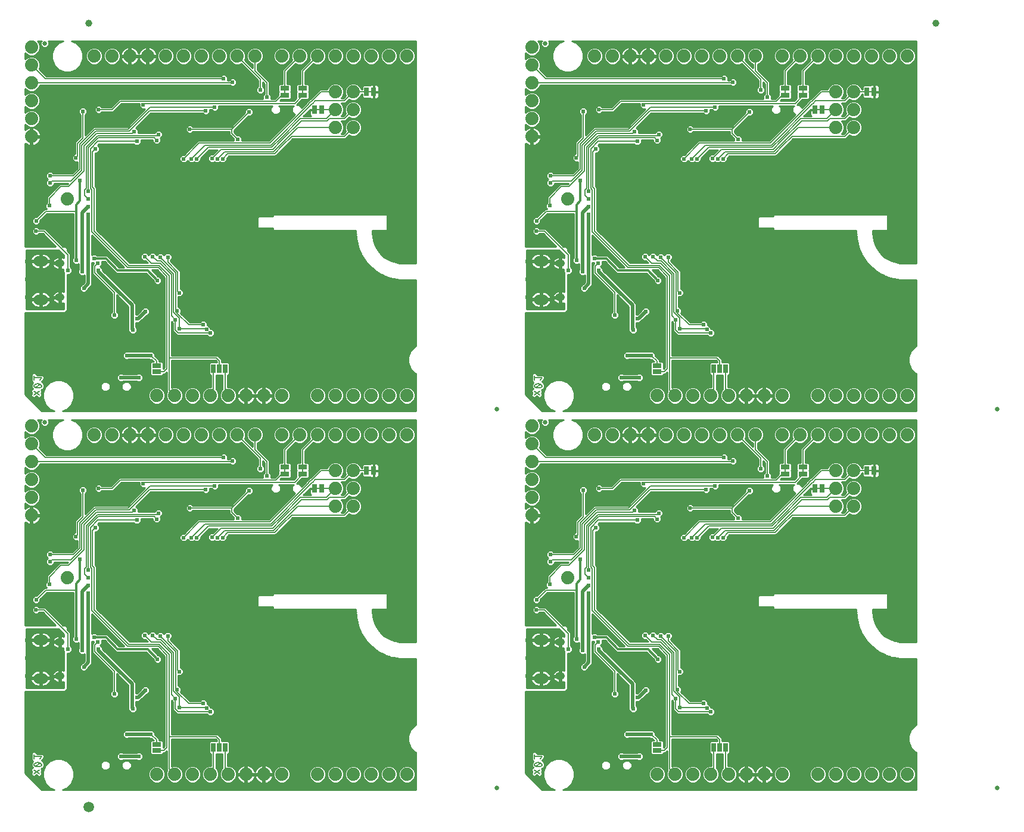
<source format=gbl>
G75*
%MOIN*%
%OFA0B0*%
%FSLAX25Y25*%
%IPPOS*%
%LPD*%
%AMOC8*
5,1,8,0,0,1.08239X$1,22.5*
%
%ADD10C,0.00800*%
%ADD11C,0.05512*%
%ADD12C,0.03937*%
%ADD13C,0.07400*%
%ADD14R,0.05000X0.02500*%
%ADD15R,0.01000X0.01600*%
%ADD16R,0.02500X0.05000*%
%ADD17R,0.01600X0.01000*%
%ADD18C,0.02500*%
%ADD19C,0.03937*%
%ADD20C,0.05906*%
%ADD21C,0.02381*%
%ADD22C,0.02400*%
%ADD23C,0.01000*%
%ADD24C,0.02000*%
%ADD25C,0.00600*%
%ADD26C,0.01200*%
D10*
X0068924Y0038950D02*
X0071724Y0040817D01*
X0071024Y0045100D02*
X0070912Y0045098D01*
X0070800Y0045093D01*
X0070688Y0045084D01*
X0070577Y0045071D01*
X0070466Y0045055D01*
X0070355Y0045035D01*
X0070246Y0045011D01*
X0070137Y0044984D01*
X0070029Y0044954D01*
X0069922Y0044920D01*
X0069816Y0044883D01*
X0069712Y0044842D01*
X0069609Y0044798D01*
X0069507Y0044750D01*
X0069507Y0044749D02*
X0069454Y0044729D01*
X0069403Y0044706D01*
X0069354Y0044679D01*
X0069306Y0044649D01*
X0069260Y0044616D01*
X0069217Y0044581D01*
X0069176Y0044542D01*
X0069137Y0044501D01*
X0069101Y0044457D01*
X0069069Y0044411D01*
X0069039Y0044364D01*
X0069013Y0044314D01*
X0068989Y0044262D01*
X0068970Y0044210D01*
X0068953Y0044156D01*
X0068941Y0044101D01*
X0068931Y0044045D01*
X0068926Y0043989D01*
X0068924Y0043933D01*
X0068926Y0043877D01*
X0068931Y0043821D01*
X0068941Y0043765D01*
X0068953Y0043710D01*
X0068970Y0043656D01*
X0068989Y0043604D01*
X0069013Y0043552D01*
X0069039Y0043502D01*
X0069069Y0043455D01*
X0069101Y0043409D01*
X0069137Y0043365D01*
X0069176Y0043324D01*
X0069217Y0043285D01*
X0069260Y0043250D01*
X0069306Y0043217D01*
X0069354Y0043187D01*
X0069403Y0043160D01*
X0069454Y0043137D01*
X0069507Y0043117D01*
X0069857Y0043000D02*
X0072190Y0044867D01*
X0072540Y0044749D02*
X0072593Y0044729D01*
X0072644Y0044706D01*
X0072693Y0044679D01*
X0072741Y0044649D01*
X0072787Y0044616D01*
X0072830Y0044581D01*
X0072871Y0044542D01*
X0072910Y0044501D01*
X0072946Y0044457D01*
X0072978Y0044411D01*
X0073008Y0044364D01*
X0073034Y0044314D01*
X0073058Y0044262D01*
X0073077Y0044210D01*
X0073094Y0044156D01*
X0073106Y0044101D01*
X0073116Y0044045D01*
X0073121Y0043989D01*
X0073123Y0043933D01*
X0073121Y0043877D01*
X0073116Y0043821D01*
X0073106Y0043765D01*
X0073094Y0043710D01*
X0073077Y0043656D01*
X0073058Y0043604D01*
X0073034Y0043552D01*
X0073008Y0043502D01*
X0072978Y0043455D01*
X0072945Y0043409D01*
X0072910Y0043365D01*
X0072871Y0043324D01*
X0072830Y0043285D01*
X0072787Y0043250D01*
X0072741Y0043217D01*
X0072693Y0043187D01*
X0072644Y0043160D01*
X0072593Y0043137D01*
X0072540Y0043117D01*
X0072541Y0044750D02*
X0072439Y0044798D01*
X0072336Y0044842D01*
X0072232Y0044883D01*
X0072126Y0044920D01*
X0072019Y0044954D01*
X0071911Y0044984D01*
X0071802Y0045011D01*
X0071693Y0045035D01*
X0071582Y0045055D01*
X0071471Y0045071D01*
X0071360Y0045084D01*
X0071248Y0045093D01*
X0071136Y0045098D01*
X0071024Y0045100D01*
X0071024Y0042767D02*
X0071136Y0042769D01*
X0071248Y0042774D01*
X0071360Y0042783D01*
X0071471Y0042796D01*
X0071582Y0042812D01*
X0071693Y0042832D01*
X0071802Y0042856D01*
X0071911Y0042883D01*
X0072019Y0042913D01*
X0072126Y0042947D01*
X0072232Y0042984D01*
X0072336Y0043025D01*
X0072439Y0043069D01*
X0072541Y0043117D01*
X0071024Y0042767D02*
X0070912Y0042769D01*
X0070800Y0042774D01*
X0070688Y0042783D01*
X0070577Y0042796D01*
X0070466Y0042812D01*
X0070355Y0042832D01*
X0070246Y0042856D01*
X0070137Y0042883D01*
X0070029Y0042913D01*
X0069922Y0042947D01*
X0069816Y0042984D01*
X0069712Y0043025D01*
X0069609Y0043069D01*
X0069507Y0043117D01*
X0068924Y0040817D02*
X0071724Y0038950D01*
X0072190Y0047267D02*
X0073124Y0048433D01*
X0068924Y0048433D01*
X0068924Y0047267D02*
X0068924Y0049600D01*
X0348924Y0049600D02*
X0348924Y0047267D01*
X0348924Y0048433D02*
X0353124Y0048433D01*
X0352190Y0047267D01*
X0351024Y0042767D02*
X0350912Y0042769D01*
X0350800Y0042774D01*
X0350688Y0042783D01*
X0350577Y0042796D01*
X0350466Y0042812D01*
X0350355Y0042832D01*
X0350246Y0042856D01*
X0350137Y0042883D01*
X0350029Y0042913D01*
X0349922Y0042947D01*
X0349816Y0042984D01*
X0349712Y0043025D01*
X0349609Y0043069D01*
X0349507Y0043117D01*
X0349857Y0043000D02*
X0352190Y0044867D01*
X0352540Y0044749D02*
X0352593Y0044729D01*
X0352644Y0044706D01*
X0352693Y0044679D01*
X0352741Y0044649D01*
X0352787Y0044616D01*
X0352830Y0044581D01*
X0352871Y0044542D01*
X0352910Y0044501D01*
X0352946Y0044457D01*
X0352978Y0044411D01*
X0353008Y0044364D01*
X0353034Y0044314D01*
X0353058Y0044262D01*
X0353077Y0044210D01*
X0353094Y0044156D01*
X0353106Y0044101D01*
X0353116Y0044045D01*
X0353121Y0043989D01*
X0353123Y0043933D01*
X0353121Y0043877D01*
X0353116Y0043821D01*
X0353106Y0043765D01*
X0353094Y0043710D01*
X0353077Y0043656D01*
X0353058Y0043604D01*
X0353034Y0043552D01*
X0353008Y0043502D01*
X0352978Y0043455D01*
X0352945Y0043409D01*
X0352910Y0043365D01*
X0352871Y0043324D01*
X0352830Y0043285D01*
X0352787Y0043250D01*
X0352741Y0043217D01*
X0352693Y0043187D01*
X0352644Y0043160D01*
X0352593Y0043137D01*
X0352540Y0043117D01*
X0352541Y0044750D02*
X0352439Y0044798D01*
X0352336Y0044842D01*
X0352232Y0044883D01*
X0352126Y0044920D01*
X0352019Y0044954D01*
X0351911Y0044984D01*
X0351802Y0045011D01*
X0351693Y0045035D01*
X0351582Y0045055D01*
X0351471Y0045071D01*
X0351360Y0045084D01*
X0351248Y0045093D01*
X0351136Y0045098D01*
X0351024Y0045100D01*
X0351024Y0042767D02*
X0351136Y0042769D01*
X0351248Y0042774D01*
X0351360Y0042783D01*
X0351471Y0042796D01*
X0351582Y0042812D01*
X0351693Y0042832D01*
X0351802Y0042856D01*
X0351911Y0042883D01*
X0352019Y0042913D01*
X0352126Y0042947D01*
X0352232Y0042984D01*
X0352336Y0043025D01*
X0352439Y0043069D01*
X0352541Y0043117D01*
X0351024Y0045100D02*
X0350912Y0045098D01*
X0350800Y0045093D01*
X0350688Y0045084D01*
X0350577Y0045071D01*
X0350466Y0045055D01*
X0350355Y0045035D01*
X0350246Y0045011D01*
X0350137Y0044984D01*
X0350029Y0044954D01*
X0349922Y0044920D01*
X0349816Y0044883D01*
X0349712Y0044842D01*
X0349609Y0044798D01*
X0349507Y0044750D01*
X0349507Y0044749D02*
X0349454Y0044729D01*
X0349403Y0044706D01*
X0349354Y0044679D01*
X0349306Y0044649D01*
X0349260Y0044616D01*
X0349217Y0044581D01*
X0349176Y0044542D01*
X0349137Y0044501D01*
X0349101Y0044457D01*
X0349069Y0044411D01*
X0349039Y0044364D01*
X0349013Y0044314D01*
X0348989Y0044262D01*
X0348970Y0044210D01*
X0348953Y0044156D01*
X0348941Y0044101D01*
X0348931Y0044045D01*
X0348926Y0043989D01*
X0348924Y0043933D01*
X0348926Y0043877D01*
X0348931Y0043821D01*
X0348941Y0043765D01*
X0348953Y0043710D01*
X0348970Y0043656D01*
X0348989Y0043604D01*
X0349013Y0043552D01*
X0349039Y0043502D01*
X0349069Y0043455D01*
X0349101Y0043409D01*
X0349137Y0043365D01*
X0349176Y0043324D01*
X0349217Y0043285D01*
X0349260Y0043250D01*
X0349306Y0043217D01*
X0349354Y0043187D01*
X0349403Y0043160D01*
X0349454Y0043137D01*
X0349507Y0043117D01*
X0348924Y0040817D02*
X0351724Y0038950D01*
X0351724Y0040817D02*
X0348924Y0038950D01*
X0348924Y0250950D02*
X0351724Y0252817D01*
X0351024Y0257100D02*
X0350912Y0257098D01*
X0350800Y0257093D01*
X0350688Y0257084D01*
X0350577Y0257071D01*
X0350466Y0257055D01*
X0350355Y0257035D01*
X0350246Y0257011D01*
X0350137Y0256984D01*
X0350029Y0256954D01*
X0349922Y0256920D01*
X0349816Y0256883D01*
X0349712Y0256842D01*
X0349609Y0256798D01*
X0349507Y0256750D01*
X0349507Y0256749D02*
X0349454Y0256729D01*
X0349403Y0256706D01*
X0349354Y0256679D01*
X0349306Y0256649D01*
X0349260Y0256616D01*
X0349217Y0256581D01*
X0349176Y0256542D01*
X0349137Y0256501D01*
X0349101Y0256457D01*
X0349069Y0256411D01*
X0349039Y0256364D01*
X0349013Y0256314D01*
X0348989Y0256262D01*
X0348970Y0256210D01*
X0348953Y0256156D01*
X0348941Y0256101D01*
X0348931Y0256045D01*
X0348926Y0255989D01*
X0348924Y0255933D01*
X0348926Y0255877D01*
X0348931Y0255821D01*
X0348941Y0255765D01*
X0348953Y0255710D01*
X0348970Y0255656D01*
X0348989Y0255604D01*
X0349013Y0255552D01*
X0349039Y0255502D01*
X0349069Y0255455D01*
X0349101Y0255409D01*
X0349137Y0255365D01*
X0349176Y0255324D01*
X0349217Y0255285D01*
X0349260Y0255250D01*
X0349306Y0255217D01*
X0349354Y0255187D01*
X0349403Y0255160D01*
X0349454Y0255137D01*
X0349507Y0255117D01*
X0349857Y0255000D02*
X0352190Y0256867D01*
X0352540Y0256749D02*
X0352593Y0256729D01*
X0352644Y0256706D01*
X0352693Y0256679D01*
X0352741Y0256649D01*
X0352787Y0256616D01*
X0352830Y0256581D01*
X0352871Y0256542D01*
X0352910Y0256501D01*
X0352946Y0256457D01*
X0352978Y0256411D01*
X0353008Y0256364D01*
X0353034Y0256314D01*
X0353058Y0256262D01*
X0353077Y0256210D01*
X0353094Y0256156D01*
X0353106Y0256101D01*
X0353116Y0256045D01*
X0353121Y0255989D01*
X0353123Y0255933D01*
X0353121Y0255877D01*
X0353116Y0255821D01*
X0353106Y0255765D01*
X0353094Y0255710D01*
X0353077Y0255656D01*
X0353058Y0255604D01*
X0353034Y0255552D01*
X0353008Y0255502D01*
X0352978Y0255455D01*
X0352945Y0255409D01*
X0352910Y0255365D01*
X0352871Y0255324D01*
X0352830Y0255285D01*
X0352787Y0255250D01*
X0352741Y0255217D01*
X0352693Y0255187D01*
X0352644Y0255160D01*
X0352593Y0255137D01*
X0352540Y0255117D01*
X0352541Y0256750D02*
X0352439Y0256798D01*
X0352336Y0256842D01*
X0352232Y0256883D01*
X0352126Y0256920D01*
X0352019Y0256954D01*
X0351911Y0256984D01*
X0351802Y0257011D01*
X0351693Y0257035D01*
X0351582Y0257055D01*
X0351471Y0257071D01*
X0351360Y0257084D01*
X0351248Y0257093D01*
X0351136Y0257098D01*
X0351024Y0257100D01*
X0351024Y0254767D02*
X0351136Y0254769D01*
X0351248Y0254774D01*
X0351360Y0254783D01*
X0351471Y0254796D01*
X0351582Y0254812D01*
X0351693Y0254832D01*
X0351802Y0254856D01*
X0351911Y0254883D01*
X0352019Y0254913D01*
X0352126Y0254947D01*
X0352232Y0254984D01*
X0352336Y0255025D01*
X0352439Y0255069D01*
X0352541Y0255117D01*
X0351024Y0254767D02*
X0350912Y0254769D01*
X0350800Y0254774D01*
X0350688Y0254783D01*
X0350577Y0254796D01*
X0350466Y0254812D01*
X0350355Y0254832D01*
X0350246Y0254856D01*
X0350137Y0254883D01*
X0350029Y0254913D01*
X0349922Y0254947D01*
X0349816Y0254984D01*
X0349712Y0255025D01*
X0349609Y0255069D01*
X0349507Y0255117D01*
X0348924Y0252817D02*
X0351724Y0250950D01*
X0352190Y0259267D02*
X0353124Y0260433D01*
X0348924Y0260433D01*
X0348924Y0259267D02*
X0348924Y0261600D01*
X0073124Y0260433D02*
X0068924Y0260433D01*
X0068924Y0259267D02*
X0068924Y0261600D01*
X0069507Y0255117D02*
X0069609Y0255069D01*
X0069712Y0255025D01*
X0069816Y0254984D01*
X0069922Y0254947D01*
X0070029Y0254913D01*
X0070137Y0254883D01*
X0070246Y0254856D01*
X0070355Y0254832D01*
X0070466Y0254812D01*
X0070577Y0254796D01*
X0070688Y0254783D01*
X0070800Y0254774D01*
X0070912Y0254769D01*
X0071024Y0254767D01*
X0071024Y0257100D02*
X0071136Y0257098D01*
X0071248Y0257093D01*
X0071360Y0257084D01*
X0071471Y0257071D01*
X0071582Y0257055D01*
X0071693Y0257035D01*
X0071802Y0257011D01*
X0071911Y0256984D01*
X0072019Y0256954D01*
X0072126Y0256920D01*
X0072232Y0256883D01*
X0072336Y0256842D01*
X0072439Y0256798D01*
X0072541Y0256750D01*
X0072190Y0256867D02*
X0069857Y0255000D01*
X0068924Y0255933D02*
X0068926Y0255989D01*
X0068931Y0256045D01*
X0068941Y0256101D01*
X0068953Y0256156D01*
X0068970Y0256210D01*
X0068989Y0256262D01*
X0069013Y0256314D01*
X0069039Y0256364D01*
X0069069Y0256411D01*
X0069101Y0256457D01*
X0069137Y0256501D01*
X0069176Y0256542D01*
X0069217Y0256581D01*
X0069260Y0256616D01*
X0069306Y0256649D01*
X0069354Y0256679D01*
X0069403Y0256706D01*
X0069454Y0256729D01*
X0069507Y0256749D01*
X0068924Y0255933D02*
X0068926Y0255877D01*
X0068931Y0255821D01*
X0068941Y0255765D01*
X0068953Y0255710D01*
X0068970Y0255656D01*
X0068989Y0255604D01*
X0069013Y0255552D01*
X0069039Y0255502D01*
X0069069Y0255455D01*
X0069101Y0255409D01*
X0069137Y0255365D01*
X0069176Y0255324D01*
X0069217Y0255285D01*
X0069260Y0255250D01*
X0069306Y0255217D01*
X0069354Y0255187D01*
X0069403Y0255160D01*
X0069454Y0255137D01*
X0069507Y0255117D01*
X0069507Y0256750D02*
X0069609Y0256798D01*
X0069712Y0256842D01*
X0069816Y0256883D01*
X0069922Y0256920D01*
X0070029Y0256954D01*
X0070137Y0256984D01*
X0070246Y0257011D01*
X0070355Y0257035D01*
X0070466Y0257055D01*
X0070577Y0257071D01*
X0070688Y0257084D01*
X0070800Y0257093D01*
X0070912Y0257098D01*
X0071024Y0257100D01*
X0071024Y0254767D02*
X0071136Y0254769D01*
X0071248Y0254774D01*
X0071360Y0254783D01*
X0071471Y0254796D01*
X0071582Y0254812D01*
X0071693Y0254832D01*
X0071802Y0254856D01*
X0071911Y0254883D01*
X0072019Y0254913D01*
X0072126Y0254947D01*
X0072232Y0254984D01*
X0072336Y0255025D01*
X0072439Y0255069D01*
X0072541Y0255117D01*
X0073123Y0255933D02*
X0073121Y0255989D01*
X0073116Y0256045D01*
X0073106Y0256101D01*
X0073094Y0256156D01*
X0073077Y0256210D01*
X0073058Y0256262D01*
X0073034Y0256314D01*
X0073008Y0256364D01*
X0072978Y0256411D01*
X0072946Y0256457D01*
X0072910Y0256501D01*
X0072871Y0256542D01*
X0072830Y0256581D01*
X0072787Y0256616D01*
X0072741Y0256649D01*
X0072693Y0256679D01*
X0072644Y0256706D01*
X0072593Y0256729D01*
X0072540Y0256749D01*
X0073123Y0255933D02*
X0073121Y0255877D01*
X0073116Y0255821D01*
X0073106Y0255765D01*
X0073094Y0255710D01*
X0073077Y0255656D01*
X0073058Y0255604D01*
X0073034Y0255552D01*
X0073008Y0255502D01*
X0072978Y0255455D01*
X0072945Y0255409D01*
X0072910Y0255365D01*
X0072871Y0255324D01*
X0072830Y0255285D01*
X0072787Y0255250D01*
X0072741Y0255217D01*
X0072693Y0255187D01*
X0072644Y0255160D01*
X0072593Y0255137D01*
X0072540Y0255117D01*
X0071724Y0252817D02*
X0068924Y0250950D01*
X0068924Y0252817D02*
X0071724Y0250950D01*
X0072190Y0259267D02*
X0073124Y0260433D01*
D11*
X0073937Y0304258D02*
X0071181Y0304258D01*
X0071181Y0325754D02*
X0073937Y0325754D01*
X0351181Y0325754D02*
X0353937Y0325754D01*
X0353937Y0304258D02*
X0351181Y0304258D01*
X0351181Y0113754D02*
X0353937Y0113754D01*
X0353937Y0092258D02*
X0351181Y0092258D01*
X0073937Y0092258D02*
X0071181Y0092258D01*
X0071181Y0113754D02*
X0073937Y0113754D01*
D12*
X0082700Y0112567D02*
X0083882Y0112567D01*
X0082700Y0112567D02*
X0082700Y0112567D01*
X0083882Y0112567D01*
X0083882Y0112567D01*
X0083882Y0093433D02*
X0082700Y0093433D01*
X0082700Y0093433D01*
X0083882Y0093433D01*
X0083882Y0093433D01*
X0362700Y0093433D02*
X0363882Y0093433D01*
X0362700Y0093433D02*
X0362700Y0093433D01*
X0363882Y0093433D01*
X0363882Y0093433D01*
X0363882Y0112567D02*
X0362700Y0112567D01*
X0362700Y0112567D01*
X0363882Y0112567D01*
X0363882Y0112567D01*
X0363882Y0305433D02*
X0362700Y0305433D01*
X0362700Y0305433D01*
X0363882Y0305433D01*
X0363882Y0305433D01*
X0363882Y0324567D02*
X0362700Y0324567D01*
X0362700Y0324567D01*
X0363882Y0324567D01*
X0363882Y0324567D01*
X0083882Y0324567D02*
X0082700Y0324567D01*
X0082700Y0324567D01*
X0083882Y0324567D01*
X0083882Y0324567D01*
X0083882Y0305433D02*
X0082700Y0305433D01*
X0082700Y0305433D01*
X0083882Y0305433D01*
X0083882Y0305433D01*
D13*
X0137524Y0250500D03*
X0147524Y0250500D03*
X0157524Y0250500D03*
X0167524Y0250500D03*
X0177524Y0250500D03*
X0187524Y0250500D03*
X0197524Y0250500D03*
X0207524Y0250500D03*
X0227524Y0250500D03*
X0237524Y0250500D03*
X0247524Y0250500D03*
X0257524Y0250500D03*
X0267524Y0250500D03*
X0277524Y0250500D03*
X0277524Y0228500D03*
X0267524Y0228500D03*
X0257524Y0228500D03*
X0247524Y0228500D03*
X0237524Y0228500D03*
X0227524Y0228500D03*
X0217524Y0228500D03*
X0207524Y0228500D03*
X0192524Y0228500D03*
X0182524Y0228500D03*
X0172524Y0228500D03*
X0162524Y0228500D03*
X0152524Y0228500D03*
X0142524Y0228500D03*
X0132524Y0228500D03*
X0122524Y0228500D03*
X0112524Y0228500D03*
X0102524Y0228500D03*
X0067524Y0223500D03*
X0067524Y0213500D03*
X0067524Y0203500D03*
X0067524Y0193500D03*
X0067524Y0183500D03*
X0087524Y0148500D03*
X0067524Y0233500D03*
X0237524Y0208500D03*
X0247524Y0208500D03*
X0247524Y0198500D03*
X0247524Y0188500D03*
X0237524Y0188500D03*
X0237524Y0198500D03*
X0347524Y0193500D03*
X0347524Y0183500D03*
X0347524Y0203500D03*
X0347524Y0213500D03*
X0347524Y0223500D03*
X0347524Y0233500D03*
X0382524Y0228500D03*
X0392524Y0228500D03*
X0402524Y0228500D03*
X0412524Y0228500D03*
X0422524Y0228500D03*
X0432524Y0228500D03*
X0442524Y0228500D03*
X0452524Y0228500D03*
X0462524Y0228500D03*
X0472524Y0228500D03*
X0487524Y0228500D03*
X0497524Y0228500D03*
X0507524Y0228500D03*
X0517524Y0228500D03*
X0527524Y0228500D03*
X0537524Y0228500D03*
X0547524Y0228500D03*
X0557524Y0228500D03*
X0557524Y0250500D03*
X0547524Y0250500D03*
X0537524Y0250500D03*
X0527524Y0250500D03*
X0517524Y0250500D03*
X0507524Y0250500D03*
X0487524Y0250500D03*
X0477524Y0250500D03*
X0467524Y0250500D03*
X0457524Y0250500D03*
X0447524Y0250500D03*
X0437524Y0250500D03*
X0427524Y0250500D03*
X0417524Y0250500D03*
X0517524Y0208500D03*
X0527524Y0208500D03*
X0527524Y0198500D03*
X0517524Y0198500D03*
X0517524Y0188500D03*
X0527524Y0188500D03*
X0367524Y0148500D03*
X0417524Y0038500D03*
X0427524Y0038500D03*
X0437524Y0038500D03*
X0447524Y0038500D03*
X0457524Y0038500D03*
X0467524Y0038500D03*
X0477524Y0038500D03*
X0487524Y0038500D03*
X0507524Y0038500D03*
X0517524Y0038500D03*
X0527524Y0038500D03*
X0537524Y0038500D03*
X0547524Y0038500D03*
X0557524Y0038500D03*
X0277524Y0038500D03*
X0267524Y0038500D03*
X0257524Y0038500D03*
X0247524Y0038500D03*
X0237524Y0038500D03*
X0227524Y0038500D03*
X0207524Y0038500D03*
X0197524Y0038500D03*
X0187524Y0038500D03*
X0177524Y0038500D03*
X0167524Y0038500D03*
X0157524Y0038500D03*
X0147524Y0038500D03*
X0137524Y0038500D03*
X0087524Y0360500D03*
X0067524Y0395500D03*
X0067524Y0405500D03*
X0067524Y0415500D03*
X0067524Y0425500D03*
X0067524Y0435500D03*
X0067524Y0445500D03*
X0102524Y0440500D03*
X0112524Y0440500D03*
X0122524Y0440500D03*
X0132524Y0440500D03*
X0142524Y0440500D03*
X0152524Y0440500D03*
X0162524Y0440500D03*
X0172524Y0440500D03*
X0182524Y0440500D03*
X0192524Y0440500D03*
X0207524Y0440500D03*
X0217524Y0440500D03*
X0227524Y0440500D03*
X0237524Y0440500D03*
X0247524Y0440500D03*
X0257524Y0440500D03*
X0267524Y0440500D03*
X0277524Y0440500D03*
X0247524Y0420500D03*
X0247524Y0410500D03*
X0247524Y0400500D03*
X0237524Y0400500D03*
X0237524Y0410500D03*
X0237524Y0420500D03*
X0347524Y0415500D03*
X0347524Y0405500D03*
X0347524Y0395500D03*
X0347524Y0425500D03*
X0347524Y0435500D03*
X0347524Y0445500D03*
X0382524Y0440500D03*
X0392524Y0440500D03*
X0402524Y0440500D03*
X0412524Y0440500D03*
X0422524Y0440500D03*
X0432524Y0440500D03*
X0442524Y0440500D03*
X0452524Y0440500D03*
X0462524Y0440500D03*
X0472524Y0440500D03*
X0487524Y0440500D03*
X0497524Y0440500D03*
X0507524Y0440500D03*
X0517524Y0440500D03*
X0527524Y0440500D03*
X0537524Y0440500D03*
X0547524Y0440500D03*
X0557524Y0440500D03*
X0527524Y0420500D03*
X0517524Y0420500D03*
X0517524Y0410500D03*
X0527524Y0410500D03*
X0527524Y0400500D03*
X0517524Y0400500D03*
X0367524Y0360500D03*
D14*
X0489256Y0418500D03*
X0489256Y0422500D03*
X0499256Y0422500D03*
X0499256Y0418500D03*
X0417524Y0267100D03*
X0417524Y0263900D03*
X0489256Y0210500D03*
X0489256Y0206500D03*
X0499256Y0206500D03*
X0499256Y0210500D03*
X0417524Y0055100D03*
X0417524Y0051900D03*
X0219256Y0206500D03*
X0219256Y0210500D03*
X0209256Y0210500D03*
X0209256Y0206500D03*
X0137524Y0263900D03*
X0137524Y0267100D03*
X0209256Y0418500D03*
X0209256Y0422500D03*
X0219256Y0422500D03*
X0219256Y0418500D03*
X0137524Y0055100D03*
X0137524Y0051900D03*
D15*
X0209256Y0208500D03*
X0219256Y0208500D03*
X0489256Y0208500D03*
X0499256Y0208500D03*
X0499256Y0420500D03*
X0489256Y0420500D03*
X0219256Y0420500D03*
X0209256Y0420500D03*
D16*
X0226024Y0410500D03*
X0230024Y0410500D03*
X0255024Y0420500D03*
X0259024Y0420500D03*
X0175724Y0265500D03*
X0172524Y0265500D03*
X0169324Y0265500D03*
X0255024Y0208500D03*
X0259024Y0208500D03*
X0230024Y0198500D03*
X0226024Y0198500D03*
X0175724Y0053500D03*
X0172524Y0053500D03*
X0169324Y0053500D03*
X0449324Y0053500D03*
X0452524Y0053500D03*
X0455724Y0053500D03*
X0506024Y0198500D03*
X0510024Y0198500D03*
X0535024Y0208500D03*
X0539024Y0208500D03*
X0455724Y0265500D03*
X0452524Y0265500D03*
X0449324Y0265500D03*
X0506024Y0410500D03*
X0510024Y0410500D03*
X0535024Y0420500D03*
X0539024Y0420500D03*
D17*
X0537024Y0420500D03*
X0508024Y0410500D03*
X0257024Y0420500D03*
X0228024Y0410500D03*
X0257024Y0208500D03*
X0228024Y0198500D03*
X0508024Y0198500D03*
X0537024Y0208500D03*
D18*
X0608024Y0243000D03*
X0355024Y0235500D03*
X0328024Y0243000D03*
X0075024Y0235500D03*
X0328024Y0031000D03*
X0608024Y0031000D03*
X0355024Y0447500D03*
X0075024Y0447500D03*
D19*
X0099524Y0458750D03*
X0573524Y0458750D03*
D20*
X0099524Y0020250D03*
D21*
X0101054Y0030856D03*
X0091054Y0030856D03*
X0073554Y0030856D03*
X0069054Y0035356D03*
X0065054Y0039356D03*
X0065054Y0047856D03*
X0065054Y0058356D03*
X0065054Y0065856D03*
X0065054Y0074856D03*
X0079424Y0062600D03*
X0103124Y0062600D03*
X0107524Y0071382D03*
X0117524Y0083382D03*
X0148024Y0081000D03*
X0149024Y0086000D03*
X0150114Y0076000D03*
X0139224Y0061200D03*
X0130924Y0057900D03*
X0127424Y0048500D03*
X0117524Y0048500D03*
X0131554Y0030856D03*
X0141554Y0030856D03*
X0151554Y0030856D03*
X0161554Y0030856D03*
X0171554Y0030856D03*
X0181554Y0030856D03*
X0191554Y0030856D03*
X0201554Y0030856D03*
X0211554Y0030856D03*
X0221554Y0030856D03*
X0231554Y0030856D03*
X0241554Y0030856D03*
X0251554Y0030856D03*
X0261554Y0030856D03*
X0271554Y0030856D03*
X0281554Y0030856D03*
X0279154Y0052756D03*
X0273020Y0056890D03*
X0277654Y0061024D03*
X0273020Y0065157D03*
X0281287Y0069291D03*
X0273020Y0073425D03*
X0281287Y0077559D03*
X0281287Y0085827D03*
X0273020Y0089961D03*
X0273020Y0081693D03*
X0264752Y0085827D03*
X0264752Y0077559D03*
X0256484Y0073425D03*
X0248217Y0069291D03*
X0256484Y0065157D03*
X0248217Y0061024D03*
X0248217Y0052756D03*
X0256484Y0056890D03*
X0264752Y0061024D03*
X0264752Y0052756D03*
X0264752Y0069291D03*
X0248217Y0077559D03*
X0248217Y0085827D03*
X0256484Y0089961D03*
X0256484Y0081693D03*
X0248217Y0094094D03*
X0256484Y0098228D03*
X0248217Y0102362D03*
X0239949Y0098228D03*
X0231681Y0094094D03*
X0239949Y0089961D03*
X0239949Y0081693D03*
X0231681Y0085827D03*
X0231681Y0077559D03*
X0239949Y0073425D03*
X0231681Y0069291D03*
X0239949Y0065157D03*
X0231681Y0061024D03*
X0231681Y0052756D03*
X0239949Y0056890D03*
X0223413Y0056890D03*
X0215146Y0061024D03*
X0215146Y0052756D03*
X0206878Y0056890D03*
X0196578Y0059490D03*
X0206878Y0065157D03*
X0215146Y0069291D03*
X0223413Y0065157D03*
X0223413Y0073425D03*
X0215146Y0077559D03*
X0215146Y0085827D03*
X0207378Y0087461D03*
X0206878Y0081693D03*
X0206878Y0073425D03*
X0223413Y0081693D03*
X0223413Y0089961D03*
X0215146Y0094094D03*
X0223413Y0098228D03*
X0215146Y0102362D03*
X0223413Y0106496D03*
X0215146Y0110630D03*
X0206878Y0106496D03*
X0206878Y0098228D03*
X0231681Y0102362D03*
X0239949Y0106496D03*
X0239949Y0114764D03*
X0248217Y0110630D03*
X0253173Y0114083D03*
X0250673Y0118217D03*
X0249173Y0122350D03*
X0247673Y0126484D03*
X0247673Y0130118D03*
X0243539Y0130118D03*
X0239406Y0130118D03*
X0235272Y0130118D03*
X0231138Y0130118D03*
X0227004Y0130118D03*
X0222870Y0130118D03*
X0218736Y0130118D03*
X0214602Y0130118D03*
X0210469Y0130118D03*
X0206335Y0130118D03*
X0206335Y0140732D03*
X0210469Y0140732D03*
X0210469Y0144366D03*
X0214602Y0140732D03*
X0218736Y0140732D03*
X0218736Y0144366D03*
X0222870Y0140732D03*
X0222870Y0148500D03*
X0218736Y0152634D03*
X0218736Y0156768D03*
X0214602Y0156768D03*
X0210469Y0156768D03*
X0210469Y0152634D03*
X0214602Y0148500D03*
X0206335Y0148500D03*
X0206335Y0156768D03*
X0206508Y0164343D03*
X0214776Y0164343D03*
X0223043Y0164343D03*
X0231311Y0164343D03*
X0231138Y0156768D03*
X0227004Y0156768D03*
X0222870Y0156768D03*
X0227004Y0152634D03*
X0231138Y0152634D03*
X0231638Y0148500D03*
X0231650Y0144618D03*
X0231661Y0140732D03*
X0235795Y0140732D03*
X0235795Y0144366D03*
X0239929Y0140732D03*
X0249323Y0146925D03*
X0251323Y0140732D03*
X0255457Y0140732D03*
X0259591Y0140732D03*
X0263224Y0140732D03*
X0264382Y0146807D03*
X0256114Y0146807D03*
X0256114Y0150941D03*
X0247846Y0155075D03*
X0241846Y0155075D03*
X0241846Y0163343D03*
X0239579Y0167476D03*
X0247846Y0163343D03*
X0247846Y0171610D03*
X0239579Y0175744D03*
X0247846Y0179878D03*
X0256114Y0184012D03*
X0264382Y0188146D03*
X0272650Y0192280D03*
X0272650Y0200547D03*
X0280917Y0196413D03*
X0280917Y0204681D03*
X0272650Y0208815D03*
X0280917Y0212949D03*
X0272650Y0217083D03*
X0280917Y0221217D03*
X0264382Y0212949D03*
X0256114Y0217083D03*
X0247846Y0217083D03*
X0264382Y0204681D03*
X0264382Y0196413D03*
X0256114Y0192280D03*
X0256114Y0200547D03*
X0272650Y0184012D03*
X0280917Y0188146D03*
X0280917Y0179878D03*
X0272650Y0175744D03*
X0280917Y0171610D03*
X0280917Y0163343D03*
X0272650Y0167476D03*
X0272650Y0159209D03*
X0280917Y0155075D03*
X0272650Y0150941D03*
X0280917Y0146807D03*
X0280917Y0138539D03*
X0280917Y0130272D03*
X0280917Y0122004D03*
X0277783Y0117870D03*
X0276783Y0113736D03*
X0272650Y0113736D03*
X0270823Y0117925D03*
X0267650Y0115236D03*
X0263650Y0118370D03*
X0266823Y0121925D03*
X0261150Y0122504D03*
X0259650Y0126638D03*
X0259150Y0130272D03*
X0272650Y0122004D03*
X0280917Y0113736D03*
X0281287Y0102362D03*
X0274614Y0102272D03*
X0273020Y0098228D03*
X0267846Y0103272D03*
X0262173Y0105815D03*
X0256673Y0109949D03*
X0264752Y0094094D03*
X0281287Y0094094D03*
X0239949Y0123031D03*
X0231681Y0110630D03*
X0200835Y0120618D03*
X0189335Y0131965D03*
X0181028Y0136098D03*
X0189335Y0140232D03*
X0181028Y0144366D03*
X0181028Y0152634D03*
X0189335Y0156768D03*
X0189335Y0148500D03*
X0181028Y0160902D03*
X0189335Y0165035D03*
X0174486Y0171000D03*
X0171505Y0171000D03*
X0168524Y0171119D03*
X0172760Y0164535D03*
X0164984Y0160921D03*
X0172760Y0156768D03*
X0172760Y0148500D03*
X0164984Y0144386D03*
X0164984Y0152654D03*
X0156780Y0148618D03*
X0156780Y0156886D03*
X0148449Y0160921D03*
X0140244Y0164654D03*
X0131913Y0160921D03*
X0123646Y0160921D03*
X0123646Y0152654D03*
X0131913Y0152654D03*
X0131913Y0144386D03*
X0123646Y0144386D03*
X0123646Y0136118D03*
X0131913Y0136118D03*
X0140244Y0132583D03*
X0148449Y0136118D03*
X0156780Y0132583D03*
X0156780Y0126315D03*
X0148449Y0127850D03*
X0143862Y0116000D03*
X0139531Y0116000D03*
X0135201Y0116250D03*
X0130870Y0116250D03*
X0131913Y0127850D03*
X0140244Y0140350D03*
X0148449Y0144386D03*
X0148449Y0152654D03*
X0140244Y0148618D03*
X0140244Y0156886D03*
X0156780Y0164654D03*
X0157024Y0171000D03*
X0160024Y0171000D03*
X0152524Y0171000D03*
X0148449Y0169189D03*
X0137620Y0181356D03*
X0138593Y0184706D03*
X0136256Y0187500D03*
X0124808Y0186131D03*
X0126524Y0180750D03*
X0131913Y0169189D03*
X0115685Y0165055D03*
X0115685Y0156787D03*
X0115685Y0148520D03*
X0115685Y0140252D03*
X0115685Y0131984D03*
X0105335Y0122618D03*
X0087833Y0108634D03*
X0089724Y0103182D03*
X0088524Y0098382D03*
X0065024Y0093500D03*
X0065024Y0103500D03*
X0065024Y0113500D03*
X0070024Y0124882D03*
X0079524Y0129882D03*
X0070051Y0136198D03*
X0078024Y0139382D03*
X0077524Y0144750D03*
X0077795Y0157594D03*
X0077795Y0161531D03*
X0065024Y0163500D03*
X0065054Y0169856D03*
X0065054Y0156856D03*
X0099274Y0152831D03*
X0099274Y0148500D03*
X0105205Y0174035D03*
X0103336Y0176587D03*
X0105024Y0198500D03*
X0130024Y0201159D03*
X0156006Y0187500D03*
X0165024Y0197819D03*
X0170024Y0199909D03*
X0189256Y0197119D03*
X0199256Y0205500D03*
X0195506Y0209622D03*
X0222524Y0195882D03*
X0223043Y0180878D03*
X0214776Y0180878D03*
X0214776Y0172610D03*
X0223043Y0172610D03*
X0231311Y0172610D03*
X0231311Y0180878D03*
X0206508Y0172610D03*
X0182905Y0181887D03*
X0172760Y0140232D03*
X0164984Y0136118D03*
X0172760Y0132465D03*
X0172760Y0126197D03*
X0156780Y0140350D03*
X0141124Y0104300D03*
X0151524Y0101200D03*
X0150274Y0096000D03*
X0178378Y0059490D03*
X0155024Y0051300D03*
X0264382Y0155075D03*
X0256114Y0159209D03*
X0256114Y0167476D03*
X0264382Y0163343D03*
X0264382Y0171610D03*
X0256114Y0175744D03*
X0264382Y0179878D03*
X0345054Y0169856D03*
X0345024Y0163500D03*
X0345054Y0156856D03*
X0357795Y0157594D03*
X0357795Y0161531D03*
X0357524Y0144750D03*
X0358024Y0139382D03*
X0350051Y0136198D03*
X0359524Y0129882D03*
X0350024Y0124882D03*
X0345024Y0113500D03*
X0345024Y0103500D03*
X0345024Y0093500D03*
X0368524Y0098382D03*
X0369724Y0103182D03*
X0367833Y0108634D03*
X0385335Y0122618D03*
X0395685Y0131984D03*
X0403646Y0136118D03*
X0411913Y0136118D03*
X0411913Y0127850D03*
X0420244Y0132583D03*
X0428449Y0136118D03*
X0436780Y0132583D03*
X0436780Y0126315D03*
X0428449Y0127850D03*
X0423862Y0116000D03*
X0419531Y0116000D03*
X0415201Y0116250D03*
X0410870Y0116250D03*
X0421124Y0104300D03*
X0431524Y0101200D03*
X0430274Y0096000D03*
X0429024Y0086000D03*
X0428024Y0081000D03*
X0430114Y0076000D03*
X0419224Y0061200D03*
X0410924Y0057900D03*
X0407424Y0048500D03*
X0397524Y0048500D03*
X0383124Y0062600D03*
X0387524Y0071382D03*
X0397524Y0083382D03*
X0359424Y0062600D03*
X0345054Y0065856D03*
X0345054Y0058356D03*
X0345054Y0047856D03*
X0345054Y0039356D03*
X0349054Y0035356D03*
X0353554Y0030856D03*
X0371054Y0030856D03*
X0381054Y0030856D03*
X0411554Y0030856D03*
X0421554Y0030856D03*
X0431554Y0030856D03*
X0441554Y0030856D03*
X0451554Y0030856D03*
X0461554Y0030856D03*
X0471554Y0030856D03*
X0481554Y0030856D03*
X0491554Y0030856D03*
X0501554Y0030856D03*
X0511554Y0030856D03*
X0521554Y0030856D03*
X0531554Y0030856D03*
X0541554Y0030856D03*
X0551554Y0030856D03*
X0561554Y0030856D03*
X0559154Y0052756D03*
X0553020Y0056890D03*
X0557654Y0061024D03*
X0553020Y0065157D03*
X0561287Y0069291D03*
X0553020Y0073425D03*
X0561287Y0077559D03*
X0561287Y0085827D03*
X0553020Y0089961D03*
X0553020Y0081693D03*
X0544752Y0085827D03*
X0544752Y0077559D03*
X0536484Y0073425D03*
X0544752Y0069291D03*
X0536484Y0065157D03*
X0544752Y0061024D03*
X0544752Y0052756D03*
X0536484Y0056890D03*
X0528217Y0061024D03*
X0528217Y0052756D03*
X0519949Y0056890D03*
X0511681Y0061024D03*
X0511681Y0052756D03*
X0503413Y0056890D03*
X0495146Y0061024D03*
X0495146Y0052756D03*
X0486878Y0056890D03*
X0486878Y0065157D03*
X0495146Y0069291D03*
X0503413Y0065157D03*
X0511681Y0069291D03*
X0519949Y0065157D03*
X0528217Y0069291D03*
X0519949Y0073425D03*
X0528217Y0077559D03*
X0528217Y0085827D03*
X0519949Y0089961D03*
X0519949Y0081693D03*
X0511681Y0085827D03*
X0511681Y0077559D03*
X0503413Y0073425D03*
X0495146Y0077559D03*
X0495146Y0085827D03*
X0487378Y0087461D03*
X0486878Y0081693D03*
X0486878Y0073425D03*
X0503413Y0081693D03*
X0503413Y0089961D03*
X0495146Y0094094D03*
X0503413Y0098228D03*
X0495146Y0102362D03*
X0503413Y0106496D03*
X0495146Y0110630D03*
X0486878Y0106496D03*
X0486878Y0098228D03*
X0511681Y0094094D03*
X0519949Y0098228D03*
X0528217Y0094094D03*
X0528217Y0102362D03*
X0519949Y0106496D03*
X0519949Y0114764D03*
X0528217Y0110630D03*
X0533173Y0114083D03*
X0530673Y0118217D03*
X0529173Y0122350D03*
X0527673Y0126484D03*
X0527673Y0130118D03*
X0523539Y0130118D03*
X0519406Y0130118D03*
X0515272Y0130118D03*
X0511138Y0130118D03*
X0507004Y0130118D03*
X0502870Y0130118D03*
X0498736Y0130118D03*
X0494602Y0130118D03*
X0490469Y0130118D03*
X0486335Y0130118D03*
X0486335Y0140732D03*
X0490469Y0140732D03*
X0490469Y0144366D03*
X0494602Y0140732D03*
X0498736Y0140732D03*
X0498736Y0144366D03*
X0502870Y0140732D03*
X0511661Y0140732D03*
X0511650Y0144618D03*
X0511638Y0148500D03*
X0511138Y0152634D03*
X0511138Y0156768D03*
X0507004Y0156768D03*
X0502870Y0156768D03*
X0498736Y0156768D03*
X0494602Y0156768D03*
X0490469Y0156768D03*
X0490469Y0152634D03*
X0494602Y0148500D03*
X0498736Y0152634D03*
X0502870Y0148500D03*
X0507004Y0152634D03*
X0515795Y0144366D03*
X0515795Y0140732D03*
X0519929Y0140732D03*
X0529323Y0146925D03*
X0531323Y0140732D03*
X0535457Y0140732D03*
X0539591Y0140732D03*
X0543224Y0140732D03*
X0544382Y0146807D03*
X0536114Y0146807D03*
X0536114Y0150941D03*
X0544382Y0155075D03*
X0552650Y0159209D03*
X0552650Y0167476D03*
X0560917Y0163343D03*
X0560917Y0171610D03*
X0552650Y0175744D03*
X0560917Y0179878D03*
X0552650Y0184012D03*
X0560917Y0188146D03*
X0552650Y0192280D03*
X0552650Y0200547D03*
X0560917Y0196413D03*
X0560917Y0204681D03*
X0552650Y0208815D03*
X0560917Y0212949D03*
X0552650Y0217083D03*
X0560917Y0221217D03*
X0544382Y0212949D03*
X0536114Y0217083D03*
X0527846Y0217083D03*
X0544382Y0204681D03*
X0544382Y0196413D03*
X0536114Y0192280D03*
X0536114Y0200547D03*
X0544382Y0188146D03*
X0536114Y0184012D03*
X0544382Y0179878D03*
X0536114Y0175744D03*
X0544382Y0171610D03*
X0544382Y0163343D03*
X0536114Y0167476D03*
X0536114Y0159209D03*
X0527846Y0163343D03*
X0521846Y0163343D03*
X0519579Y0167476D03*
X0511311Y0164343D03*
X0503043Y0164343D03*
X0494776Y0164343D03*
X0486508Y0164343D03*
X0486335Y0156768D03*
X0486335Y0148500D03*
X0469335Y0148500D03*
X0469335Y0156768D03*
X0461028Y0160902D03*
X0452760Y0164535D03*
X0451505Y0171000D03*
X0454486Y0171000D03*
X0448524Y0171119D03*
X0440024Y0171000D03*
X0437024Y0171000D03*
X0432524Y0171000D03*
X0428449Y0169189D03*
X0420244Y0164654D03*
X0428449Y0160921D03*
X0436780Y0164654D03*
X0444984Y0160921D03*
X0452760Y0156768D03*
X0452760Y0148500D03*
X0444984Y0144386D03*
X0444984Y0152654D03*
X0436780Y0148618D03*
X0436780Y0156886D03*
X0428449Y0152654D03*
X0428449Y0144386D03*
X0420244Y0140350D03*
X0420244Y0148618D03*
X0420244Y0156886D03*
X0411913Y0160921D03*
X0403646Y0160921D03*
X0395685Y0156787D03*
X0395685Y0148520D03*
X0403646Y0152654D03*
X0411913Y0152654D03*
X0411913Y0144386D03*
X0403646Y0144386D03*
X0395685Y0140252D03*
X0379274Y0148500D03*
X0379274Y0152831D03*
X0395685Y0165055D03*
X0385205Y0174035D03*
X0383336Y0176587D03*
X0404808Y0186131D03*
X0406524Y0180750D03*
X0417620Y0181356D03*
X0418593Y0184706D03*
X0416256Y0187500D03*
X0410024Y0201159D03*
X0385024Y0198500D03*
X0411913Y0169189D03*
X0436006Y0187500D03*
X0445024Y0197819D03*
X0450024Y0199909D03*
X0469256Y0197119D03*
X0479256Y0205500D03*
X0475506Y0209622D03*
X0502524Y0195882D03*
X0503043Y0180878D03*
X0494776Y0180878D03*
X0494776Y0172610D03*
X0503043Y0172610D03*
X0511311Y0172610D03*
X0511311Y0180878D03*
X0519579Y0175744D03*
X0527846Y0171610D03*
X0527846Y0179878D03*
X0527846Y0155075D03*
X0521846Y0155075D03*
X0552650Y0150941D03*
X0560917Y0155075D03*
X0560917Y0146807D03*
X0560917Y0138539D03*
X0560917Y0130272D03*
X0560917Y0122004D03*
X0557783Y0117870D03*
X0556783Y0113736D03*
X0552650Y0113736D03*
X0550823Y0117925D03*
X0547650Y0115236D03*
X0543650Y0118370D03*
X0546823Y0121925D03*
X0541150Y0122504D03*
X0539650Y0126638D03*
X0539150Y0130272D03*
X0552650Y0122004D03*
X0560917Y0113736D03*
X0561287Y0102362D03*
X0554614Y0102272D03*
X0553020Y0098228D03*
X0547846Y0103272D03*
X0542173Y0105815D03*
X0536673Y0109949D03*
X0536484Y0098228D03*
X0544752Y0094094D03*
X0536484Y0089961D03*
X0536484Y0081693D03*
X0561287Y0094094D03*
X0519949Y0123031D03*
X0511681Y0110630D03*
X0511681Y0102362D03*
X0480835Y0120618D03*
X0469335Y0131965D03*
X0461028Y0136098D03*
X0452760Y0132465D03*
X0452760Y0126197D03*
X0444984Y0136118D03*
X0452760Y0140232D03*
X0461028Y0144366D03*
X0461028Y0152634D03*
X0469335Y0140232D03*
X0436780Y0140350D03*
X0469335Y0165035D03*
X0462905Y0181887D03*
X0486508Y0172610D03*
X0484054Y0235856D03*
X0481554Y0242856D03*
X0491554Y0242856D03*
X0494054Y0235856D03*
X0504054Y0235856D03*
X0501554Y0242856D03*
X0511554Y0242856D03*
X0514054Y0235856D03*
X0524054Y0235856D03*
X0521554Y0242856D03*
X0531554Y0242856D03*
X0534054Y0235856D03*
X0541554Y0242856D03*
X0544054Y0235856D03*
X0554054Y0235856D03*
X0551554Y0242856D03*
X0561554Y0242856D03*
X0561554Y0235856D03*
X0559154Y0264756D03*
X0553020Y0268890D03*
X0557654Y0273024D03*
X0553020Y0277157D03*
X0561287Y0281291D03*
X0553020Y0285425D03*
X0561287Y0289559D03*
X0553020Y0293693D03*
X0561287Y0297827D03*
X0561287Y0306094D03*
X0553020Y0301961D03*
X0553020Y0310228D03*
X0554614Y0314272D03*
X0561287Y0314362D03*
X0547846Y0315272D03*
X0542173Y0317815D03*
X0536673Y0321949D03*
X0533173Y0326083D03*
X0530673Y0330217D03*
X0529173Y0334350D03*
X0527673Y0338484D03*
X0527673Y0342118D03*
X0523539Y0342118D03*
X0519406Y0342118D03*
X0515272Y0342118D03*
X0511138Y0342118D03*
X0507004Y0342118D03*
X0502870Y0342118D03*
X0498736Y0342118D03*
X0494602Y0342118D03*
X0490469Y0342118D03*
X0486335Y0342118D03*
X0486335Y0352732D03*
X0490469Y0352732D03*
X0490469Y0356366D03*
X0494602Y0352732D03*
X0498736Y0352732D03*
X0498736Y0356366D03*
X0502870Y0352732D03*
X0511661Y0352732D03*
X0511650Y0356618D03*
X0511638Y0360500D03*
X0511138Y0364634D03*
X0511138Y0368768D03*
X0507004Y0368768D03*
X0502870Y0368768D03*
X0498736Y0368768D03*
X0494602Y0368768D03*
X0490469Y0368768D03*
X0490469Y0364634D03*
X0494602Y0360500D03*
X0498736Y0364634D03*
X0502870Y0360500D03*
X0507004Y0364634D03*
X0515795Y0356366D03*
X0515795Y0352732D03*
X0519929Y0352732D03*
X0529323Y0358925D03*
X0531323Y0352732D03*
X0535457Y0352732D03*
X0539591Y0352732D03*
X0543224Y0352732D03*
X0544382Y0358807D03*
X0536114Y0358807D03*
X0536114Y0362941D03*
X0544382Y0367075D03*
X0552650Y0371209D03*
X0560917Y0375343D03*
X0552650Y0379476D03*
X0552650Y0387744D03*
X0560917Y0383610D03*
X0560917Y0391878D03*
X0552650Y0396012D03*
X0560917Y0400146D03*
X0552650Y0404280D03*
X0560917Y0408413D03*
X0560917Y0416681D03*
X0552650Y0412547D03*
X0552650Y0420815D03*
X0560917Y0424949D03*
X0552650Y0429083D03*
X0560917Y0433217D03*
X0544382Y0424949D03*
X0536114Y0429083D03*
X0527846Y0429083D03*
X0536114Y0412547D03*
X0544382Y0408413D03*
X0544382Y0416681D03*
X0536114Y0404280D03*
X0544382Y0400146D03*
X0536114Y0396012D03*
X0544382Y0391878D03*
X0544382Y0383610D03*
X0536114Y0379476D03*
X0536114Y0387744D03*
X0527846Y0383610D03*
X0527846Y0391878D03*
X0519579Y0387744D03*
X0519579Y0379476D03*
X0521846Y0375343D03*
X0527846Y0375343D03*
X0527846Y0367075D03*
X0521846Y0367075D03*
X0511311Y0376343D03*
X0503043Y0376343D03*
X0494776Y0376343D03*
X0486508Y0376343D03*
X0486335Y0368768D03*
X0486335Y0360500D03*
X0469335Y0360500D03*
X0469335Y0368768D03*
X0461028Y0372902D03*
X0461028Y0364634D03*
X0452760Y0368768D03*
X0452760Y0360500D03*
X0444984Y0356386D03*
X0452760Y0352232D03*
X0444984Y0348118D03*
X0452760Y0344465D03*
X0452760Y0338197D03*
X0461028Y0348098D03*
X0469335Y0343965D03*
X0469335Y0352232D03*
X0461028Y0356366D03*
X0444984Y0364654D03*
X0444984Y0372921D03*
X0452760Y0376535D03*
X0451505Y0383000D03*
X0454486Y0383000D03*
X0448524Y0383119D03*
X0440024Y0383000D03*
X0437024Y0383000D03*
X0432524Y0383000D03*
X0428449Y0381189D03*
X0420244Y0376654D03*
X0420244Y0368886D03*
X0428449Y0372921D03*
X0428449Y0364654D03*
X0420244Y0360618D03*
X0428449Y0356386D03*
X0420244Y0352350D03*
X0428449Y0348118D03*
X0420244Y0344583D03*
X0428449Y0339850D03*
X0436780Y0338315D03*
X0436780Y0344583D03*
X0436780Y0352350D03*
X0436780Y0360618D03*
X0436780Y0368886D03*
X0436780Y0376654D03*
X0411913Y0372921D03*
X0403646Y0372921D03*
X0403646Y0364654D03*
X0411913Y0364654D03*
X0411913Y0356386D03*
X0403646Y0356386D03*
X0395685Y0360520D03*
X0395685Y0368787D03*
X0395685Y0377055D03*
X0385205Y0386035D03*
X0383336Y0388587D03*
X0404808Y0398131D03*
X0406524Y0392750D03*
X0417620Y0393356D03*
X0418593Y0396706D03*
X0416256Y0399500D03*
X0410024Y0413159D03*
X0385024Y0410500D03*
X0411913Y0381189D03*
X0436006Y0399500D03*
X0445024Y0409819D03*
X0450024Y0411909D03*
X0469256Y0409119D03*
X0479256Y0417500D03*
X0475506Y0421622D03*
X0502524Y0407882D03*
X0503043Y0392878D03*
X0494776Y0392878D03*
X0494776Y0384610D03*
X0503043Y0384610D03*
X0511311Y0384610D03*
X0511311Y0392878D03*
X0486508Y0384610D03*
X0469335Y0377035D03*
X0462905Y0393887D03*
X0395685Y0352252D03*
X0403646Y0348118D03*
X0411913Y0348118D03*
X0411913Y0339850D03*
X0410870Y0328250D03*
X0415201Y0328250D03*
X0419531Y0328000D03*
X0423862Y0328000D03*
X0421124Y0316300D03*
X0431524Y0313200D03*
X0430274Y0308000D03*
X0429024Y0298000D03*
X0428024Y0293000D03*
X0430114Y0288000D03*
X0419224Y0273200D03*
X0410924Y0269900D03*
X0407424Y0260500D03*
X0397524Y0260500D03*
X0383124Y0274600D03*
X0387524Y0283382D03*
X0397524Y0295382D03*
X0368524Y0310382D03*
X0369724Y0315182D03*
X0367833Y0320634D03*
X0385335Y0334618D03*
X0395685Y0343984D03*
X0379274Y0360500D03*
X0379274Y0364831D03*
X0357795Y0369594D03*
X0357795Y0373531D03*
X0345024Y0375500D03*
X0345054Y0381856D03*
X0345054Y0368856D03*
X0357524Y0356750D03*
X0358024Y0351382D03*
X0350051Y0348198D03*
X0359524Y0341882D03*
X0350024Y0336882D03*
X0345024Y0325500D03*
X0345024Y0315500D03*
X0345024Y0305500D03*
X0345054Y0286856D03*
X0345054Y0277856D03*
X0345054Y0270356D03*
X0345054Y0259856D03*
X0345054Y0251356D03*
X0349054Y0247356D03*
X0353554Y0242856D03*
X0360554Y0235856D03*
X0371054Y0242856D03*
X0374054Y0235856D03*
X0381054Y0242856D03*
X0384054Y0235856D03*
X0394054Y0235856D03*
X0404054Y0235856D03*
X0411554Y0242856D03*
X0414054Y0235856D03*
X0424054Y0235856D03*
X0421554Y0242856D03*
X0431554Y0242856D03*
X0434054Y0235856D03*
X0444054Y0235856D03*
X0441554Y0242856D03*
X0451554Y0242856D03*
X0454054Y0235856D03*
X0461554Y0242856D03*
X0464054Y0235856D03*
X0474054Y0235856D03*
X0471554Y0242856D03*
X0495146Y0264756D03*
X0495146Y0273024D03*
X0503413Y0277157D03*
X0503413Y0268890D03*
X0511681Y0273024D03*
X0511681Y0264756D03*
X0519949Y0268890D03*
X0519949Y0277157D03*
X0528217Y0273024D03*
X0528217Y0264756D03*
X0536484Y0268890D03*
X0536484Y0277157D03*
X0544752Y0273024D03*
X0544752Y0264756D03*
X0544752Y0281291D03*
X0536484Y0285425D03*
X0544752Y0289559D03*
X0536484Y0293693D03*
X0544752Y0297827D03*
X0544752Y0306094D03*
X0536484Y0301961D03*
X0536484Y0310228D03*
X0528217Y0306094D03*
X0528217Y0297827D03*
X0519949Y0301961D03*
X0519949Y0310228D03*
X0528217Y0314362D03*
X0519949Y0318496D03*
X0528217Y0322630D03*
X0519949Y0326764D03*
X0519949Y0335031D03*
X0511681Y0322630D03*
X0503413Y0318496D03*
X0495146Y0314362D03*
X0503413Y0310228D03*
X0503413Y0301961D03*
X0495146Y0306094D03*
X0495146Y0297827D03*
X0487378Y0299461D03*
X0486878Y0293693D03*
X0495146Y0289559D03*
X0503413Y0285425D03*
X0495146Y0281291D03*
X0486878Y0277157D03*
X0486878Y0268890D03*
X0476578Y0271490D03*
X0458378Y0271490D03*
X0435024Y0263300D03*
X0486878Y0285425D03*
X0503413Y0293693D03*
X0511681Y0297827D03*
X0511681Y0306094D03*
X0511681Y0314362D03*
X0495146Y0322630D03*
X0486878Y0318496D03*
X0486878Y0310228D03*
X0511681Y0289559D03*
X0519949Y0285425D03*
X0528217Y0281291D03*
X0528217Y0289559D03*
X0519949Y0293693D03*
X0511681Y0281291D03*
X0547650Y0327236D03*
X0550823Y0329925D03*
X0552650Y0334004D03*
X0546823Y0333925D03*
X0543650Y0330370D03*
X0541150Y0334504D03*
X0539650Y0338638D03*
X0539150Y0342272D03*
X0552650Y0325736D03*
X0556783Y0325736D03*
X0560917Y0325736D03*
X0557783Y0329870D03*
X0560917Y0334004D03*
X0560917Y0342272D03*
X0560917Y0350539D03*
X0560917Y0358807D03*
X0552650Y0362941D03*
X0560917Y0367075D03*
X0544382Y0375343D03*
X0536114Y0371209D03*
X0480835Y0332618D03*
X0359424Y0274600D03*
X0281287Y0281291D03*
X0273020Y0277157D03*
X0277654Y0273024D03*
X0273020Y0268890D03*
X0279154Y0264756D03*
X0264752Y0264756D03*
X0264752Y0273024D03*
X0256484Y0277157D03*
X0256484Y0268890D03*
X0248217Y0273024D03*
X0248217Y0264756D03*
X0239949Y0268890D03*
X0239949Y0277157D03*
X0231681Y0273024D03*
X0231681Y0264756D03*
X0223413Y0268890D03*
X0223413Y0277157D03*
X0215146Y0273024D03*
X0215146Y0264756D03*
X0206878Y0268890D03*
X0206878Y0277157D03*
X0215146Y0281291D03*
X0223413Y0285425D03*
X0215146Y0289559D03*
X0223413Y0293693D03*
X0215146Y0297827D03*
X0207378Y0299461D03*
X0206878Y0293693D03*
X0206878Y0285425D03*
X0196578Y0271490D03*
X0178378Y0271490D03*
X0155024Y0263300D03*
X0139224Y0273200D03*
X0130924Y0269900D03*
X0127424Y0260500D03*
X0117524Y0260500D03*
X0103124Y0274600D03*
X0107524Y0283382D03*
X0117524Y0295382D03*
X0148024Y0293000D03*
X0149024Y0298000D03*
X0150114Y0288000D03*
X0150274Y0308000D03*
X0151524Y0313200D03*
X0141124Y0316300D03*
X0139531Y0328000D03*
X0143862Y0328000D03*
X0135201Y0328250D03*
X0130870Y0328250D03*
X0131913Y0339850D03*
X0140244Y0344583D03*
X0148449Y0348118D03*
X0156780Y0344583D03*
X0156780Y0338315D03*
X0148449Y0339850D03*
X0164984Y0348118D03*
X0172760Y0344465D03*
X0172760Y0338197D03*
X0181028Y0348098D03*
X0189335Y0343965D03*
X0189335Y0352232D03*
X0181028Y0356366D03*
X0189335Y0360500D03*
X0189335Y0368768D03*
X0181028Y0372902D03*
X0181028Y0364634D03*
X0172760Y0368768D03*
X0172760Y0360500D03*
X0164984Y0356386D03*
X0172760Y0352232D03*
X0156780Y0352350D03*
X0148449Y0356386D03*
X0140244Y0352350D03*
X0131913Y0356386D03*
X0123646Y0356386D03*
X0123646Y0364654D03*
X0123646Y0372921D03*
X0131913Y0372921D03*
X0131913Y0364654D03*
X0140244Y0360618D03*
X0148449Y0364654D03*
X0148449Y0372921D03*
X0140244Y0376654D03*
X0140244Y0368886D03*
X0148449Y0381189D03*
X0152524Y0383000D03*
X0157024Y0383000D03*
X0160024Y0383000D03*
X0156780Y0376654D03*
X0156780Y0368886D03*
X0164984Y0372921D03*
X0164984Y0364654D03*
X0156780Y0360618D03*
X0172760Y0376535D03*
X0171505Y0383000D03*
X0174486Y0383000D03*
X0168524Y0383119D03*
X0182905Y0393887D03*
X0189256Y0409119D03*
X0199256Y0417500D03*
X0195506Y0421622D03*
X0222524Y0407882D03*
X0223043Y0392878D03*
X0214776Y0392878D03*
X0214776Y0384610D03*
X0223043Y0384610D03*
X0231311Y0384610D03*
X0231311Y0376343D03*
X0223043Y0376343D03*
X0214776Y0376343D03*
X0206508Y0376343D03*
X0206335Y0368768D03*
X0210469Y0368768D03*
X0214602Y0368768D03*
X0218736Y0368768D03*
X0222870Y0368768D03*
X0227004Y0368768D03*
X0231138Y0368768D03*
X0231138Y0364634D03*
X0227004Y0364634D03*
X0222870Y0360500D03*
X0218736Y0356366D03*
X0218736Y0352732D03*
X0214602Y0352732D03*
X0210469Y0352732D03*
X0210469Y0356366D03*
X0206335Y0352732D03*
X0206335Y0360500D03*
X0210469Y0364634D03*
X0214602Y0360500D03*
X0218736Y0364634D03*
X0231638Y0360500D03*
X0231650Y0356618D03*
X0231661Y0352732D03*
X0235795Y0352732D03*
X0235795Y0356366D03*
X0239929Y0352732D03*
X0249323Y0358925D03*
X0251323Y0352732D03*
X0255457Y0352732D03*
X0259591Y0352732D03*
X0263224Y0352732D03*
X0264382Y0358807D03*
X0256114Y0358807D03*
X0256114Y0362941D03*
X0247846Y0367075D03*
X0241846Y0367075D03*
X0241846Y0375343D03*
X0239579Y0379476D03*
X0239579Y0387744D03*
X0247846Y0383610D03*
X0247846Y0391878D03*
X0256114Y0396012D03*
X0264382Y0400146D03*
X0272650Y0404280D03*
X0280917Y0408413D03*
X0280917Y0416681D03*
X0272650Y0412547D03*
X0272650Y0420815D03*
X0280917Y0424949D03*
X0272650Y0429083D03*
X0280917Y0433217D03*
X0264382Y0424949D03*
X0256114Y0429083D03*
X0247846Y0429083D03*
X0256114Y0412547D03*
X0264382Y0408413D03*
X0264382Y0416681D03*
X0256114Y0404280D03*
X0272650Y0396012D03*
X0280917Y0400146D03*
X0280917Y0391878D03*
X0280917Y0383610D03*
X0272650Y0379476D03*
X0272650Y0387744D03*
X0264382Y0383610D03*
X0264382Y0391878D03*
X0256114Y0387744D03*
X0256114Y0379476D03*
X0247846Y0375343D03*
X0256114Y0371209D03*
X0264382Y0375343D03*
X0272650Y0371209D03*
X0280917Y0375343D03*
X0280917Y0367075D03*
X0272650Y0362941D03*
X0280917Y0358807D03*
X0280917Y0350539D03*
X0280917Y0342272D03*
X0280917Y0334004D03*
X0277783Y0329870D03*
X0276783Y0325736D03*
X0272650Y0325736D03*
X0270823Y0329925D03*
X0267650Y0327236D03*
X0263650Y0330370D03*
X0266823Y0333925D03*
X0261150Y0334504D03*
X0259650Y0338638D03*
X0259150Y0342272D03*
X0247673Y0342118D03*
X0247673Y0338484D03*
X0249173Y0334350D03*
X0250673Y0330217D03*
X0253173Y0326083D03*
X0256673Y0321949D03*
X0262173Y0317815D03*
X0267846Y0315272D03*
X0274614Y0314272D03*
X0273020Y0310228D03*
X0273020Y0301961D03*
X0281287Y0306094D03*
X0281287Y0297827D03*
X0273020Y0293693D03*
X0281287Y0289559D03*
X0273020Y0285425D03*
X0264752Y0281291D03*
X0256484Y0285425D03*
X0248217Y0281291D03*
X0239949Y0285425D03*
X0248217Y0289559D03*
X0256484Y0293693D03*
X0248217Y0297827D03*
X0248217Y0306094D03*
X0256484Y0301961D03*
X0256484Y0310228D03*
X0248217Y0314362D03*
X0239949Y0310228D03*
X0239949Y0301961D03*
X0231681Y0306094D03*
X0231681Y0297827D03*
X0239949Y0293693D03*
X0231681Y0289559D03*
X0231681Y0281291D03*
X0264752Y0289559D03*
X0264752Y0297827D03*
X0264752Y0306094D03*
X0281287Y0314362D03*
X0280917Y0325736D03*
X0272650Y0334004D03*
X0248217Y0322630D03*
X0239949Y0326764D03*
X0239949Y0335031D03*
X0239406Y0342118D03*
X0243539Y0342118D03*
X0235272Y0342118D03*
X0231138Y0342118D03*
X0227004Y0342118D03*
X0222870Y0342118D03*
X0218736Y0342118D03*
X0214602Y0342118D03*
X0210469Y0342118D03*
X0206335Y0342118D03*
X0200835Y0332618D03*
X0215146Y0322630D03*
X0223413Y0318496D03*
X0215146Y0314362D03*
X0223413Y0310228D03*
X0223413Y0301961D03*
X0215146Y0306094D03*
X0206878Y0310228D03*
X0206878Y0318496D03*
X0231681Y0314362D03*
X0239949Y0318496D03*
X0231681Y0322630D03*
X0222870Y0352732D03*
X0189335Y0377035D03*
X0206508Y0384610D03*
X0231311Y0392878D03*
X0264382Y0367075D03*
X0170024Y0411909D03*
X0165024Y0409819D03*
X0156006Y0399500D03*
X0138593Y0396706D03*
X0137620Y0393356D03*
X0136256Y0399500D03*
X0124808Y0398131D03*
X0126524Y0392750D03*
X0131913Y0381189D03*
X0115685Y0377055D03*
X0115685Y0368787D03*
X0115685Y0360520D03*
X0115685Y0352252D03*
X0115685Y0343984D03*
X0123646Y0348118D03*
X0131913Y0348118D03*
X0105335Y0334618D03*
X0087833Y0320634D03*
X0089724Y0315182D03*
X0088524Y0310382D03*
X0065024Y0305500D03*
X0065024Y0315500D03*
X0065024Y0325500D03*
X0070024Y0336882D03*
X0079524Y0341882D03*
X0070051Y0348198D03*
X0078024Y0351382D03*
X0077524Y0356750D03*
X0077795Y0369594D03*
X0077795Y0373531D03*
X0065024Y0375500D03*
X0065054Y0381856D03*
X0065054Y0368856D03*
X0099274Y0364831D03*
X0099274Y0360500D03*
X0105205Y0386035D03*
X0103336Y0388587D03*
X0105024Y0410500D03*
X0130024Y0413159D03*
X0134054Y0447856D03*
X0144054Y0447856D03*
X0154054Y0447856D03*
X0164054Y0447856D03*
X0174054Y0447856D03*
X0184054Y0447856D03*
X0194054Y0447856D03*
X0204054Y0447856D03*
X0214054Y0447856D03*
X0224054Y0447856D03*
X0234054Y0447856D03*
X0244054Y0447856D03*
X0254054Y0447856D03*
X0264054Y0447856D03*
X0274054Y0447856D03*
X0281554Y0447856D03*
X0360554Y0447856D03*
X0374054Y0447856D03*
X0384054Y0447856D03*
X0394054Y0447856D03*
X0404054Y0447856D03*
X0414054Y0447856D03*
X0424054Y0447856D03*
X0434054Y0447856D03*
X0444054Y0447856D03*
X0454054Y0447856D03*
X0464054Y0447856D03*
X0474054Y0447856D03*
X0484054Y0447856D03*
X0494054Y0447856D03*
X0504054Y0447856D03*
X0514054Y0447856D03*
X0524054Y0447856D03*
X0534054Y0447856D03*
X0544054Y0447856D03*
X0554054Y0447856D03*
X0561554Y0447856D03*
X0281554Y0242856D03*
X0281554Y0235856D03*
X0274054Y0235856D03*
X0271554Y0242856D03*
X0261554Y0242856D03*
X0264054Y0235856D03*
X0254054Y0235856D03*
X0251554Y0242856D03*
X0241554Y0242856D03*
X0244054Y0235856D03*
X0234054Y0235856D03*
X0231554Y0242856D03*
X0221554Y0242856D03*
X0224054Y0235856D03*
X0214054Y0235856D03*
X0211554Y0242856D03*
X0204054Y0235856D03*
X0201554Y0242856D03*
X0191554Y0242856D03*
X0194054Y0235856D03*
X0184054Y0235856D03*
X0181554Y0242856D03*
X0174054Y0235856D03*
X0171554Y0242856D03*
X0161554Y0242856D03*
X0164054Y0235856D03*
X0154054Y0235856D03*
X0151554Y0242856D03*
X0141554Y0242856D03*
X0144054Y0235856D03*
X0134054Y0235856D03*
X0131554Y0242856D03*
X0124054Y0235856D03*
X0114054Y0235856D03*
X0104054Y0235856D03*
X0101054Y0242856D03*
X0094054Y0235856D03*
X0091054Y0242856D03*
X0080554Y0235856D03*
X0073554Y0242856D03*
X0069054Y0247356D03*
X0065054Y0251356D03*
X0065054Y0259856D03*
X0065054Y0270356D03*
X0065054Y0277856D03*
X0065054Y0286856D03*
X0079424Y0274600D03*
X0080554Y0447856D03*
X0094054Y0447856D03*
X0104054Y0447856D03*
X0114054Y0447856D03*
X0124054Y0447856D03*
X0345054Y0074856D03*
X0435024Y0051300D03*
X0458378Y0059490D03*
X0476578Y0059490D03*
D22*
X0447524Y0073500D03*
X0445381Y0075600D03*
X0443638Y0078100D03*
X0414370Y0061000D03*
X0400724Y0061000D03*
X0404152Y0075235D03*
X0406598Y0081635D03*
X0411158Y0085628D03*
X0393783Y0083500D03*
X0387524Y0076000D03*
X0376724Y0098600D03*
X0375937Y0107814D03*
X0372474Y0114100D03*
X0382524Y0115100D03*
X0384660Y0112600D03*
X0385024Y0108500D03*
X0418024Y0103000D03*
X0379264Y0139839D03*
X0379274Y0144169D03*
X0374634Y0158890D03*
X0372374Y0171620D03*
X0370424Y0177200D03*
X0366624Y0173300D03*
X0372524Y0198500D03*
X0376264Y0197540D03*
X0396024Y0211300D03*
X0400024Y0192800D03*
X0420824Y0180900D03*
X0424824Y0192900D03*
X0421024Y0211000D03*
X0455024Y0215786D03*
X0460024Y0213986D03*
X0470024Y0192700D03*
X0414370Y0273000D03*
X0400724Y0273000D03*
X0404152Y0287235D03*
X0406598Y0293635D03*
X0411158Y0297628D03*
X0393783Y0295500D03*
X0387524Y0288000D03*
X0376724Y0310600D03*
X0375937Y0319814D03*
X0372474Y0326100D03*
X0382524Y0327100D03*
X0384660Y0324600D03*
X0385024Y0320500D03*
X0418024Y0315000D03*
X0443638Y0290100D03*
X0445381Y0287600D03*
X0447524Y0285500D03*
X0354524Y0231800D03*
X0350024Y0130500D03*
X0190024Y0192700D03*
X0180024Y0213986D03*
X0175024Y0215786D03*
X0141024Y0211000D03*
X0116024Y0211300D03*
X0096264Y0197540D03*
X0092524Y0198500D03*
X0120024Y0192800D03*
X0140824Y0180900D03*
X0144824Y0192900D03*
X0094634Y0158890D03*
X0092374Y0171620D03*
X0090424Y0177200D03*
X0086624Y0173300D03*
X0099274Y0144169D03*
X0099264Y0139839D03*
X0070024Y0130500D03*
X0092474Y0114100D03*
X0095937Y0107814D03*
X0105024Y0108500D03*
X0104660Y0112600D03*
X0102524Y0115100D03*
X0096724Y0098600D03*
X0113783Y0083500D03*
X0107524Y0076000D03*
X0124152Y0075235D03*
X0126598Y0081635D03*
X0131158Y0085628D03*
X0138024Y0103000D03*
X0163638Y0078100D03*
X0165381Y0075600D03*
X0167524Y0073500D03*
X0134370Y0061000D03*
X0120724Y0061000D03*
X0074524Y0231800D03*
X0120724Y0273000D03*
X0134370Y0273000D03*
X0124152Y0287235D03*
X0126598Y0293635D03*
X0131158Y0297628D03*
X0113783Y0295500D03*
X0107524Y0288000D03*
X0096724Y0310600D03*
X0095937Y0319814D03*
X0105024Y0320500D03*
X0104660Y0324600D03*
X0102524Y0327100D03*
X0092474Y0326100D03*
X0070024Y0342500D03*
X0099264Y0351839D03*
X0099274Y0356169D03*
X0094634Y0370890D03*
X0092374Y0383620D03*
X0090424Y0389200D03*
X0086624Y0385300D03*
X0092524Y0410500D03*
X0096264Y0409540D03*
X0116024Y0423300D03*
X0141024Y0423000D03*
X0144824Y0404900D03*
X0140824Y0392900D03*
X0120024Y0404800D03*
X0175024Y0427786D03*
X0180024Y0425986D03*
X0190024Y0404700D03*
X0074524Y0443800D03*
X0138024Y0315000D03*
X0163638Y0290100D03*
X0165381Y0287600D03*
X0167524Y0285500D03*
X0350024Y0342500D03*
X0379264Y0351839D03*
X0379274Y0356169D03*
X0374634Y0370890D03*
X0372374Y0383620D03*
X0370424Y0389200D03*
X0366624Y0385300D03*
X0372524Y0410500D03*
X0376264Y0409540D03*
X0396024Y0423300D03*
X0400024Y0404800D03*
X0420824Y0392900D03*
X0424824Y0404900D03*
X0421024Y0423000D03*
X0455024Y0427786D03*
X0460024Y0425986D03*
X0470024Y0404700D03*
X0354524Y0443800D03*
D23*
X0064024Y0085000D02*
X0064024Y0039121D01*
X0073145Y0030000D01*
X0080049Y0030000D01*
X0077539Y0031040D01*
X0077539Y0031040D01*
X0075063Y0033515D01*
X0073724Y0036750D01*
X0073724Y0036750D01*
X0073724Y0040250D01*
X0075063Y0043485D01*
X0075063Y0043485D01*
X0077539Y0045960D01*
X0077539Y0045960D01*
X0080773Y0047300D01*
X0084274Y0047300D01*
X0087508Y0045960D01*
X0087508Y0045960D01*
X0089984Y0043485D01*
X0089984Y0043485D01*
X0091324Y0040250D01*
X0091324Y0036750D01*
X0089984Y0033515D01*
X0089984Y0033515D01*
X0087508Y0031040D01*
X0087508Y0031040D01*
X0084998Y0030000D01*
X0282524Y0030000D01*
X0282524Y0050839D01*
X0282039Y0051040D01*
X0282039Y0051040D01*
X0279563Y0053515D01*
X0279563Y0053515D01*
X0278224Y0056750D01*
X0278224Y0060250D01*
X0279563Y0063485D01*
X0279563Y0063485D01*
X0282039Y0065960D01*
X0282039Y0065960D01*
X0282524Y0066161D01*
X0282524Y0103192D01*
X0275707Y0103192D01*
X0275694Y0103180D01*
X0275501Y0103192D01*
X0275307Y0103192D01*
X0275294Y0103204D01*
X0272527Y0103372D01*
X0272498Y0103352D01*
X0272323Y0103384D01*
X0272144Y0103395D01*
X0272121Y0103421D01*
X0269378Y0103924D01*
X0269347Y0103908D01*
X0269176Y0103961D01*
X0269001Y0103993D01*
X0268981Y0104022D01*
X0266318Y0104851D01*
X0266285Y0104839D01*
X0266122Y0104912D01*
X0265952Y0104966D01*
X0265935Y0104996D01*
X0263392Y0106141D01*
X0263358Y0106133D01*
X0263205Y0106225D01*
X0263042Y0106299D01*
X0263030Y0106331D01*
X0260643Y0107774D01*
X0260608Y0107770D01*
X0260468Y0107880D01*
X0260315Y0107973D01*
X0260306Y0108006D01*
X0258111Y0109727D01*
X0258076Y0109727D01*
X0257949Y0109853D01*
X0257809Y0109963D01*
X0257805Y0109998D01*
X0255832Y0111970D01*
X0255798Y0111974D01*
X0255688Y0112115D01*
X0255561Y0112241D01*
X0255561Y0112276D01*
X0253841Y0114472D01*
X0253807Y0114480D01*
X0253715Y0114633D01*
X0253605Y0114774D01*
X0253609Y0114808D01*
X0252166Y0117195D01*
X0252133Y0117208D01*
X0252060Y0117370D01*
X0251967Y0117523D01*
X0251976Y0117557D01*
X0250831Y0120101D01*
X0250800Y0120117D01*
X0250747Y0120288D01*
X0250674Y0120450D01*
X0250686Y0120483D01*
X0249856Y0123146D01*
X0249828Y0123166D01*
X0249795Y0123342D01*
X0249742Y0123512D01*
X0249758Y0123543D01*
X0249256Y0126287D01*
X0249230Y0126310D01*
X0249219Y0126488D01*
X0249187Y0126664D01*
X0249206Y0126692D01*
X0249039Y0129459D01*
X0249026Y0129472D01*
X0249026Y0129666D01*
X0249015Y0129859D01*
X0249026Y0129873D01*
X0249026Y0131038D01*
X0202866Y0131038D01*
X0202570Y0131334D01*
X0202570Y0132046D01*
X0194588Y0132046D01*
X0193943Y0132690D01*
X0193943Y0138326D01*
X0194588Y0138970D01*
X0202570Y0138970D01*
X0202570Y0139445D01*
X0202866Y0139741D01*
X0203284Y0139741D01*
X0203284Y0139741D01*
X0266276Y0139741D01*
X0266426Y0139591D01*
X0266572Y0139445D01*
X0266572Y0139027D01*
X0266572Y0131752D01*
X0266572Y0131752D01*
X0266572Y0131334D01*
X0266280Y0131043D01*
X0266276Y0131038D01*
X0258304Y0131038D01*
X0258304Y0129698D01*
X0258453Y0127435D01*
X0258892Y0125227D01*
X0259615Y0123095D01*
X0260611Y0121076D01*
X0261862Y0119204D01*
X0263346Y0117511D01*
X0265039Y0116027D01*
X0266910Y0114776D01*
X0268930Y0113781D01*
X0271061Y0113057D01*
X0273269Y0112618D01*
X0275532Y0112470D01*
X0282524Y0112470D01*
X0282524Y0237000D01*
X0089998Y0237000D01*
X0092508Y0235960D01*
X0092508Y0235960D01*
X0092508Y0235960D01*
X0094984Y0233485D01*
X0094984Y0233485D01*
X0096324Y0230250D01*
X0096324Y0226750D01*
X0094984Y0223515D01*
X0092508Y0221040D01*
X0092508Y0221040D01*
X0089274Y0219700D01*
X0085773Y0219700D01*
X0082539Y0221040D01*
X0082539Y0221040D01*
X0080063Y0223515D01*
X0080063Y0223515D01*
X0078724Y0226750D01*
X0078724Y0230250D01*
X0080063Y0233485D01*
X0080063Y0233485D01*
X0082539Y0235960D01*
X0082539Y0235960D01*
X0085049Y0237000D01*
X0076847Y0237000D01*
X0077374Y0236473D01*
X0077374Y0234527D01*
X0075997Y0233150D01*
X0074050Y0233150D01*
X0072674Y0234527D01*
X0072674Y0236473D01*
X0073200Y0237000D01*
X0070812Y0237000D01*
X0071593Y0236219D01*
X0072324Y0234455D01*
X0072324Y0232545D01*
X0071593Y0230781D01*
X0070243Y0229431D01*
X0068478Y0228700D01*
X0066569Y0228700D01*
X0064805Y0229431D01*
X0064024Y0230212D01*
X0064024Y0226788D01*
X0064805Y0227569D01*
X0066569Y0228300D01*
X0068478Y0228300D01*
X0070243Y0227569D01*
X0071593Y0226219D01*
X0072324Y0224455D01*
X0072324Y0222545D01*
X0071777Y0221226D01*
X0075818Y0217186D01*
X0173171Y0217186D01*
X0174071Y0218086D01*
X0175976Y0218086D01*
X0177324Y0216739D01*
X0177324Y0214900D01*
X0177724Y0214900D01*
X0177724Y0214939D01*
X0179071Y0216286D01*
X0180976Y0216286D01*
X0182324Y0214939D01*
X0182324Y0213033D01*
X0180976Y0211686D01*
X0179071Y0211686D01*
X0178657Y0212100D01*
X0072139Y0212100D01*
X0071593Y0210781D01*
X0070243Y0209431D01*
X0068478Y0208700D01*
X0066569Y0208700D01*
X0064805Y0209431D01*
X0064024Y0210212D01*
X0064024Y0206788D01*
X0064805Y0207569D01*
X0066569Y0208300D01*
X0068478Y0208300D01*
X0070243Y0207569D01*
X0071593Y0206219D01*
X0072324Y0204455D01*
X0072324Y0202545D01*
X0071593Y0200781D01*
X0070243Y0199431D01*
X0068478Y0198700D01*
X0066569Y0198700D01*
X0064805Y0199431D01*
X0064024Y0200212D01*
X0064024Y0196788D01*
X0064805Y0197569D01*
X0066569Y0198300D01*
X0068478Y0198300D01*
X0070243Y0197569D01*
X0071593Y0196219D01*
X0072324Y0194455D01*
X0072324Y0192545D01*
X0071593Y0190781D01*
X0070243Y0189431D01*
X0068478Y0188700D01*
X0066569Y0188700D01*
X0064805Y0189431D01*
X0064024Y0190212D01*
X0064024Y0187354D01*
X0064136Y0187466D01*
X0064798Y0187947D01*
X0065528Y0188319D01*
X0066306Y0188572D01*
X0067024Y0188686D01*
X0067024Y0184000D01*
X0068024Y0184000D01*
X0072709Y0184000D01*
X0072596Y0184718D01*
X0072343Y0185496D01*
X0071971Y0186225D01*
X0071490Y0186888D01*
X0070911Y0187466D01*
X0070249Y0187947D01*
X0069520Y0188319D01*
X0068741Y0188572D01*
X0068024Y0188686D01*
X0068024Y0184000D01*
X0068024Y0183000D01*
X0072709Y0183000D01*
X0072596Y0182282D01*
X0072343Y0181504D01*
X0071971Y0180775D01*
X0071490Y0180112D01*
X0070911Y0179534D01*
X0070249Y0179053D01*
X0069520Y0178681D01*
X0068741Y0178428D01*
X0068024Y0178314D01*
X0068024Y0183000D01*
X0067024Y0183000D01*
X0067024Y0178314D01*
X0066306Y0178428D01*
X0065528Y0178681D01*
X0064798Y0179053D01*
X0064136Y0179534D01*
X0064024Y0179646D01*
X0064024Y0122000D01*
X0081044Y0122000D01*
X0073944Y0129100D01*
X0071876Y0129100D01*
X0070976Y0128200D01*
X0069071Y0128200D01*
X0067724Y0129547D01*
X0067724Y0131453D01*
X0069071Y0132800D01*
X0070976Y0132800D01*
X0071876Y0131900D01*
X0075104Y0131900D01*
X0075924Y0131080D01*
X0084174Y0122830D01*
X0084174Y0122830D01*
X0085004Y0122000D01*
X0086352Y0122000D01*
X0087524Y0120828D01*
X0087524Y0119480D01*
X0089233Y0117770D01*
X0089233Y0110473D01*
X0090124Y0109583D01*
X0090124Y0107685D01*
X0088782Y0106344D01*
X0087524Y0106344D01*
X0087524Y0086172D01*
X0086352Y0085000D01*
X0064024Y0085000D01*
X0064024Y0084417D02*
X0111483Y0084417D01*
X0111483Y0084453D02*
X0111483Y0082547D01*
X0112831Y0081200D01*
X0114736Y0081200D01*
X0116083Y0082547D01*
X0116083Y0084453D01*
X0115183Y0085353D01*
X0115183Y0094770D01*
X0121652Y0088301D01*
X0121652Y0074765D01*
X0121852Y0074565D01*
X0121852Y0074282D01*
X0123200Y0072935D01*
X0125105Y0072935D01*
X0126452Y0074282D01*
X0126452Y0076187D01*
X0125852Y0076787D01*
X0125852Y0079335D01*
X0127551Y0079335D01*
X0127751Y0079535D01*
X0128034Y0079535D01*
X0129265Y0080765D01*
X0131828Y0083328D01*
X0132111Y0083328D01*
X0133458Y0084676D01*
X0133458Y0086581D01*
X0132111Y0087928D01*
X0130206Y0087928D01*
X0128858Y0086581D01*
X0128858Y0086298D01*
X0126495Y0083935D01*
X0125852Y0083935D01*
X0125852Y0090041D01*
X0118074Y0097820D01*
X0107324Y0108570D01*
X0107324Y0109453D01*
X0106044Y0110732D01*
X0106960Y0111647D01*
X0106960Y0113400D01*
X0108498Y0113400D01*
X0114985Y0106914D01*
X0131706Y0106914D01*
X0135724Y0102896D01*
X0135724Y0102047D01*
X0137071Y0100700D01*
X0138976Y0100700D01*
X0140324Y0102047D01*
X0140324Y0103953D01*
X0138976Y0105300D01*
X0138128Y0105300D01*
X0134714Y0108714D01*
X0137835Y0108714D01*
X0141924Y0104625D01*
X0141924Y0054280D01*
X0141124Y0053480D01*
X0141124Y0056806D01*
X0140479Y0057450D01*
X0138924Y0057450D01*
X0138924Y0058426D01*
X0138104Y0059246D01*
X0136670Y0060680D01*
X0136670Y0061953D01*
X0135323Y0063300D01*
X0133417Y0063300D01*
X0133217Y0063100D01*
X0121876Y0063100D01*
X0121676Y0063300D01*
X0119771Y0063300D01*
X0118424Y0061953D01*
X0118424Y0060047D01*
X0119771Y0058700D01*
X0121676Y0058700D01*
X0121876Y0058900D01*
X0133217Y0058900D01*
X0133417Y0058700D01*
X0134690Y0058700D01*
X0135940Y0057450D01*
X0134568Y0057450D01*
X0133924Y0056806D01*
X0133924Y0050194D01*
X0134568Y0049550D01*
X0140479Y0049550D01*
X0141124Y0050194D01*
X0141124Y0050500D01*
X0142104Y0050500D01*
X0143124Y0051520D01*
X0143124Y0040920D01*
X0143270Y0040774D01*
X0142724Y0039455D01*
X0142724Y0037545D01*
X0143454Y0035781D01*
X0144805Y0034431D01*
X0146569Y0033700D01*
X0148478Y0033700D01*
X0150243Y0034431D01*
X0151593Y0035781D01*
X0152324Y0037545D01*
X0152324Y0039455D01*
X0151593Y0041219D01*
X0150243Y0042569D01*
X0148478Y0043300D01*
X0146569Y0043300D01*
X0145924Y0043033D01*
X0145924Y0058100D01*
X0170444Y0058100D01*
X0171124Y0057420D01*
X0171124Y0057100D01*
X0167618Y0057100D01*
X0166974Y0056456D01*
X0166974Y0050544D01*
X0167618Y0049900D01*
X0167924Y0049900D01*
X0167924Y0043300D01*
X0166569Y0043300D01*
X0164805Y0042569D01*
X0163454Y0041219D01*
X0162724Y0039455D01*
X0162724Y0037545D01*
X0163454Y0035781D01*
X0164805Y0034431D01*
X0166569Y0033700D01*
X0168478Y0033700D01*
X0170243Y0034431D01*
X0171593Y0035781D01*
X0172324Y0037545D01*
X0172324Y0039455D01*
X0171593Y0041219D01*
X0170724Y0042088D01*
X0170724Y0049900D01*
X0174324Y0049900D01*
X0174324Y0042088D01*
X0173454Y0041219D01*
X0172724Y0039455D01*
X0172724Y0037545D01*
X0173454Y0035781D01*
X0174805Y0034431D01*
X0176569Y0033700D01*
X0178478Y0033700D01*
X0180243Y0034431D01*
X0181593Y0035781D01*
X0182324Y0037545D01*
X0182324Y0039455D01*
X0181593Y0041219D01*
X0180243Y0042569D01*
X0178478Y0043300D01*
X0177124Y0043300D01*
X0177124Y0049900D01*
X0177429Y0049900D01*
X0178074Y0050544D01*
X0178074Y0056456D01*
X0177429Y0057100D01*
X0173924Y0057100D01*
X0173924Y0058580D01*
X0172424Y0060080D01*
X0171604Y0060900D01*
X0145924Y0060900D01*
X0145924Y0079861D01*
X0146624Y0079161D01*
X0146624Y0074554D01*
X0148258Y0072920D01*
X0149078Y0072100D01*
X0165671Y0072100D01*
X0166571Y0071200D01*
X0168476Y0071200D01*
X0169824Y0072547D01*
X0169824Y0074453D01*
X0168476Y0075800D01*
X0167681Y0075800D01*
X0167681Y0076553D01*
X0166334Y0077900D01*
X0165938Y0077900D01*
X0165938Y0079053D01*
X0164591Y0080400D01*
X0162686Y0080400D01*
X0161786Y0079500D01*
X0156157Y0079500D01*
X0150960Y0084697D01*
X0151314Y0085051D01*
X0151314Y0086949D01*
X0149972Y0088291D01*
X0149524Y0088291D01*
X0149524Y0093709D01*
X0151222Y0093709D01*
X0152564Y0095051D01*
X0152564Y0096949D01*
X0151222Y0098291D01*
X0150724Y0098291D01*
X0150724Y0108270D01*
X0145262Y0113732D01*
X0145262Y0114161D01*
X0146153Y0115051D01*
X0146153Y0116949D01*
X0144811Y0118291D01*
X0142913Y0118291D01*
X0141697Y0117074D01*
X0140480Y0118291D01*
X0138583Y0118291D01*
X0137491Y0117199D01*
X0136150Y0118541D01*
X0134252Y0118541D01*
X0133035Y0117324D01*
X0131819Y0118541D01*
X0129921Y0118541D01*
X0128580Y0117199D01*
X0128580Y0115301D01*
X0129921Y0113959D01*
X0131181Y0113959D01*
X0132427Y0112714D01*
X0122387Y0112714D01*
X0103974Y0131127D01*
X0103974Y0146116D01*
X0103964Y0146126D01*
X0103964Y0154774D01*
X0103144Y0155594D01*
X0103074Y0155664D01*
X0103074Y0174297D01*
X0104285Y0174297D01*
X0105627Y0175639D01*
X0105627Y0177536D01*
X0104466Y0178697D01*
X0105119Y0179350D01*
X0124684Y0179350D01*
X0125575Y0178459D01*
X0127472Y0178459D01*
X0128814Y0179801D01*
X0128814Y0181441D01*
X0135330Y0181441D01*
X0135330Y0180407D01*
X0136671Y0179066D01*
X0138569Y0179066D01*
X0139911Y0180407D01*
X0139911Y0182305D01*
X0139671Y0182544D01*
X0140884Y0183757D01*
X0140884Y0185654D01*
X0139542Y0186996D01*
X0137644Y0186996D01*
X0136303Y0185654D01*
X0136303Y0185441D01*
X0127099Y0185441D01*
X0127099Y0187080D01*
X0125940Y0188239D01*
X0134119Y0196419D01*
X0163184Y0196419D01*
X0164075Y0195528D01*
X0165972Y0195528D01*
X0167314Y0196870D01*
X0167314Y0198509D01*
X0168184Y0198509D01*
X0169075Y0197619D01*
X0170972Y0197619D01*
X0172314Y0198961D01*
X0172314Y0200600D01*
X0202296Y0200600D01*
X0201767Y0200071D01*
X0201345Y0199052D01*
X0201345Y0197948D01*
X0201767Y0196929D01*
X0202547Y0196149D01*
X0203566Y0195727D01*
X0204670Y0195727D01*
X0205689Y0196149D01*
X0206469Y0196929D01*
X0206891Y0197948D01*
X0206891Y0199052D01*
X0206469Y0200071D01*
X0205940Y0200600D01*
X0214107Y0200600D01*
X0213578Y0200071D01*
X0213156Y0199052D01*
X0213156Y0197948D01*
X0213578Y0196929D01*
X0214358Y0196149D01*
X0215019Y0195875D01*
X0200340Y0181196D01*
X0185195Y0181196D01*
X0185195Y0182836D01*
X0183853Y0184178D01*
X0182594Y0184178D01*
X0181037Y0185735D01*
X0181037Y0186920D01*
X0188945Y0194828D01*
X0190205Y0194828D01*
X0191546Y0196170D01*
X0191546Y0198068D01*
X0190205Y0199409D01*
X0188307Y0199409D01*
X0186965Y0198068D01*
X0186965Y0196808D01*
X0179057Y0188900D01*
X0157845Y0188900D01*
X0156955Y0189791D01*
X0155057Y0189791D01*
X0153715Y0188449D01*
X0153715Y0186551D01*
X0155057Y0185209D01*
X0156955Y0185209D01*
X0157845Y0186100D01*
X0178237Y0186100D01*
X0178237Y0184575D01*
X0179057Y0183755D01*
X0180614Y0182198D01*
X0180614Y0181200D01*
X0160744Y0181200D01*
X0159924Y0180380D01*
X0152834Y0173291D01*
X0151575Y0173291D01*
X0150233Y0171949D01*
X0150233Y0170051D01*
X0151575Y0168709D01*
X0153472Y0168709D01*
X0154774Y0170011D01*
X0156075Y0168709D01*
X0157972Y0168709D01*
X0158524Y0169261D01*
X0159075Y0168709D01*
X0160972Y0168709D01*
X0162314Y0170051D01*
X0162314Y0171311D01*
X0167004Y0176000D01*
X0171425Y0176000D01*
X0168834Y0173409D01*
X0167575Y0173409D01*
X0166233Y0172068D01*
X0166233Y0170170D01*
X0167575Y0168828D01*
X0169472Y0168828D01*
X0169955Y0169311D01*
X0170556Y0168709D01*
X0172453Y0168709D01*
X0172995Y0169251D01*
X0173537Y0168709D01*
X0175435Y0168709D01*
X0176776Y0170051D01*
X0176776Y0171311D01*
X0177866Y0172400D01*
X0178970Y0172400D01*
X0178974Y0172396D01*
X0203985Y0172396D01*
X0208589Y0177000D01*
X0208598Y0177000D01*
X0213698Y0182100D01*
X0243104Y0182100D01*
X0245250Y0184246D01*
X0246569Y0183700D01*
X0248478Y0183700D01*
X0250243Y0184431D01*
X0251593Y0185781D01*
X0252324Y0187545D01*
X0252324Y0189455D01*
X0251593Y0191219D01*
X0250243Y0192569D01*
X0248478Y0193300D01*
X0246569Y0193300D01*
X0244805Y0192569D01*
X0243454Y0191219D01*
X0242724Y0189455D01*
X0242724Y0187545D01*
X0243270Y0186226D01*
X0241944Y0184900D01*
X0240712Y0184900D01*
X0241593Y0185781D01*
X0242324Y0187545D01*
X0242324Y0189455D01*
X0241593Y0191219D01*
X0240712Y0192100D01*
X0243104Y0192100D01*
X0243924Y0192920D01*
X0245250Y0194246D01*
X0246569Y0193700D01*
X0248478Y0193700D01*
X0250243Y0194431D01*
X0251593Y0195781D01*
X0252324Y0197545D01*
X0252324Y0199455D01*
X0251593Y0201219D01*
X0250243Y0202569D01*
X0248478Y0203300D01*
X0246569Y0203300D01*
X0244805Y0202569D01*
X0243454Y0201219D01*
X0242724Y0199455D01*
X0242724Y0197545D01*
X0243270Y0196226D01*
X0241944Y0194900D01*
X0240712Y0194900D01*
X0241593Y0195781D01*
X0242324Y0197545D01*
X0242324Y0199455D01*
X0241593Y0201219D01*
X0240712Y0202100D01*
X0243104Y0202100D01*
X0243924Y0202920D01*
X0245250Y0204246D01*
X0246569Y0203700D01*
X0248478Y0203700D01*
X0250243Y0204431D01*
X0251593Y0205781D01*
X0252139Y0207100D01*
X0252674Y0207100D01*
X0252674Y0205544D01*
X0253318Y0204900D01*
X0256729Y0204900D01*
X0256741Y0204912D01*
X0256853Y0204800D01*
X0257195Y0204602D01*
X0257576Y0204500D01*
X0258899Y0204500D01*
X0258899Y0207519D01*
X0258924Y0207544D01*
X0258924Y0208375D01*
X0259149Y0208375D01*
X0259149Y0208625D01*
X0261774Y0208625D01*
X0261774Y0211197D01*
X0261671Y0211579D01*
X0261474Y0211921D01*
X0261195Y0212200D01*
X0260853Y0212398D01*
X0260471Y0212500D01*
X0259149Y0212500D01*
X0259149Y0208625D01*
X0258924Y0208625D01*
X0258924Y0209456D01*
X0258899Y0209481D01*
X0258899Y0212500D01*
X0257576Y0212500D01*
X0257195Y0212398D01*
X0256853Y0212200D01*
X0256741Y0212088D01*
X0256729Y0212100D01*
X0253318Y0212100D01*
X0252674Y0211456D01*
X0252674Y0209900D01*
X0252139Y0209900D01*
X0251593Y0211219D01*
X0250243Y0212569D01*
X0248478Y0213300D01*
X0246569Y0213300D01*
X0244805Y0212569D01*
X0243454Y0211219D01*
X0242724Y0209455D01*
X0242724Y0207545D01*
X0243270Y0206226D01*
X0241944Y0204900D01*
X0240712Y0204900D01*
X0241593Y0205781D01*
X0242324Y0207545D01*
X0242324Y0209455D01*
X0241593Y0211219D01*
X0240243Y0212569D01*
X0238478Y0213300D01*
X0236569Y0213300D01*
X0234805Y0212569D01*
X0233454Y0211219D01*
X0232908Y0209900D01*
X0229044Y0209900D01*
X0223644Y0204500D01*
X0223324Y0204500D01*
X0221274Y0202450D01*
X0221274Y0202130D01*
X0218554Y0199410D01*
X0218280Y0200071D01*
X0217500Y0200851D01*
X0216481Y0201273D01*
X0216009Y0201273D01*
X0216156Y0201420D01*
X0216156Y0201420D01*
X0218886Y0204150D01*
X0222212Y0204150D01*
X0222856Y0204794D01*
X0222856Y0208206D01*
X0222562Y0208500D01*
X0222856Y0208794D01*
X0222856Y0212206D01*
X0222212Y0212850D01*
X0220656Y0212850D01*
X0220656Y0219652D01*
X0225250Y0224246D01*
X0226569Y0223700D01*
X0228478Y0223700D01*
X0230243Y0224431D01*
X0231593Y0225781D01*
X0232324Y0227545D01*
X0232324Y0229455D01*
X0231593Y0231219D01*
X0230243Y0232569D01*
X0228478Y0233300D01*
X0226569Y0233300D01*
X0224805Y0232569D01*
X0223454Y0231219D01*
X0222724Y0229455D01*
X0222724Y0227545D01*
X0223270Y0226226D01*
X0217856Y0220812D01*
X0217856Y0212850D01*
X0216300Y0212850D01*
X0215656Y0212206D01*
X0215656Y0208794D01*
X0215950Y0208500D01*
X0215656Y0208206D01*
X0215656Y0204880D01*
X0214176Y0203400D01*
X0206386Y0203400D01*
X0207136Y0204150D01*
X0212212Y0204150D01*
X0212856Y0204794D01*
X0212856Y0208206D01*
X0212562Y0208500D01*
X0212856Y0208794D01*
X0212856Y0212206D01*
X0212212Y0212850D01*
X0210656Y0212850D01*
X0210656Y0219652D01*
X0215250Y0224246D01*
X0216569Y0223700D01*
X0218478Y0223700D01*
X0220243Y0224431D01*
X0221593Y0225781D01*
X0222324Y0227545D01*
X0222324Y0229455D01*
X0221593Y0231219D01*
X0220243Y0232569D01*
X0218478Y0233300D01*
X0216569Y0233300D01*
X0214805Y0232569D01*
X0213454Y0231219D01*
X0212724Y0229455D01*
X0212724Y0227545D01*
X0213270Y0226226D01*
X0207856Y0220812D01*
X0207856Y0212850D01*
X0206300Y0212850D01*
X0205656Y0212206D01*
X0205656Y0208794D01*
X0205950Y0208500D01*
X0205656Y0208206D01*
X0205656Y0206630D01*
X0203676Y0204650D01*
X0201546Y0204650D01*
X0201546Y0206449D01*
X0200656Y0207339D01*
X0200656Y0214045D01*
X0193924Y0220777D01*
X0193924Y0223884D01*
X0195243Y0224431D01*
X0196593Y0225781D01*
X0197324Y0227545D01*
X0197324Y0229455D01*
X0196593Y0231219D01*
X0195243Y0232569D01*
X0193478Y0233300D01*
X0191569Y0233300D01*
X0189805Y0232569D01*
X0188454Y0231219D01*
X0187724Y0229455D01*
X0187724Y0227545D01*
X0188454Y0225781D01*
X0189805Y0224431D01*
X0191124Y0223884D01*
X0191124Y0221880D01*
X0186777Y0226226D01*
X0187324Y0227545D01*
X0187324Y0229455D01*
X0186593Y0231219D01*
X0185243Y0232569D01*
X0183478Y0233300D01*
X0181569Y0233300D01*
X0179805Y0232569D01*
X0178454Y0231219D01*
X0177724Y0229455D01*
X0177724Y0227545D01*
X0178454Y0225781D01*
X0179805Y0224431D01*
X0181569Y0223700D01*
X0183478Y0223700D01*
X0184797Y0224246D01*
X0194106Y0214938D01*
X0194106Y0211461D01*
X0193215Y0210571D01*
X0193215Y0208673D01*
X0194557Y0207331D01*
X0196455Y0207331D01*
X0197796Y0208673D01*
X0197796Y0210571D01*
X0196906Y0211461D01*
X0196906Y0213835D01*
X0197856Y0212885D01*
X0197856Y0207339D01*
X0196965Y0206449D01*
X0196965Y0204650D01*
X0116694Y0204650D01*
X0111944Y0199900D01*
X0106863Y0199900D01*
X0105972Y0200791D01*
X0104075Y0200791D01*
X0102733Y0199449D01*
X0102733Y0197551D01*
X0104075Y0196209D01*
X0105972Y0196209D01*
X0106863Y0197100D01*
X0113104Y0197100D01*
X0117854Y0201850D01*
X0127733Y0201850D01*
X0127733Y0200211D01*
X0129075Y0198869D01*
X0130913Y0198869D01*
X0121084Y0189041D01*
X0102365Y0189041D01*
X0101545Y0188220D01*
X0097664Y0184339D01*
X0097664Y0195687D01*
X0098564Y0196587D01*
X0098564Y0198493D01*
X0097216Y0199840D01*
X0095311Y0199840D01*
X0093964Y0198493D01*
X0093964Y0196587D01*
X0094864Y0195687D01*
X0094864Y0183237D01*
X0092694Y0181066D01*
X0091874Y0180246D01*
X0091874Y0173920D01*
X0091421Y0173920D01*
X0090074Y0172573D01*
X0090074Y0170667D01*
X0091421Y0169320D01*
X0093074Y0169320D01*
X0093074Y0165674D01*
X0090331Y0162931D01*
X0079635Y0162931D01*
X0078744Y0163822D01*
X0076847Y0163822D01*
X0075505Y0162480D01*
X0075505Y0160583D01*
X0076525Y0159563D01*
X0075505Y0158543D01*
X0075505Y0156646D01*
X0076847Y0155304D01*
X0078744Y0155304D01*
X0080086Y0156646D01*
X0080086Y0157194D01*
X0087988Y0157194D01*
X0087698Y0156904D01*
X0083448Y0156904D01*
X0082628Y0156084D01*
X0076944Y0150400D01*
X0076124Y0149580D01*
X0076124Y0146589D01*
X0075233Y0145699D01*
X0075233Y0143801D01*
X0076009Y0143025D01*
X0074898Y0143025D01*
X0070361Y0138488D01*
X0069102Y0138488D01*
X0067760Y0137146D01*
X0067760Y0135249D01*
X0069102Y0133907D01*
X0070999Y0133907D01*
X0072341Y0135249D01*
X0072341Y0136508D01*
X0076058Y0140225D01*
X0090774Y0140225D01*
X0090774Y0115653D01*
X0090174Y0115053D01*
X0090174Y0113147D01*
X0091521Y0111800D01*
X0093426Y0111800D01*
X0093837Y0112211D01*
X0093837Y0108966D01*
X0093637Y0108766D01*
X0093637Y0106861D01*
X0094985Y0105514D01*
X0096890Y0105514D01*
X0097164Y0105788D01*
X0097164Y0102010D01*
X0096054Y0100900D01*
X0095771Y0100900D01*
X0094424Y0099553D01*
X0094424Y0097647D01*
X0095771Y0096300D01*
X0097676Y0096300D01*
X0099024Y0097647D01*
X0099024Y0097930D01*
X0101364Y0100271D01*
X0101364Y0113007D01*
X0101571Y0112800D01*
X0102360Y0112800D01*
X0102360Y0112280D01*
X0102344Y0112264D01*
X0102344Y0112264D01*
X0101524Y0111444D01*
X0101524Y0106550D01*
X0102344Y0105730D01*
X0112383Y0095690D01*
X0112383Y0085353D01*
X0111483Y0084453D01*
X0111483Y0083418D02*
X0064024Y0083418D01*
X0064024Y0082420D02*
X0111611Y0082420D01*
X0112610Y0081421D02*
X0064024Y0081421D01*
X0064024Y0080423D02*
X0121652Y0080423D01*
X0121652Y0081421D02*
X0114957Y0081421D01*
X0115956Y0082420D02*
X0121652Y0082420D01*
X0121652Y0083418D02*
X0116083Y0083418D01*
X0116083Y0084417D02*
X0121652Y0084417D01*
X0121652Y0085415D02*
X0115183Y0085415D01*
X0115183Y0086414D02*
X0121652Y0086414D01*
X0121652Y0087412D02*
X0115183Y0087412D01*
X0115183Y0088411D02*
X0121543Y0088411D01*
X0120545Y0089409D02*
X0115183Y0089409D01*
X0115183Y0090408D02*
X0119546Y0090408D01*
X0118548Y0091406D02*
X0115183Y0091406D01*
X0115183Y0092405D02*
X0117549Y0092405D01*
X0116551Y0093403D02*
X0115183Y0093403D01*
X0115183Y0094402D02*
X0115552Y0094402D01*
X0112383Y0094402D02*
X0087524Y0094402D01*
X0087524Y0095400D02*
X0112383Y0095400D01*
X0111675Y0096399D02*
X0097775Y0096399D01*
X0098774Y0097397D02*
X0110677Y0097397D01*
X0109678Y0098396D02*
X0099489Y0098396D01*
X0100488Y0099394D02*
X0108680Y0099394D01*
X0107681Y0100393D02*
X0101364Y0100393D01*
X0101364Y0101391D02*
X0106683Y0101391D01*
X0105684Y0102390D02*
X0101364Y0102390D01*
X0101364Y0103388D02*
X0104686Y0103388D01*
X0103687Y0104387D02*
X0101364Y0104387D01*
X0101364Y0105385D02*
X0102688Y0105385D01*
X0101690Y0106384D02*
X0101364Y0106384D01*
X0101364Y0107382D02*
X0101524Y0107382D01*
X0101524Y0108381D02*
X0101364Y0108381D01*
X0101364Y0109379D02*
X0101524Y0109379D01*
X0101524Y0110378D02*
X0101364Y0110378D01*
X0101364Y0111376D02*
X0101524Y0111376D01*
X0101364Y0112375D02*
X0102360Y0112375D01*
X0106689Y0111376D02*
X0110522Y0111376D01*
X0111520Y0110378D02*
X0106398Y0110378D01*
X0107324Y0109379D02*
X0112519Y0109379D01*
X0113517Y0108381D02*
X0107513Y0108381D01*
X0108511Y0107382D02*
X0114516Y0107382D01*
X0116393Y0110314D02*
X0110902Y0115804D01*
X0110902Y0115804D01*
X0109906Y0116800D01*
X0104076Y0116800D01*
X0103476Y0117400D01*
X0101571Y0117400D01*
X0101364Y0117193D01*
X0101364Y0128080D01*
X0119130Y0110314D01*
X0116393Y0110314D01*
X0116329Y0110378D02*
X0119066Y0110378D01*
X0118067Y0111376D02*
X0115330Y0111376D01*
X0114331Y0112375D02*
X0117069Y0112375D01*
X0116070Y0113373D02*
X0113333Y0113373D01*
X0112334Y0114372D02*
X0115072Y0114372D01*
X0114073Y0115370D02*
X0111336Y0115370D01*
X0110337Y0116369D02*
X0113075Y0116369D01*
X0112076Y0117368D02*
X0103509Y0117368D01*
X0101538Y0117368D02*
X0101364Y0117368D01*
X0101364Y0118366D02*
X0111078Y0118366D01*
X0110079Y0119365D02*
X0101364Y0119365D01*
X0101364Y0120363D02*
X0109081Y0120363D01*
X0108082Y0121362D02*
X0101364Y0121362D01*
X0101364Y0122360D02*
X0107084Y0122360D01*
X0106085Y0123359D02*
X0101364Y0123359D01*
X0101364Y0124357D02*
X0105087Y0124357D01*
X0104088Y0125356D02*
X0101364Y0125356D01*
X0101364Y0126354D02*
X0103090Y0126354D01*
X0102091Y0127353D02*
X0101364Y0127353D01*
X0104752Y0130348D02*
X0249026Y0130348D01*
X0249046Y0129350D02*
X0105751Y0129350D01*
X0106749Y0128351D02*
X0249106Y0128351D01*
X0249166Y0127353D02*
X0107748Y0127353D01*
X0108746Y0126354D02*
X0249227Y0126354D01*
X0249426Y0125356D02*
X0109745Y0125356D01*
X0110743Y0124357D02*
X0249609Y0124357D01*
X0249790Y0123359D02*
X0111742Y0123359D01*
X0112741Y0122360D02*
X0250101Y0122360D01*
X0250412Y0121362D02*
X0113739Y0121362D01*
X0114738Y0120363D02*
X0250713Y0120363D01*
X0251162Y0119365D02*
X0115736Y0119365D01*
X0116735Y0118366D02*
X0129747Y0118366D01*
X0128748Y0117368D02*
X0117733Y0117368D01*
X0118732Y0116369D02*
X0128580Y0116369D01*
X0128580Y0115370D02*
X0119730Y0115370D01*
X0120729Y0114372D02*
X0129509Y0114372D01*
X0131767Y0113373D02*
X0121727Y0113373D01*
X0109523Y0112375D02*
X0106960Y0112375D01*
X0106960Y0113373D02*
X0108525Y0113373D01*
X0109510Y0106384D02*
X0132236Y0106384D01*
X0133234Y0105385D02*
X0110508Y0105385D01*
X0111507Y0104387D02*
X0134233Y0104387D01*
X0135231Y0103388D02*
X0112505Y0103388D01*
X0113504Y0102390D02*
X0135724Y0102390D01*
X0136380Y0101391D02*
X0114502Y0101391D01*
X0115501Y0100393D02*
X0141924Y0100393D01*
X0141924Y0101391D02*
X0139668Y0101391D01*
X0140324Y0102390D02*
X0141924Y0102390D01*
X0141924Y0103388D02*
X0140324Y0103388D01*
X0139889Y0104387D02*
X0141924Y0104387D01*
X0141164Y0105385D02*
X0138042Y0105385D01*
X0137044Y0106384D02*
X0140165Y0106384D01*
X0139167Y0107382D02*
X0136045Y0107382D01*
X0135047Y0108381D02*
X0138168Y0108381D01*
X0145621Y0113373D02*
X0254702Y0113373D01*
X0255484Y0112375D02*
X0146619Y0112375D01*
X0147618Y0111376D02*
X0256426Y0111376D01*
X0257424Y0110378D02*
X0148616Y0110378D01*
X0149615Y0109379D02*
X0258554Y0109379D01*
X0259828Y0108381D02*
X0150613Y0108381D01*
X0150724Y0107382D02*
X0261291Y0107382D01*
X0262943Y0106384D02*
X0150724Y0106384D01*
X0150724Y0105385D02*
X0265071Y0105385D01*
X0267809Y0104387D02*
X0150724Y0104387D01*
X0150724Y0103388D02*
X0272252Y0103388D01*
X0270129Y0113373D02*
X0282524Y0113373D01*
X0282524Y0114372D02*
X0267731Y0114372D01*
X0266021Y0115370D02*
X0282524Y0115370D01*
X0282524Y0116369D02*
X0264649Y0116369D01*
X0263510Y0117368D02*
X0282524Y0117368D01*
X0282524Y0118366D02*
X0262597Y0118366D01*
X0261755Y0119365D02*
X0282524Y0119365D01*
X0282524Y0120363D02*
X0261087Y0120363D01*
X0260470Y0121362D02*
X0282524Y0121362D01*
X0282524Y0122360D02*
X0259978Y0122360D01*
X0259526Y0123359D02*
X0282524Y0123359D01*
X0282524Y0124357D02*
X0259187Y0124357D01*
X0258866Y0125356D02*
X0282524Y0125356D01*
X0282524Y0126354D02*
X0258667Y0126354D01*
X0258469Y0127353D02*
X0282524Y0127353D01*
X0282524Y0128351D02*
X0258392Y0128351D01*
X0258327Y0129350D02*
X0282524Y0129350D01*
X0282524Y0130348D02*
X0258304Y0130348D01*
X0266572Y0131347D02*
X0282524Y0131347D01*
X0282524Y0132345D02*
X0266572Y0132345D01*
X0266572Y0133344D02*
X0282524Y0133344D01*
X0282524Y0134342D02*
X0266572Y0134342D01*
X0266572Y0135341D02*
X0282524Y0135341D01*
X0282524Y0136339D02*
X0266572Y0136339D01*
X0266572Y0137338D02*
X0282524Y0137338D01*
X0282524Y0138336D02*
X0266572Y0138336D01*
X0266572Y0139335D02*
X0282524Y0139335D01*
X0282524Y0140333D02*
X0103974Y0140333D01*
X0103974Y0139335D02*
X0202570Y0139335D01*
X0193954Y0138336D02*
X0103974Y0138336D01*
X0103974Y0137338D02*
X0193943Y0137338D01*
X0193943Y0136339D02*
X0103974Y0136339D01*
X0103974Y0135341D02*
X0193943Y0135341D01*
X0193943Y0134342D02*
X0103974Y0134342D01*
X0103974Y0133344D02*
X0193943Y0133344D01*
X0194288Y0132345D02*
X0103974Y0132345D01*
X0103974Y0131347D02*
X0202570Y0131347D01*
X0251612Y0118366D02*
X0136324Y0118366D01*
X0137323Y0117368D02*
X0137660Y0117368D01*
X0134077Y0118366D02*
X0131993Y0118366D01*
X0132992Y0117368D02*
X0133079Y0117368D01*
X0141403Y0117368D02*
X0141990Y0117368D01*
X0145734Y0117368D02*
X0252061Y0117368D01*
X0252665Y0116369D02*
X0146153Y0116369D01*
X0146153Y0115370D02*
X0253269Y0115370D01*
X0253919Y0114372D02*
X0145473Y0114372D01*
X0150724Y0102390D02*
X0282524Y0102390D01*
X0282524Y0101391D02*
X0150724Y0101391D01*
X0150724Y0100393D02*
X0282524Y0100393D01*
X0282524Y0099394D02*
X0150724Y0099394D01*
X0150724Y0098396D02*
X0282524Y0098396D01*
X0282524Y0097397D02*
X0152116Y0097397D01*
X0152564Y0096399D02*
X0282524Y0096399D01*
X0282524Y0095400D02*
X0152564Y0095400D01*
X0151915Y0094402D02*
X0282524Y0094402D01*
X0282524Y0093403D02*
X0149524Y0093403D01*
X0149524Y0092405D02*
X0282524Y0092405D01*
X0282524Y0091406D02*
X0149524Y0091406D01*
X0149524Y0090408D02*
X0282524Y0090408D01*
X0282524Y0089409D02*
X0149524Y0089409D01*
X0149524Y0088411D02*
X0282524Y0088411D01*
X0282524Y0087412D02*
X0150851Y0087412D01*
X0151314Y0086414D02*
X0282524Y0086414D01*
X0282524Y0085415D02*
X0151314Y0085415D01*
X0151240Y0084417D02*
X0282524Y0084417D01*
X0282524Y0083418D02*
X0152239Y0083418D01*
X0153237Y0082420D02*
X0282524Y0082420D01*
X0282524Y0081421D02*
X0154236Y0081421D01*
X0155234Y0080423D02*
X0282524Y0080423D01*
X0282524Y0079424D02*
X0165567Y0079424D01*
X0165938Y0078426D02*
X0282524Y0078426D01*
X0282524Y0077427D02*
X0166807Y0077427D01*
X0167681Y0076429D02*
X0282524Y0076429D01*
X0282524Y0075430D02*
X0168846Y0075430D01*
X0169824Y0074432D02*
X0282524Y0074432D01*
X0282524Y0073433D02*
X0169824Y0073433D01*
X0169711Y0072434D02*
X0282524Y0072434D01*
X0282524Y0071436D02*
X0168712Y0071436D01*
X0166335Y0071436D02*
X0145924Y0071436D01*
X0145924Y0072434D02*
X0148743Y0072434D01*
X0147745Y0073433D02*
X0145924Y0073433D01*
X0145924Y0074432D02*
X0146746Y0074432D01*
X0146624Y0075430D02*
X0145924Y0075430D01*
X0145924Y0076429D02*
X0146624Y0076429D01*
X0146624Y0077427D02*
X0145924Y0077427D01*
X0145924Y0078426D02*
X0146624Y0078426D01*
X0146360Y0079424D02*
X0145924Y0079424D01*
X0141924Y0079424D02*
X0127640Y0079424D01*
X0128922Y0080423D02*
X0141924Y0080423D01*
X0141924Y0081421D02*
X0129921Y0081421D01*
X0130919Y0082420D02*
X0141924Y0082420D01*
X0141924Y0083418D02*
X0132201Y0083418D01*
X0133199Y0084417D02*
X0141924Y0084417D01*
X0141924Y0085415D02*
X0133458Y0085415D01*
X0133458Y0086414D02*
X0141924Y0086414D01*
X0141924Y0087412D02*
X0132627Y0087412D01*
X0129689Y0087412D02*
X0125852Y0087412D01*
X0125852Y0086414D02*
X0128858Y0086414D01*
X0127975Y0085415D02*
X0125852Y0085415D01*
X0125852Y0084417D02*
X0126977Y0084417D01*
X0125852Y0088411D02*
X0141924Y0088411D01*
X0141924Y0089409D02*
X0125852Y0089409D01*
X0125486Y0090408D02*
X0141924Y0090408D01*
X0141924Y0091406D02*
X0124487Y0091406D01*
X0123489Y0092405D02*
X0141924Y0092405D01*
X0141924Y0093403D02*
X0122490Y0093403D01*
X0121492Y0094402D02*
X0141924Y0094402D01*
X0141924Y0095400D02*
X0120493Y0095400D01*
X0119495Y0096399D02*
X0141924Y0096399D01*
X0141924Y0097397D02*
X0118496Y0097397D01*
X0117498Y0098396D02*
X0141924Y0098396D01*
X0141924Y0099394D02*
X0116499Y0099394D01*
X0112383Y0093403D02*
X0087524Y0093403D01*
X0087524Y0092405D02*
X0112383Y0092405D01*
X0112383Y0091406D02*
X0087524Y0091406D01*
X0087524Y0090408D02*
X0112383Y0090408D01*
X0112383Y0089409D02*
X0087524Y0089409D01*
X0087524Y0088411D02*
X0112383Y0088411D01*
X0112383Y0087412D02*
X0087524Y0087412D01*
X0087524Y0086414D02*
X0112383Y0086414D01*
X0112383Y0085415D02*
X0086767Y0085415D01*
X0085524Y0087000D02*
X0064424Y0087000D01*
X0064424Y0120000D01*
X0082478Y0120000D01*
X0084653Y0117825D01*
X0085524Y0116954D01*
X0085524Y0115641D01*
X0084894Y0115902D01*
X0084224Y0116035D01*
X0083776Y0116035D01*
X0083776Y0113051D01*
X0082807Y0113051D01*
X0082807Y0112083D01*
X0079261Y0112083D01*
X0079366Y0111555D01*
X0079627Y0110924D01*
X0080007Y0110356D01*
X0080490Y0109873D01*
X0081058Y0109493D01*
X0081689Y0109232D01*
X0082359Y0109098D01*
X0082807Y0109098D01*
X0082807Y0112083D01*
X0083776Y0112083D01*
X0083776Y0109098D01*
X0084224Y0109098D01*
X0084894Y0109232D01*
X0085225Y0109369D01*
X0085143Y0109169D01*
X0085143Y0108099D01*
X0085524Y0107179D01*
X0085524Y0096507D01*
X0084894Y0096768D01*
X0084224Y0096902D01*
X0083776Y0096902D01*
X0083776Y0093917D01*
X0082807Y0093917D01*
X0082807Y0092949D01*
X0079261Y0092949D01*
X0079366Y0092421D01*
X0079627Y0091790D01*
X0080007Y0091222D01*
X0080490Y0090739D01*
X0081058Y0090359D01*
X0081689Y0090098D01*
X0082359Y0089965D01*
X0082807Y0089965D01*
X0082807Y0092949D01*
X0083776Y0092949D01*
X0083776Y0089965D01*
X0084224Y0089965D01*
X0084894Y0090098D01*
X0085524Y0090359D01*
X0085524Y0087000D01*
X0085524Y0087412D02*
X0064424Y0087412D01*
X0064424Y0088411D02*
X0069357Y0088411D01*
X0069548Y0088313D02*
X0070185Y0088106D01*
X0070846Y0088002D01*
X0072059Y0088002D01*
X0072059Y0091758D01*
X0066952Y0091758D01*
X0067030Y0091261D01*
X0067237Y0090624D01*
X0067541Y0090027D01*
X0067935Y0089485D01*
X0068409Y0089011D01*
X0068951Y0088618D01*
X0069548Y0088313D01*
X0068011Y0089409D02*
X0064424Y0089409D01*
X0064424Y0090408D02*
X0067347Y0090408D01*
X0067007Y0091406D02*
X0064424Y0091406D01*
X0064424Y0092405D02*
X0072059Y0092405D01*
X0072059Y0092758D02*
X0072059Y0091758D01*
X0073059Y0091758D01*
X0073059Y0092758D01*
X0072059Y0092758D01*
X0072059Y0096513D01*
X0070846Y0096513D01*
X0070185Y0096409D01*
X0069548Y0096202D01*
X0068951Y0095898D01*
X0068409Y0095504D01*
X0067935Y0095030D01*
X0067541Y0094488D01*
X0067237Y0093891D01*
X0067030Y0093254D01*
X0066952Y0092758D01*
X0072059Y0092758D01*
X0072059Y0093403D02*
X0073059Y0093403D01*
X0073059Y0092758D02*
X0073059Y0096513D01*
X0074272Y0096513D01*
X0074934Y0096409D01*
X0075571Y0096202D01*
X0076168Y0095898D01*
X0076710Y0095504D01*
X0077184Y0095030D01*
X0077577Y0094488D01*
X0077881Y0093891D01*
X0078088Y0093254D01*
X0078167Y0092758D01*
X0073059Y0092758D01*
X0073059Y0092405D02*
X0079372Y0092405D01*
X0079884Y0091406D02*
X0078111Y0091406D01*
X0078088Y0091261D02*
X0078167Y0091758D01*
X0073059Y0091758D01*
X0073059Y0088002D01*
X0074272Y0088002D01*
X0074934Y0088106D01*
X0075571Y0088313D01*
X0076168Y0088618D01*
X0076710Y0089011D01*
X0077184Y0089485D01*
X0077577Y0090027D01*
X0077881Y0090624D01*
X0078088Y0091261D01*
X0077771Y0090408D02*
X0080985Y0090408D01*
X0082807Y0090408D02*
X0083776Y0090408D01*
X0083776Y0091406D02*
X0082807Y0091406D01*
X0082807Y0092405D02*
X0083776Y0092405D01*
X0082807Y0093403D02*
X0078040Y0093403D01*
X0077621Y0094402D02*
X0079357Y0094402D01*
X0079366Y0094445D02*
X0079627Y0095076D01*
X0080007Y0095644D01*
X0080490Y0096127D01*
X0081058Y0096507D01*
X0081689Y0096768D01*
X0082359Y0096902D01*
X0082807Y0096902D01*
X0082807Y0093917D01*
X0079261Y0093917D01*
X0079366Y0094445D01*
X0079844Y0095400D02*
X0076813Y0095400D01*
X0074964Y0096399D02*
X0080896Y0096399D01*
X0082807Y0096399D02*
X0083776Y0096399D01*
X0083776Y0095400D02*
X0082807Y0095400D01*
X0082807Y0094402D02*
X0083776Y0094402D01*
X0085524Y0097397D02*
X0064424Y0097397D01*
X0064424Y0096399D02*
X0070154Y0096399D01*
X0072059Y0096399D02*
X0073059Y0096399D01*
X0073059Y0095400D02*
X0072059Y0095400D01*
X0072059Y0094402D02*
X0073059Y0094402D01*
X0073059Y0091406D02*
X0072059Y0091406D01*
X0072059Y0090408D02*
X0073059Y0090408D01*
X0073059Y0089409D02*
X0072059Y0089409D01*
X0072059Y0088411D02*
X0073059Y0088411D01*
X0075762Y0088411D02*
X0085524Y0088411D01*
X0085524Y0089409D02*
X0077108Y0089409D01*
X0068305Y0095400D02*
X0064424Y0095400D01*
X0064424Y0094402D02*
X0067497Y0094402D01*
X0067079Y0093403D02*
X0064424Y0093403D01*
X0064424Y0098396D02*
X0085524Y0098396D01*
X0085524Y0099394D02*
X0064424Y0099394D01*
X0064424Y0100393D02*
X0085524Y0100393D01*
X0085524Y0101391D02*
X0064424Y0101391D01*
X0064424Y0102390D02*
X0085524Y0102390D01*
X0085524Y0103388D02*
X0064424Y0103388D01*
X0064424Y0104387D02*
X0085524Y0104387D01*
X0085524Y0105385D02*
X0064424Y0105385D01*
X0064424Y0106384D02*
X0085524Y0106384D01*
X0085439Y0107382D02*
X0064424Y0107382D01*
X0064424Y0108381D02*
X0085143Y0108381D01*
X0083776Y0109379D02*
X0082807Y0109379D01*
X0082807Y0110378D02*
X0083776Y0110378D01*
X0083776Y0111376D02*
X0082807Y0111376D01*
X0082807Y0112375D02*
X0077964Y0112375D01*
X0077881Y0112120D02*
X0078088Y0112757D01*
X0078167Y0113254D01*
X0073059Y0113254D01*
X0073059Y0114254D01*
X0072059Y0114254D01*
X0072059Y0118010D01*
X0070846Y0118010D01*
X0070185Y0117905D01*
X0069548Y0117698D01*
X0068951Y0117394D01*
X0068409Y0117000D01*
X0067935Y0116526D01*
X0067541Y0115984D01*
X0067237Y0115387D01*
X0067030Y0114750D01*
X0066952Y0114254D01*
X0072059Y0114254D01*
X0072059Y0113254D01*
X0066952Y0113254D01*
X0067030Y0112757D01*
X0067237Y0112120D01*
X0067541Y0111523D01*
X0067935Y0110981D01*
X0068409Y0110507D01*
X0068951Y0110114D01*
X0069548Y0109810D01*
X0070185Y0109603D01*
X0070846Y0109498D01*
X0072059Y0109498D01*
X0072059Y0113254D01*
X0073059Y0113254D01*
X0073059Y0109498D01*
X0074272Y0109498D01*
X0074934Y0109603D01*
X0075571Y0109810D01*
X0076168Y0110114D01*
X0076710Y0110507D01*
X0077184Y0110981D01*
X0077577Y0111523D01*
X0077881Y0112120D01*
X0077471Y0111376D02*
X0079440Y0111376D01*
X0079992Y0110378D02*
X0076532Y0110378D01*
X0073059Y0110378D02*
X0072059Y0110378D01*
X0072059Y0111376D02*
X0073059Y0111376D01*
X0073059Y0112375D02*
X0072059Y0112375D01*
X0072059Y0113373D02*
X0064424Y0113373D01*
X0064424Y0112375D02*
X0067154Y0112375D01*
X0067648Y0111376D02*
X0064424Y0111376D01*
X0064424Y0110378D02*
X0068587Y0110378D01*
X0064424Y0109379D02*
X0081332Y0109379D01*
X0082807Y0113051D02*
X0079261Y0113051D01*
X0079366Y0113579D01*
X0079627Y0114210D01*
X0080007Y0114778D01*
X0080490Y0115261D01*
X0081058Y0115641D01*
X0081689Y0115902D01*
X0082359Y0116035D01*
X0082807Y0116035D01*
X0082807Y0113051D01*
X0082807Y0113373D02*
X0083776Y0113373D01*
X0083776Y0114372D02*
X0082807Y0114372D01*
X0082807Y0115370D02*
X0083776Y0115370D01*
X0085524Y0116369D02*
X0077298Y0116369D01*
X0077184Y0116526D02*
X0076710Y0117000D01*
X0076168Y0117394D01*
X0075571Y0117698D01*
X0074934Y0117905D01*
X0074272Y0118010D01*
X0073059Y0118010D01*
X0073059Y0114254D01*
X0078167Y0114254D01*
X0078088Y0114750D01*
X0077881Y0115387D01*
X0077577Y0115984D01*
X0077184Y0116526D01*
X0076204Y0117368D02*
X0085111Y0117368D01*
X0084653Y0117825D02*
X0084653Y0117825D01*
X0084112Y0118366D02*
X0064424Y0118366D01*
X0064424Y0117368D02*
X0068915Y0117368D01*
X0067821Y0116369D02*
X0064424Y0116369D01*
X0064424Y0115370D02*
X0067232Y0115370D01*
X0066970Y0114372D02*
X0064424Y0114372D01*
X0064424Y0119365D02*
X0083114Y0119365D01*
X0084643Y0122360D02*
X0090774Y0122360D01*
X0090774Y0121362D02*
X0086990Y0121362D01*
X0087524Y0120363D02*
X0090774Y0120363D01*
X0090774Y0119365D02*
X0087639Y0119365D01*
X0088637Y0118366D02*
X0090774Y0118366D01*
X0090774Y0117368D02*
X0089233Y0117368D01*
X0089233Y0116369D02*
X0090774Y0116369D01*
X0090491Y0115370D02*
X0089233Y0115370D01*
X0089233Y0114372D02*
X0090174Y0114372D01*
X0090174Y0113373D02*
X0089233Y0113373D01*
X0089233Y0112375D02*
X0090946Y0112375D01*
X0089233Y0111376D02*
X0093837Y0111376D01*
X0093837Y0110378D02*
X0089329Y0110378D01*
X0090124Y0109379D02*
X0093837Y0109379D01*
X0093637Y0108381D02*
X0090124Y0108381D01*
X0089821Y0107382D02*
X0093637Y0107382D01*
X0094114Y0106384D02*
X0088822Y0106384D01*
X0087524Y0105385D02*
X0097164Y0105385D01*
X0097164Y0104387D02*
X0087524Y0104387D01*
X0087524Y0103388D02*
X0097164Y0103388D01*
X0097164Y0102390D02*
X0087524Y0102390D01*
X0087524Y0101391D02*
X0096545Y0101391D01*
X0095264Y0100393D02*
X0087524Y0100393D01*
X0087524Y0099394D02*
X0094424Y0099394D01*
X0094424Y0098396D02*
X0087524Y0098396D01*
X0087524Y0097397D02*
X0094674Y0097397D01*
X0095672Y0096399D02*
X0087524Y0096399D01*
X0079325Y0113373D02*
X0073059Y0113373D01*
X0073059Y0114372D02*
X0072059Y0114372D01*
X0072059Y0115370D02*
X0073059Y0115370D01*
X0073059Y0116369D02*
X0072059Y0116369D01*
X0072059Y0117368D02*
X0073059Y0117368D01*
X0077887Y0115370D02*
X0080653Y0115370D01*
X0079735Y0114372D02*
X0078148Y0114372D01*
X0080684Y0122360D02*
X0064024Y0122360D01*
X0064024Y0123359D02*
X0079685Y0123359D01*
X0078687Y0124357D02*
X0064024Y0124357D01*
X0064024Y0125356D02*
X0077688Y0125356D01*
X0076690Y0126354D02*
X0064024Y0126354D01*
X0064024Y0127353D02*
X0075691Y0127353D01*
X0074693Y0128351D02*
X0071127Y0128351D01*
X0068920Y0128351D02*
X0064024Y0128351D01*
X0064024Y0129350D02*
X0067921Y0129350D01*
X0067724Y0130348D02*
X0064024Y0130348D01*
X0064024Y0131347D02*
X0067724Y0131347D01*
X0068616Y0132345D02*
X0064024Y0132345D01*
X0064024Y0133344D02*
X0090774Y0133344D01*
X0090774Y0134342D02*
X0071435Y0134342D01*
X0072341Y0135341D02*
X0090774Y0135341D01*
X0090774Y0136339D02*
X0072341Y0136339D01*
X0073171Y0137338D02*
X0090774Y0137338D01*
X0090774Y0138336D02*
X0074169Y0138336D01*
X0075168Y0139335D02*
X0090774Y0139335D01*
X0090774Y0132345D02*
X0071431Y0132345D01*
X0068667Y0134342D02*
X0064024Y0134342D01*
X0064024Y0135341D02*
X0067760Y0135341D01*
X0067760Y0136339D02*
X0064024Y0136339D01*
X0064024Y0137338D02*
X0067951Y0137338D01*
X0068950Y0138336D02*
X0064024Y0138336D01*
X0064024Y0139335D02*
X0071208Y0139335D01*
X0072206Y0140333D02*
X0064024Y0140333D01*
X0064024Y0141332D02*
X0073205Y0141332D01*
X0074203Y0142330D02*
X0064024Y0142330D01*
X0064024Y0143329D02*
X0075705Y0143329D01*
X0075233Y0144327D02*
X0064024Y0144327D01*
X0064024Y0145326D02*
X0075233Y0145326D01*
X0075859Y0146324D02*
X0064024Y0146324D01*
X0064024Y0147323D02*
X0076124Y0147323D01*
X0076124Y0148321D02*
X0064024Y0148321D01*
X0064024Y0149320D02*
X0076124Y0149320D01*
X0076862Y0150318D02*
X0064024Y0150318D01*
X0064024Y0151317D02*
X0077861Y0151317D01*
X0078859Y0152315D02*
X0064024Y0152315D01*
X0064024Y0153314D02*
X0079858Y0153314D01*
X0080856Y0154312D02*
X0064024Y0154312D01*
X0064024Y0155311D02*
X0076840Y0155311D01*
X0075841Y0156309D02*
X0064024Y0156309D01*
X0064024Y0157308D02*
X0075505Y0157308D01*
X0075505Y0158306D02*
X0064024Y0158306D01*
X0064024Y0159305D02*
X0076267Y0159305D01*
X0075784Y0160303D02*
X0064024Y0160303D01*
X0064024Y0161302D02*
X0075505Y0161302D01*
X0075505Y0162301D02*
X0064024Y0162301D01*
X0064024Y0163299D02*
X0076324Y0163299D01*
X0079267Y0163299D02*
X0090699Y0163299D01*
X0091697Y0164298D02*
X0064024Y0164298D01*
X0064024Y0165296D02*
X0092696Y0165296D01*
X0093074Y0166295D02*
X0064024Y0166295D01*
X0064024Y0167293D02*
X0093074Y0167293D01*
X0093074Y0168292D02*
X0064024Y0168292D01*
X0064024Y0169290D02*
X0093074Y0169290D01*
X0090452Y0170289D02*
X0064024Y0170289D01*
X0064024Y0171287D02*
X0090074Y0171287D01*
X0090074Y0172286D02*
X0064024Y0172286D01*
X0064024Y0173284D02*
X0090785Y0173284D01*
X0091874Y0174283D02*
X0064024Y0174283D01*
X0064024Y0175281D02*
X0091874Y0175281D01*
X0091874Y0176280D02*
X0064024Y0176280D01*
X0064024Y0177278D02*
X0091874Y0177278D01*
X0091874Y0178277D02*
X0064024Y0178277D01*
X0064024Y0179275D02*
X0064492Y0179275D01*
X0067024Y0179275D02*
X0068024Y0179275D01*
X0068024Y0180274D02*
X0067024Y0180274D01*
X0067024Y0181272D02*
X0068024Y0181272D01*
X0068024Y0182271D02*
X0067024Y0182271D01*
X0068024Y0183269D02*
X0094864Y0183269D01*
X0094864Y0184268D02*
X0072667Y0184268D01*
X0072417Y0185266D02*
X0094864Y0185266D01*
X0094864Y0186265D02*
X0071942Y0186265D01*
X0071114Y0187263D02*
X0094864Y0187263D01*
X0094864Y0188262D02*
X0069632Y0188262D01*
X0069831Y0189260D02*
X0094864Y0189260D01*
X0094864Y0190259D02*
X0071071Y0190259D01*
X0071790Y0191257D02*
X0094864Y0191257D01*
X0094864Y0192256D02*
X0072204Y0192256D01*
X0072324Y0193254D02*
X0094864Y0193254D01*
X0094864Y0194253D02*
X0072324Y0194253D01*
X0071994Y0195251D02*
X0094864Y0195251D01*
X0094301Y0196250D02*
X0071562Y0196250D01*
X0070563Y0197248D02*
X0093964Y0197248D01*
X0093964Y0198247D02*
X0068607Y0198247D01*
X0069795Y0199245D02*
X0094716Y0199245D01*
X0097811Y0199245D02*
X0102733Y0199245D01*
X0102733Y0198247D02*
X0098564Y0198247D01*
X0098564Y0197248D02*
X0103036Y0197248D01*
X0104034Y0196250D02*
X0098226Y0196250D01*
X0097664Y0195251D02*
X0127295Y0195251D01*
X0126297Y0194253D02*
X0097664Y0194253D01*
X0097664Y0193254D02*
X0125298Y0193254D01*
X0124300Y0192256D02*
X0097664Y0192256D01*
X0097664Y0191257D02*
X0123301Y0191257D01*
X0122303Y0190259D02*
X0097664Y0190259D01*
X0097664Y0189260D02*
X0121304Y0189260D01*
X0125962Y0188262D02*
X0153715Y0188262D01*
X0153715Y0187263D02*
X0126915Y0187263D01*
X0127099Y0186265D02*
X0136913Y0186265D01*
X0140273Y0186265D02*
X0154002Y0186265D01*
X0155000Y0185266D02*
X0140884Y0185266D01*
X0140884Y0184268D02*
X0178544Y0184268D01*
X0178237Y0185266D02*
X0157012Y0185266D01*
X0157485Y0189260D02*
X0179417Y0189260D01*
X0180416Y0190259D02*
X0127959Y0190259D01*
X0126961Y0189260D02*
X0154527Y0189260D01*
X0163353Y0196250D02*
X0133950Y0196250D01*
X0132952Y0195251D02*
X0185409Y0195251D01*
X0186407Y0196250D02*
X0166694Y0196250D01*
X0167314Y0197248D02*
X0186965Y0197248D01*
X0187145Y0198247D02*
X0171600Y0198247D01*
X0172314Y0199245D02*
X0188143Y0199245D01*
X0190369Y0199245D02*
X0201425Y0199245D01*
X0201345Y0198247D02*
X0191367Y0198247D01*
X0191546Y0197248D02*
X0201635Y0197248D01*
X0202446Y0196250D02*
X0191546Y0196250D01*
X0190628Y0195251D02*
X0214395Y0195251D01*
X0214257Y0196250D02*
X0205790Y0196250D01*
X0206601Y0197248D02*
X0213446Y0197248D01*
X0213156Y0198247D02*
X0206891Y0198247D01*
X0206811Y0199245D02*
X0213236Y0199245D01*
X0213751Y0200244D02*
X0206296Y0200244D01*
X0201940Y0200244D02*
X0172314Y0200244D01*
X0168447Y0198247D02*
X0167314Y0198247D01*
X0181414Y0191257D02*
X0128958Y0191257D01*
X0129956Y0192256D02*
X0182413Y0192256D01*
X0183411Y0193254D02*
X0130955Y0193254D01*
X0131953Y0194253D02*
X0184410Y0194253D01*
X0186373Y0192256D02*
X0211400Y0192256D01*
X0212398Y0193254D02*
X0187371Y0193254D01*
X0188370Y0194253D02*
X0213397Y0194253D01*
X0210401Y0191257D02*
X0185374Y0191257D01*
X0184376Y0190259D02*
X0209403Y0190259D01*
X0208404Y0189260D02*
X0183377Y0189260D01*
X0182379Y0188262D02*
X0207406Y0188262D01*
X0206407Y0187263D02*
X0181380Y0187263D01*
X0181037Y0186265D02*
X0205409Y0186265D01*
X0204410Y0185266D02*
X0181505Y0185266D01*
X0182504Y0184268D02*
X0203411Y0184268D01*
X0202413Y0183269D02*
X0184762Y0183269D01*
X0185195Y0182271D02*
X0201414Y0182271D01*
X0200416Y0181272D02*
X0185195Y0181272D01*
X0180614Y0181272D02*
X0139911Y0181272D01*
X0139911Y0182271D02*
X0180541Y0182271D01*
X0179543Y0183269D02*
X0140396Y0183269D01*
X0139777Y0180274D02*
X0159817Y0180274D01*
X0158819Y0179275D02*
X0138779Y0179275D01*
X0136462Y0179275D02*
X0128288Y0179275D01*
X0128814Y0180274D02*
X0135463Y0180274D01*
X0135330Y0181272D02*
X0128814Y0181272D01*
X0124759Y0179275D02*
X0105045Y0179275D01*
X0104886Y0178277D02*
X0157820Y0178277D01*
X0156822Y0177278D02*
X0105627Y0177278D01*
X0105627Y0176280D02*
X0155823Y0176280D01*
X0154825Y0175281D02*
X0105270Y0175281D01*
X0103074Y0174283D02*
X0153826Y0174283D01*
X0151568Y0173284D02*
X0103074Y0173284D01*
X0103074Y0172286D02*
X0150570Y0172286D01*
X0150233Y0171287D02*
X0103074Y0171287D01*
X0103074Y0170289D02*
X0150233Y0170289D01*
X0150994Y0169290D02*
X0103074Y0169290D01*
X0103074Y0168292D02*
X0282524Y0168292D01*
X0282524Y0169290D02*
X0176015Y0169290D01*
X0176776Y0170289D02*
X0282524Y0170289D01*
X0282524Y0171287D02*
X0176776Y0171287D01*
X0177751Y0172286D02*
X0282524Y0172286D01*
X0282524Y0173284D02*
X0204873Y0173284D01*
X0205872Y0174283D02*
X0282524Y0174283D01*
X0282524Y0175281D02*
X0206870Y0175281D01*
X0207869Y0176280D02*
X0282524Y0176280D01*
X0282524Y0177278D02*
X0208876Y0177278D01*
X0209874Y0178277D02*
X0282524Y0178277D01*
X0282524Y0179275D02*
X0210873Y0179275D01*
X0211871Y0180274D02*
X0282524Y0180274D01*
X0282524Y0181272D02*
X0212870Y0181272D01*
X0219701Y0194900D02*
X0223426Y0198625D01*
X0225899Y0198625D01*
X0225899Y0198375D01*
X0223274Y0198375D01*
X0223274Y0195803D01*
X0223376Y0195421D01*
X0223573Y0195079D01*
X0223752Y0194900D01*
X0219701Y0194900D01*
X0220052Y0195251D02*
X0223474Y0195251D01*
X0223274Y0196250D02*
X0221050Y0196250D01*
X0222049Y0197248D02*
X0223274Y0197248D01*
X0223274Y0198247D02*
X0223048Y0198247D01*
X0220386Y0201242D02*
X0216555Y0201242D01*
X0216977Y0202241D02*
X0221274Y0202241D01*
X0222063Y0203239D02*
X0217975Y0203239D01*
X0218107Y0200244D02*
X0219388Y0200244D01*
X0222300Y0204238D02*
X0223062Y0204238D01*
X0222856Y0205237D02*
X0224380Y0205237D01*
X0225379Y0206235D02*
X0222856Y0206235D01*
X0222856Y0207234D02*
X0226377Y0207234D01*
X0227376Y0208232D02*
X0222829Y0208232D01*
X0222856Y0209231D02*
X0228374Y0209231D01*
X0233044Y0210229D02*
X0222856Y0210229D01*
X0222856Y0211228D02*
X0233463Y0211228D01*
X0234461Y0212226D02*
X0222835Y0212226D01*
X0220656Y0213225D02*
X0236387Y0213225D01*
X0238660Y0213225D02*
X0246387Y0213225D01*
X0244461Y0212226D02*
X0240586Y0212226D01*
X0241584Y0211228D02*
X0243463Y0211228D01*
X0243044Y0210229D02*
X0242003Y0210229D01*
X0242324Y0209231D02*
X0242724Y0209231D01*
X0242724Y0208232D02*
X0242324Y0208232D01*
X0242195Y0207234D02*
X0242853Y0207234D01*
X0243266Y0206235D02*
X0241781Y0206235D01*
X0242280Y0205237D02*
X0241048Y0205237D01*
X0243244Y0202241D02*
X0244476Y0202241D01*
X0244243Y0203239D02*
X0246423Y0203239D01*
X0245270Y0204238D02*
X0245241Y0204238D01*
X0243478Y0201242D02*
X0241569Y0201242D01*
X0241997Y0200244D02*
X0243051Y0200244D01*
X0242724Y0199245D02*
X0242324Y0199245D01*
X0242324Y0198247D02*
X0242724Y0198247D01*
X0242847Y0197248D02*
X0242201Y0197248D01*
X0241787Y0196250D02*
X0243260Y0196250D01*
X0242295Y0195251D02*
X0241063Y0195251D01*
X0243259Y0192256D02*
X0244491Y0192256D01*
X0244258Y0193254D02*
X0246459Y0193254D01*
X0248589Y0193254D02*
X0282524Y0193254D01*
X0282524Y0192256D02*
X0250556Y0192256D01*
X0251554Y0191257D02*
X0282524Y0191257D01*
X0282524Y0190259D02*
X0251991Y0190259D01*
X0252324Y0189260D02*
X0282524Y0189260D01*
X0282524Y0188262D02*
X0252324Y0188262D01*
X0252207Y0187263D02*
X0282524Y0187263D01*
X0282524Y0186265D02*
X0251793Y0186265D01*
X0251078Y0185266D02*
X0282524Y0185266D01*
X0282524Y0184268D02*
X0249849Y0184268D01*
X0244273Y0183269D02*
X0282524Y0183269D01*
X0282524Y0182271D02*
X0243274Y0182271D01*
X0242310Y0185266D02*
X0241078Y0185266D01*
X0241793Y0186265D02*
X0243254Y0186265D01*
X0242840Y0187263D02*
X0242207Y0187263D01*
X0242324Y0188262D02*
X0242724Y0188262D01*
X0242724Y0189260D02*
X0242324Y0189260D01*
X0241991Y0190259D02*
X0243057Y0190259D01*
X0243493Y0191257D02*
X0241554Y0191257D01*
X0249813Y0194253D02*
X0282524Y0194253D01*
X0282524Y0195251D02*
X0251063Y0195251D01*
X0251787Y0196250D02*
X0282524Y0196250D01*
X0282524Y0197248D02*
X0252201Y0197248D01*
X0252324Y0198247D02*
X0282524Y0198247D01*
X0282524Y0199245D02*
X0252324Y0199245D01*
X0251997Y0200244D02*
X0282524Y0200244D01*
X0282524Y0201242D02*
X0251569Y0201242D01*
X0250571Y0202241D02*
X0282524Y0202241D01*
X0282524Y0203239D02*
X0248624Y0203239D01*
X0249777Y0204238D02*
X0282524Y0204238D01*
X0282524Y0205237D02*
X0261565Y0205237D01*
X0261474Y0205079D02*
X0261671Y0205421D01*
X0261774Y0205803D01*
X0261774Y0208375D01*
X0259149Y0208375D01*
X0259149Y0204500D01*
X0260471Y0204500D01*
X0260853Y0204602D01*
X0261195Y0204800D01*
X0261474Y0205079D01*
X0261774Y0206235D02*
X0282524Y0206235D01*
X0282524Y0207234D02*
X0261774Y0207234D01*
X0261774Y0208232D02*
X0282524Y0208232D01*
X0282524Y0209231D02*
X0261774Y0209231D01*
X0261774Y0210229D02*
X0282524Y0210229D01*
X0282524Y0211228D02*
X0261766Y0211228D01*
X0261150Y0212226D02*
X0282524Y0212226D01*
X0282524Y0213225D02*
X0248660Y0213225D01*
X0250586Y0212226D02*
X0256897Y0212226D01*
X0258899Y0212226D02*
X0259149Y0212226D01*
X0259149Y0211228D02*
X0258899Y0211228D01*
X0258899Y0210229D02*
X0259149Y0210229D01*
X0259149Y0209231D02*
X0258924Y0209231D01*
X0258924Y0208232D02*
X0259149Y0208232D01*
X0259149Y0207234D02*
X0258899Y0207234D01*
X0258899Y0206235D02*
X0259149Y0206235D01*
X0259149Y0205237D02*
X0258899Y0205237D01*
X0252981Y0205237D02*
X0251048Y0205237D01*
X0251781Y0206235D02*
X0252674Y0206235D01*
X0252674Y0210229D02*
X0252003Y0210229D01*
X0251584Y0211228D02*
X0252674Y0211228D01*
X0256569Y0223700D02*
X0258478Y0223700D01*
X0260243Y0224431D01*
X0261593Y0225781D01*
X0262324Y0227545D01*
X0262324Y0229455D01*
X0261593Y0231219D01*
X0260243Y0232569D01*
X0258478Y0233300D01*
X0256569Y0233300D01*
X0254805Y0232569D01*
X0253454Y0231219D01*
X0252724Y0229455D01*
X0252724Y0227545D01*
X0253454Y0225781D01*
X0254805Y0224431D01*
X0256569Y0223700D01*
X0255342Y0224208D02*
X0249705Y0224208D01*
X0250243Y0224431D02*
X0251593Y0225781D01*
X0252324Y0227545D01*
X0252324Y0229455D01*
X0251593Y0231219D01*
X0250243Y0232569D01*
X0248478Y0233300D01*
X0246569Y0233300D01*
X0244805Y0232569D01*
X0243454Y0231219D01*
X0242724Y0229455D01*
X0242724Y0227545D01*
X0243454Y0225781D01*
X0244805Y0224431D01*
X0246569Y0223700D01*
X0248478Y0223700D01*
X0250243Y0224431D01*
X0251019Y0225207D02*
X0254029Y0225207D01*
X0253279Y0226205D02*
X0251769Y0226205D01*
X0252182Y0227204D02*
X0252865Y0227204D01*
X0252724Y0228202D02*
X0252324Y0228202D01*
X0252324Y0229201D02*
X0252724Y0229201D01*
X0253032Y0230199D02*
X0252015Y0230199D01*
X0251602Y0231198D02*
X0253446Y0231198D01*
X0254432Y0232196D02*
X0250616Y0232196D01*
X0248732Y0233195D02*
X0256315Y0233195D01*
X0258732Y0233195D02*
X0266315Y0233195D01*
X0266569Y0233300D02*
X0264805Y0232569D01*
X0263454Y0231219D01*
X0262724Y0229455D01*
X0262724Y0227545D01*
X0263454Y0225781D01*
X0264805Y0224431D01*
X0266569Y0223700D01*
X0268478Y0223700D01*
X0270243Y0224431D01*
X0271593Y0225781D01*
X0272324Y0227545D01*
X0272324Y0229455D01*
X0271593Y0231219D01*
X0270243Y0232569D01*
X0268478Y0233300D01*
X0266569Y0233300D01*
X0268732Y0233195D02*
X0276315Y0233195D01*
X0276569Y0233300D02*
X0274805Y0232569D01*
X0273454Y0231219D01*
X0272724Y0229455D01*
X0272724Y0227545D01*
X0273454Y0225781D01*
X0274805Y0224431D01*
X0276569Y0223700D01*
X0278478Y0223700D01*
X0280243Y0224431D01*
X0281593Y0225781D01*
X0282324Y0227545D01*
X0282324Y0229455D01*
X0281593Y0231219D01*
X0280243Y0232569D01*
X0278478Y0233300D01*
X0276569Y0233300D01*
X0278732Y0233195D02*
X0282524Y0233195D01*
X0282524Y0234193D02*
X0094275Y0234193D01*
X0095104Y0233195D02*
X0101315Y0233195D01*
X0101569Y0233300D02*
X0099805Y0232569D01*
X0098454Y0231219D01*
X0097724Y0229455D01*
X0097724Y0227545D01*
X0098454Y0225781D01*
X0099805Y0224431D01*
X0101569Y0223700D01*
X0103478Y0223700D01*
X0105243Y0224431D01*
X0106593Y0225781D01*
X0107324Y0227545D01*
X0107324Y0229455D01*
X0106593Y0231219D01*
X0105243Y0232569D01*
X0103478Y0233300D01*
X0101569Y0233300D01*
X0103732Y0233195D02*
X0111315Y0233195D01*
X0111569Y0233300D02*
X0109805Y0232569D01*
X0108454Y0231219D01*
X0107724Y0229455D01*
X0107724Y0227545D01*
X0108454Y0225781D01*
X0109805Y0224431D01*
X0111569Y0223700D01*
X0113478Y0223700D01*
X0115243Y0224431D01*
X0116593Y0225781D01*
X0117324Y0227545D01*
X0117324Y0229455D01*
X0116593Y0231219D01*
X0115243Y0232569D01*
X0113478Y0233300D01*
X0111569Y0233300D01*
X0113732Y0233195D02*
X0120284Y0233195D01*
X0120528Y0233319D02*
X0119798Y0232947D01*
X0119136Y0232466D01*
X0118557Y0231888D01*
X0118076Y0231225D01*
X0117705Y0230496D01*
X0117452Y0229718D01*
X0117338Y0229000D01*
X0122024Y0229000D01*
X0122024Y0233686D01*
X0121306Y0233572D01*
X0120528Y0233319D01*
X0122024Y0233195D02*
X0123024Y0233195D01*
X0123024Y0233686D02*
X0123024Y0229000D01*
X0127338Y0229000D01*
X0132024Y0229000D01*
X0132024Y0233686D01*
X0131306Y0233572D01*
X0130528Y0233319D01*
X0129798Y0232947D01*
X0129136Y0232466D01*
X0128557Y0231888D01*
X0128076Y0231225D01*
X0127705Y0230496D01*
X0127524Y0229939D01*
X0127343Y0230496D01*
X0126971Y0231225D01*
X0126490Y0231888D01*
X0125911Y0232466D01*
X0125249Y0232947D01*
X0124520Y0233319D01*
X0123741Y0233572D01*
X0123024Y0233686D01*
X0123024Y0232196D02*
X0122024Y0232196D01*
X0122024Y0231198D02*
X0123024Y0231198D01*
X0123024Y0230199D02*
X0122024Y0230199D01*
X0122024Y0229201D02*
X0123024Y0229201D01*
X0123024Y0229000D02*
X0122024Y0229000D01*
X0122024Y0228000D01*
X0123024Y0228000D01*
X0123024Y0229000D01*
X0123024Y0228202D02*
X0132024Y0228202D01*
X0132024Y0228000D02*
X0123024Y0228000D01*
X0123024Y0223314D01*
X0123741Y0223428D01*
X0124520Y0223681D01*
X0125249Y0224053D01*
X0125911Y0224534D01*
X0126490Y0225112D01*
X0126971Y0225775D01*
X0127343Y0226504D01*
X0127524Y0227061D01*
X0127705Y0226504D01*
X0128076Y0225775D01*
X0128557Y0225112D01*
X0129136Y0224534D01*
X0129798Y0224053D01*
X0130528Y0223681D01*
X0131306Y0223428D01*
X0132024Y0223314D01*
X0132024Y0228000D01*
X0133024Y0228000D01*
X0133024Y0229000D01*
X0137709Y0229000D01*
X0137596Y0229718D01*
X0137343Y0230496D01*
X0136971Y0231225D01*
X0136490Y0231888D01*
X0135911Y0232466D01*
X0135249Y0232947D01*
X0134520Y0233319D01*
X0133741Y0233572D01*
X0133024Y0233686D01*
X0133024Y0229000D01*
X0132024Y0229000D01*
X0132024Y0228000D01*
X0132024Y0227204D02*
X0133024Y0227204D01*
X0133024Y0228000D02*
X0133024Y0223314D01*
X0133741Y0223428D01*
X0134520Y0223681D01*
X0135249Y0224053D01*
X0135911Y0224534D01*
X0136490Y0225112D01*
X0136971Y0225775D01*
X0137343Y0226504D01*
X0137596Y0227282D01*
X0137709Y0228000D01*
X0133024Y0228000D01*
X0133024Y0228202D02*
X0137724Y0228202D01*
X0137724Y0227545D02*
X0138454Y0225781D01*
X0139805Y0224431D01*
X0141569Y0223700D01*
X0143478Y0223700D01*
X0145243Y0224431D01*
X0146593Y0225781D01*
X0147324Y0227545D01*
X0147324Y0229455D01*
X0146593Y0231219D01*
X0145243Y0232569D01*
X0143478Y0233300D01*
X0141569Y0233300D01*
X0139805Y0232569D01*
X0138454Y0231219D01*
X0137724Y0229455D01*
X0137724Y0227545D01*
X0137865Y0227204D02*
X0137570Y0227204D01*
X0137190Y0226205D02*
X0138279Y0226205D01*
X0139029Y0225207D02*
X0136558Y0225207D01*
X0135463Y0224208D02*
X0140342Y0224208D01*
X0144705Y0224208D02*
X0150342Y0224208D01*
X0149805Y0224431D02*
X0151569Y0223700D01*
X0153478Y0223700D01*
X0155243Y0224431D01*
X0156593Y0225781D01*
X0157324Y0227545D01*
X0157324Y0229455D01*
X0156593Y0231219D01*
X0155243Y0232569D01*
X0153478Y0233300D01*
X0151569Y0233300D01*
X0149805Y0232569D01*
X0148454Y0231219D01*
X0147724Y0229455D01*
X0147724Y0227545D01*
X0148454Y0225781D01*
X0149805Y0224431D01*
X0149029Y0225207D02*
X0146019Y0225207D01*
X0146769Y0226205D02*
X0148279Y0226205D01*
X0147865Y0227204D02*
X0147182Y0227204D01*
X0147324Y0228202D02*
X0147724Y0228202D01*
X0147724Y0229201D02*
X0147324Y0229201D01*
X0147015Y0230199D02*
X0148032Y0230199D01*
X0148446Y0231198D02*
X0146602Y0231198D01*
X0145616Y0232196D02*
X0149432Y0232196D01*
X0151315Y0233195D02*
X0143732Y0233195D01*
X0141315Y0233195D02*
X0134763Y0233195D01*
X0136181Y0232196D02*
X0139432Y0232196D01*
X0138446Y0231198D02*
X0136985Y0231198D01*
X0137439Y0230199D02*
X0138032Y0230199D01*
X0137724Y0229201D02*
X0137677Y0229201D01*
X0133024Y0229201D02*
X0132024Y0229201D01*
X0132024Y0230199D02*
X0133024Y0230199D01*
X0133024Y0231198D02*
X0132024Y0231198D01*
X0132024Y0232196D02*
X0133024Y0232196D01*
X0133024Y0233195D02*
X0132024Y0233195D01*
X0130284Y0233195D02*
X0124763Y0233195D01*
X0126181Y0232196D02*
X0128866Y0232196D01*
X0128062Y0231198D02*
X0126985Y0231198D01*
X0127439Y0230199D02*
X0127608Y0230199D01*
X0127857Y0226205D02*
X0127190Y0226205D01*
X0126558Y0225207D02*
X0128489Y0225207D01*
X0129584Y0224208D02*
X0125463Y0224208D01*
X0123024Y0224208D02*
X0122024Y0224208D01*
X0122024Y0223314D02*
X0122024Y0228000D01*
X0117338Y0228000D01*
X0117452Y0227282D01*
X0117705Y0226504D01*
X0118076Y0225775D01*
X0118557Y0225112D01*
X0119136Y0224534D01*
X0119798Y0224053D01*
X0120528Y0223681D01*
X0121306Y0223428D01*
X0122024Y0223314D01*
X0122024Y0225207D02*
X0123024Y0225207D01*
X0123024Y0226205D02*
X0122024Y0226205D01*
X0122024Y0227204D02*
X0123024Y0227204D01*
X0122024Y0228202D02*
X0117324Y0228202D01*
X0117324Y0229201D02*
X0117370Y0229201D01*
X0117608Y0230199D02*
X0117015Y0230199D01*
X0116602Y0231198D02*
X0118062Y0231198D01*
X0118866Y0232196D02*
X0115616Y0232196D01*
X0117182Y0227204D02*
X0117477Y0227204D01*
X0117857Y0226205D02*
X0116769Y0226205D01*
X0116019Y0225207D02*
X0118489Y0225207D01*
X0119584Y0224208D02*
X0114705Y0224208D01*
X0110342Y0224208D02*
X0104705Y0224208D01*
X0106019Y0225207D02*
X0109029Y0225207D01*
X0108279Y0226205D02*
X0106769Y0226205D01*
X0107182Y0227204D02*
X0107865Y0227204D01*
X0107724Y0228202D02*
X0107324Y0228202D01*
X0107324Y0229201D02*
X0107724Y0229201D01*
X0108032Y0230199D02*
X0107015Y0230199D01*
X0106602Y0231198D02*
X0108446Y0231198D01*
X0109432Y0232196D02*
X0105616Y0232196D01*
X0099432Y0232196D02*
X0095518Y0232196D01*
X0095931Y0231198D02*
X0098446Y0231198D01*
X0098032Y0230199D02*
X0096324Y0230199D01*
X0096324Y0229201D02*
X0097724Y0229201D01*
X0097724Y0228202D02*
X0096324Y0228202D01*
X0096324Y0227204D02*
X0097865Y0227204D01*
X0098279Y0226205D02*
X0096098Y0226205D01*
X0095685Y0225207D02*
X0099029Y0225207D01*
X0100342Y0224208D02*
X0095271Y0224208D01*
X0094678Y0223210D02*
X0185834Y0223210D01*
X0184835Y0224208D02*
X0184705Y0224208D01*
X0186798Y0226205D02*
X0188279Y0226205D01*
X0187865Y0227204D02*
X0187182Y0227204D01*
X0187324Y0228202D02*
X0187724Y0228202D01*
X0187724Y0229201D02*
X0187324Y0229201D01*
X0187015Y0230199D02*
X0188032Y0230199D01*
X0188446Y0231198D02*
X0186602Y0231198D01*
X0185616Y0232196D02*
X0189432Y0232196D01*
X0191315Y0233195D02*
X0183732Y0233195D01*
X0181315Y0233195D02*
X0173732Y0233195D01*
X0173478Y0233300D02*
X0175243Y0232569D01*
X0176593Y0231219D01*
X0177324Y0229455D01*
X0177324Y0227545D01*
X0176593Y0225781D01*
X0175243Y0224431D01*
X0173478Y0223700D01*
X0171569Y0223700D01*
X0169805Y0224431D01*
X0168454Y0225781D01*
X0167724Y0227545D01*
X0167724Y0229455D01*
X0168454Y0231219D01*
X0169805Y0232569D01*
X0171569Y0233300D01*
X0173478Y0233300D01*
X0171315Y0233195D02*
X0163732Y0233195D01*
X0163478Y0233300D02*
X0161569Y0233300D01*
X0159805Y0232569D01*
X0158454Y0231219D01*
X0157724Y0229455D01*
X0157724Y0227545D01*
X0158454Y0225781D01*
X0159805Y0224431D01*
X0161569Y0223700D01*
X0163478Y0223700D01*
X0165243Y0224431D01*
X0166593Y0225781D01*
X0167324Y0227545D01*
X0167324Y0229455D01*
X0166593Y0231219D01*
X0165243Y0232569D01*
X0163478Y0233300D01*
X0161315Y0233195D02*
X0153732Y0233195D01*
X0155616Y0232196D02*
X0159432Y0232196D01*
X0158446Y0231198D02*
X0156602Y0231198D01*
X0157015Y0230199D02*
X0158032Y0230199D01*
X0157724Y0229201D02*
X0157324Y0229201D01*
X0157324Y0228202D02*
X0157724Y0228202D01*
X0157865Y0227204D02*
X0157182Y0227204D01*
X0156769Y0226205D02*
X0158279Y0226205D01*
X0159029Y0225207D02*
X0156019Y0225207D01*
X0154705Y0224208D02*
X0160342Y0224208D01*
X0164705Y0224208D02*
X0170342Y0224208D01*
X0169029Y0225207D02*
X0166019Y0225207D01*
X0166769Y0226205D02*
X0168279Y0226205D01*
X0167865Y0227204D02*
X0167182Y0227204D01*
X0167324Y0228202D02*
X0167724Y0228202D01*
X0167724Y0229201D02*
X0167324Y0229201D01*
X0167015Y0230199D02*
X0168032Y0230199D01*
X0168446Y0231198D02*
X0166602Y0231198D01*
X0165616Y0232196D02*
X0169432Y0232196D01*
X0175616Y0232196D02*
X0179432Y0232196D01*
X0178446Y0231198D02*
X0176602Y0231198D01*
X0177015Y0230199D02*
X0178032Y0230199D01*
X0177724Y0229201D02*
X0177324Y0229201D01*
X0177324Y0228202D02*
X0177724Y0228202D01*
X0177865Y0227204D02*
X0177182Y0227204D01*
X0176769Y0226205D02*
X0178279Y0226205D01*
X0179029Y0225207D02*
X0176019Y0225207D01*
X0174705Y0224208D02*
X0180342Y0224208D01*
X0186833Y0222211D02*
X0093680Y0222211D01*
X0092681Y0221213D02*
X0187831Y0221213D01*
X0188830Y0220214D02*
X0090515Y0220214D01*
X0084532Y0220214D02*
X0072789Y0220214D01*
X0071791Y0221213D02*
X0082366Y0221213D01*
X0081367Y0222211D02*
X0072185Y0222211D01*
X0072324Y0223210D02*
X0080369Y0223210D01*
X0079776Y0224208D02*
X0072324Y0224208D01*
X0072012Y0225207D02*
X0079363Y0225207D01*
X0078949Y0226205D02*
X0071599Y0226205D01*
X0070608Y0227204D02*
X0078724Y0227204D01*
X0078724Y0228202D02*
X0068714Y0228202D01*
X0069687Y0229201D02*
X0078724Y0229201D01*
X0078724Y0230199D02*
X0071011Y0230199D01*
X0071765Y0231198D02*
X0079116Y0231198D01*
X0079530Y0232196D02*
X0072179Y0232196D01*
X0072324Y0233195D02*
X0074005Y0233195D01*
X0073007Y0234193D02*
X0072324Y0234193D01*
X0072018Y0235192D02*
X0072674Y0235192D01*
X0072674Y0236190D02*
X0071605Y0236190D01*
X0076042Y0233195D02*
X0079943Y0233195D01*
X0080772Y0234193D02*
X0077040Y0234193D01*
X0077374Y0235192D02*
X0081770Y0235192D01*
X0083094Y0236190D02*
X0077374Y0236190D01*
X0079611Y0242181D02*
X0072964Y0242181D01*
X0073145Y0242000D02*
X0064024Y0251121D01*
X0064024Y0297000D01*
X0086352Y0297000D01*
X0087524Y0298172D01*
X0087524Y0318344D01*
X0088782Y0318344D01*
X0090124Y0319685D01*
X0090124Y0321583D01*
X0089233Y0322473D01*
X0089233Y0329770D01*
X0087524Y0331480D01*
X0087524Y0332828D01*
X0086352Y0334000D01*
X0085004Y0334000D01*
X0084174Y0334830D01*
X0075924Y0343080D01*
X0075104Y0343900D01*
X0071876Y0343900D01*
X0070976Y0344800D01*
X0069071Y0344800D01*
X0067724Y0343453D01*
X0067724Y0341547D01*
X0069071Y0340200D01*
X0070976Y0340200D01*
X0071876Y0341100D01*
X0073944Y0341100D01*
X0081044Y0334000D01*
X0064024Y0334000D01*
X0064024Y0391646D01*
X0064136Y0391534D01*
X0064798Y0391053D01*
X0065528Y0390681D01*
X0066306Y0390428D01*
X0067024Y0390314D01*
X0067024Y0395000D01*
X0068024Y0395000D01*
X0068024Y0396000D01*
X0072709Y0396000D01*
X0072596Y0396718D01*
X0072343Y0397496D01*
X0071971Y0398225D01*
X0071490Y0398888D01*
X0070911Y0399466D01*
X0070249Y0399947D01*
X0069520Y0400319D01*
X0068741Y0400572D01*
X0068024Y0400686D01*
X0068024Y0396000D01*
X0067024Y0396000D01*
X0067024Y0400686D01*
X0066306Y0400572D01*
X0065528Y0400319D01*
X0064798Y0399947D01*
X0064136Y0399466D01*
X0064024Y0399354D01*
X0064024Y0402212D01*
X0064805Y0401431D01*
X0066569Y0400700D01*
X0068478Y0400700D01*
X0070243Y0401431D01*
X0071593Y0402781D01*
X0072324Y0404545D01*
X0072324Y0406455D01*
X0071593Y0408219D01*
X0070243Y0409569D01*
X0068478Y0410300D01*
X0066569Y0410300D01*
X0064805Y0409569D01*
X0064024Y0408788D01*
X0064024Y0412212D01*
X0064805Y0411431D01*
X0066569Y0410700D01*
X0068478Y0410700D01*
X0070243Y0411431D01*
X0071593Y0412781D01*
X0072324Y0414545D01*
X0072324Y0416455D01*
X0071593Y0418219D01*
X0070243Y0419569D01*
X0068478Y0420300D01*
X0066569Y0420300D01*
X0064805Y0419569D01*
X0064024Y0418788D01*
X0064024Y0422212D01*
X0064805Y0421431D01*
X0066569Y0420700D01*
X0068478Y0420700D01*
X0070243Y0421431D01*
X0071593Y0422781D01*
X0072139Y0424100D01*
X0178657Y0424100D01*
X0179071Y0423686D01*
X0180976Y0423686D01*
X0182324Y0425033D01*
X0182324Y0426939D01*
X0180976Y0428286D01*
X0179071Y0428286D01*
X0177724Y0426939D01*
X0177724Y0426900D01*
X0177324Y0426900D01*
X0177324Y0428739D01*
X0175976Y0430086D01*
X0174071Y0430086D01*
X0173171Y0429186D01*
X0075818Y0429186D01*
X0071777Y0433226D01*
X0072324Y0434545D01*
X0072324Y0436455D01*
X0071593Y0438219D01*
X0070243Y0439569D01*
X0068478Y0440300D01*
X0066569Y0440300D01*
X0064805Y0439569D01*
X0064024Y0438788D01*
X0064024Y0442212D01*
X0064805Y0441431D01*
X0066569Y0440700D01*
X0068478Y0440700D01*
X0070243Y0441431D01*
X0071593Y0442781D01*
X0072324Y0444545D01*
X0072324Y0446455D01*
X0071593Y0448219D01*
X0070812Y0449000D01*
X0073200Y0449000D01*
X0072674Y0448473D01*
X0072674Y0446527D01*
X0074050Y0445150D01*
X0075997Y0445150D01*
X0077374Y0446527D01*
X0077374Y0448473D01*
X0076847Y0449000D01*
X0085049Y0449000D01*
X0082539Y0447960D01*
X0080063Y0445485D01*
X0080063Y0445485D01*
X0078724Y0442250D01*
X0078724Y0438750D01*
X0080063Y0435515D01*
X0082539Y0433040D01*
X0085773Y0431700D01*
X0089274Y0431700D01*
X0092508Y0433040D01*
X0092508Y0433040D01*
X0094984Y0435515D01*
X0094984Y0435515D01*
X0096324Y0438750D01*
X0096324Y0442250D01*
X0094984Y0445485D01*
X0092508Y0447960D01*
X0089998Y0449000D01*
X0282524Y0449000D01*
X0282524Y0324470D01*
X0275532Y0324470D01*
X0273269Y0324618D01*
X0271061Y0325057D01*
X0268930Y0325781D01*
X0266910Y0326776D01*
X0265039Y0328027D01*
X0263346Y0329511D01*
X0261862Y0331204D01*
X0260611Y0333076D01*
X0259615Y0335095D01*
X0258892Y0337227D01*
X0258453Y0339435D01*
X0258304Y0341698D01*
X0258304Y0343038D01*
X0266276Y0343038D01*
X0266280Y0343043D01*
X0266572Y0343334D01*
X0266572Y0343752D01*
X0266572Y0343752D01*
X0266572Y0351027D01*
X0266572Y0351445D01*
X0266426Y0351591D01*
X0266276Y0351741D01*
X0203284Y0351741D01*
X0203284Y0351741D01*
X0202866Y0351741D01*
X0202570Y0351445D01*
X0202570Y0350970D01*
X0194588Y0350970D01*
X0193943Y0350326D01*
X0193943Y0344690D01*
X0194588Y0344046D01*
X0202570Y0344046D01*
X0202570Y0343334D01*
X0202866Y0343038D01*
X0249026Y0343038D01*
X0249026Y0341873D01*
X0249015Y0341859D01*
X0249026Y0341666D01*
X0249026Y0341472D01*
X0249039Y0341459D01*
X0249206Y0338692D01*
X0249187Y0338664D01*
X0249219Y0338488D01*
X0249230Y0338310D01*
X0249256Y0338287D01*
X0249758Y0335543D01*
X0249742Y0335512D01*
X0249795Y0335342D01*
X0249828Y0335166D01*
X0249856Y0335146D01*
X0250686Y0332483D01*
X0250674Y0332450D01*
X0250747Y0332288D01*
X0250800Y0332117D01*
X0250831Y0332101D01*
X0251976Y0329557D01*
X0251967Y0329523D01*
X0252060Y0329370D01*
X0252133Y0329208D01*
X0252166Y0329195D01*
X0253609Y0326808D01*
X0253605Y0326774D01*
X0253715Y0326633D01*
X0253807Y0326480D01*
X0253841Y0326472D01*
X0255561Y0324276D01*
X0255561Y0324241D01*
X0255688Y0324115D01*
X0255798Y0323974D01*
X0255832Y0323970D01*
X0257805Y0321998D01*
X0257809Y0321963D01*
X0257949Y0321853D01*
X0258076Y0321727D01*
X0258111Y0321727D01*
X0260306Y0320006D01*
X0260315Y0319973D01*
X0260468Y0319880D01*
X0260608Y0319770D01*
X0260643Y0319774D01*
X0263030Y0318331D01*
X0263042Y0318299D01*
X0263205Y0318225D01*
X0263358Y0318133D01*
X0263392Y0318141D01*
X0265935Y0316996D01*
X0265952Y0316966D01*
X0266122Y0316912D01*
X0266285Y0316839D01*
X0266318Y0316851D01*
X0268981Y0316022D01*
X0269001Y0315993D01*
X0269176Y0315961D01*
X0269347Y0315908D01*
X0269378Y0315924D01*
X0272121Y0315421D01*
X0272144Y0315395D01*
X0272323Y0315384D01*
X0272498Y0315352D01*
X0272527Y0315372D01*
X0275294Y0315204D01*
X0275307Y0315192D01*
X0275501Y0315192D01*
X0275694Y0315180D01*
X0275707Y0315192D01*
X0282524Y0315192D01*
X0282524Y0278161D01*
X0282039Y0277960D01*
X0279563Y0275485D01*
X0279563Y0275485D01*
X0278224Y0272250D01*
X0278224Y0268750D01*
X0279563Y0265515D01*
X0282039Y0263040D01*
X0282524Y0262839D01*
X0282524Y0242000D01*
X0084998Y0242000D01*
X0087508Y0243040D01*
X0087508Y0243040D01*
X0089984Y0245515D01*
X0089984Y0245515D01*
X0091324Y0248750D01*
X0091324Y0252250D01*
X0089984Y0255485D01*
X0087508Y0257960D01*
X0084274Y0259300D01*
X0080773Y0259300D01*
X0077539Y0257960D01*
X0075063Y0255485D01*
X0075063Y0255485D01*
X0073724Y0252250D01*
X0073724Y0248750D01*
X0075063Y0245515D01*
X0077539Y0243040D01*
X0080049Y0242000D01*
X0073145Y0242000D01*
X0071965Y0243180D02*
X0077399Y0243180D01*
X0077539Y0243040D02*
X0077539Y0243040D01*
X0076400Y0244178D02*
X0070966Y0244178D01*
X0069968Y0245177D02*
X0075402Y0245177D01*
X0075063Y0245515D02*
X0075063Y0245515D01*
X0074790Y0246175D02*
X0068969Y0246175D01*
X0067971Y0247174D02*
X0074376Y0247174D01*
X0073963Y0248172D02*
X0066972Y0248172D01*
X0065974Y0249171D02*
X0073724Y0249171D01*
X0073724Y0250170D02*
X0073006Y0250170D01*
X0073316Y0250635D02*
X0073073Y0251853D01*
X0073028Y0251883D01*
X0073073Y0251913D01*
X0073316Y0253132D01*
X0072967Y0253656D01*
X0073114Y0253728D01*
X0073743Y0253943D01*
X0073743Y0253943D01*
X0074624Y0255176D01*
X0074624Y0256691D01*
X0073743Y0257923D01*
X0073743Y0257923D01*
X0073189Y0258113D01*
X0074243Y0259431D01*
X0074624Y0259812D01*
X0074624Y0259907D01*
X0074683Y0259981D01*
X0074624Y0260516D01*
X0074624Y0261055D01*
X0074556Y0261122D01*
X0074546Y0261216D01*
X0074126Y0261553D01*
X0073745Y0261933D01*
X0073650Y0261933D01*
X0073576Y0261993D01*
X0073041Y0261933D01*
X0070424Y0261933D01*
X0070424Y0262221D01*
X0069545Y0263100D01*
X0068302Y0263100D01*
X0067424Y0262221D01*
X0067424Y0258645D01*
X0068238Y0257831D01*
X0067424Y0256691D01*
X0067424Y0255176D01*
X0068130Y0254188D01*
X0068020Y0254166D01*
X0067331Y0253132D01*
X0067575Y0251913D01*
X0067619Y0251883D01*
X0067575Y0251853D01*
X0067331Y0250635D01*
X0068020Y0249601D01*
X0069239Y0249357D01*
X0070324Y0250081D01*
X0071409Y0249357D01*
X0072627Y0249601D01*
X0073316Y0250635D01*
X0073210Y0251168D02*
X0073724Y0251168D01*
X0073724Y0252167D02*
X0073123Y0252167D01*
X0073294Y0253165D02*
X0074102Y0253165D01*
X0073900Y0254164D02*
X0074516Y0254164D01*
X0074614Y0255162D02*
X0074930Y0255162D01*
X0074624Y0256161D02*
X0075739Y0256161D01*
X0076738Y0257159D02*
X0074289Y0257159D01*
X0073743Y0257923D02*
X0073743Y0257923D01*
X0073224Y0258158D02*
X0078015Y0258158D01*
X0077539Y0257960D02*
X0077539Y0257960D01*
X0080426Y0259156D02*
X0074023Y0259156D01*
X0074664Y0260155D02*
X0115233Y0260155D01*
X0115233Y0259551D02*
X0116575Y0258209D01*
X0118472Y0258209D01*
X0118663Y0258400D01*
X0126284Y0258400D01*
X0126475Y0258209D01*
X0128372Y0258209D01*
X0129714Y0259551D01*
X0129714Y0261449D01*
X0128372Y0262791D01*
X0126475Y0262791D01*
X0126284Y0262600D01*
X0118663Y0262600D01*
X0118472Y0262791D01*
X0116575Y0262791D01*
X0115233Y0261449D01*
X0115233Y0259551D01*
X0115628Y0259156D02*
X0084621Y0259156D01*
X0087032Y0258158D02*
X0107987Y0258158D01*
X0108266Y0258273D02*
X0107247Y0257851D01*
X0106467Y0257071D01*
X0106045Y0256052D01*
X0106045Y0254948D01*
X0106467Y0253929D01*
X0107247Y0253149D01*
X0108266Y0252727D01*
X0109370Y0252727D01*
X0110389Y0253149D01*
X0111169Y0253929D01*
X0111591Y0254948D01*
X0111591Y0256052D01*
X0111169Y0257071D01*
X0110389Y0257851D01*
X0109370Y0258273D01*
X0108266Y0258273D01*
X0109649Y0258158D02*
X0119798Y0258158D01*
X0120077Y0258273D02*
X0119058Y0257851D01*
X0118278Y0257071D01*
X0117856Y0256052D01*
X0117856Y0254948D01*
X0118278Y0253929D01*
X0119058Y0253149D01*
X0120077Y0252727D01*
X0121181Y0252727D01*
X0122200Y0253149D01*
X0122980Y0253929D01*
X0123402Y0254948D01*
X0123402Y0256052D01*
X0122980Y0257071D01*
X0122200Y0257851D01*
X0121181Y0258273D01*
X0120077Y0258273D01*
X0121460Y0258158D02*
X0143124Y0258158D01*
X0143124Y0259156D02*
X0129319Y0259156D01*
X0129714Y0260155D02*
X0143124Y0260155D01*
X0143124Y0261153D02*
X0129714Y0261153D01*
X0129011Y0262152D02*
X0133966Y0262152D01*
X0133924Y0262194D02*
X0134568Y0261550D01*
X0140479Y0261550D01*
X0141124Y0262194D01*
X0141124Y0262500D01*
X0142104Y0262500D01*
X0143124Y0263520D01*
X0143124Y0252920D01*
X0143270Y0252774D01*
X0142724Y0251455D01*
X0142724Y0249545D01*
X0143454Y0247781D01*
X0144805Y0246431D01*
X0146569Y0245700D01*
X0148478Y0245700D01*
X0150243Y0246431D01*
X0151593Y0247781D01*
X0152324Y0249545D01*
X0152324Y0251455D01*
X0151593Y0253219D01*
X0150243Y0254569D01*
X0148478Y0255300D01*
X0146569Y0255300D01*
X0145924Y0255033D01*
X0145924Y0270100D01*
X0170444Y0270100D01*
X0171124Y0269420D01*
X0171124Y0269100D01*
X0167618Y0269100D01*
X0166974Y0268456D01*
X0166974Y0262544D01*
X0167618Y0261900D01*
X0167924Y0261900D01*
X0167924Y0255300D01*
X0166569Y0255300D01*
X0164805Y0254569D01*
X0163454Y0253219D01*
X0162724Y0251455D01*
X0162724Y0249545D01*
X0163454Y0247781D01*
X0164805Y0246431D01*
X0166569Y0245700D01*
X0168478Y0245700D01*
X0170243Y0246431D01*
X0171593Y0247781D01*
X0172324Y0249545D01*
X0172324Y0251455D01*
X0171593Y0253219D01*
X0170724Y0254088D01*
X0170724Y0261900D01*
X0174324Y0261900D01*
X0174324Y0254088D01*
X0173454Y0253219D01*
X0172724Y0251455D01*
X0172724Y0249545D01*
X0173454Y0247781D01*
X0174805Y0246431D01*
X0176569Y0245700D01*
X0178478Y0245700D01*
X0180243Y0246431D01*
X0181593Y0247781D01*
X0182324Y0249545D01*
X0182324Y0251455D01*
X0181593Y0253219D01*
X0180243Y0254569D01*
X0178478Y0255300D01*
X0177124Y0255300D01*
X0177124Y0261900D01*
X0177429Y0261900D01*
X0178074Y0262544D01*
X0178074Y0268456D01*
X0177429Y0269100D01*
X0173924Y0269100D01*
X0173924Y0270580D01*
X0172424Y0272080D01*
X0171604Y0272900D01*
X0145924Y0272900D01*
X0145924Y0291861D01*
X0146624Y0291161D01*
X0146624Y0286554D01*
X0148258Y0284920D01*
X0149078Y0284100D01*
X0165671Y0284100D01*
X0166571Y0283200D01*
X0168476Y0283200D01*
X0169824Y0284547D01*
X0169824Y0286453D01*
X0168476Y0287800D01*
X0167681Y0287800D01*
X0167681Y0288553D01*
X0166334Y0289900D01*
X0165938Y0289900D01*
X0165938Y0291053D01*
X0164591Y0292400D01*
X0162686Y0292400D01*
X0161786Y0291500D01*
X0156157Y0291500D01*
X0150960Y0296697D01*
X0151314Y0297051D01*
X0151314Y0298949D01*
X0149972Y0300291D01*
X0149524Y0300291D01*
X0149524Y0305709D01*
X0151222Y0305709D01*
X0152564Y0307051D01*
X0152564Y0308949D01*
X0151222Y0310291D01*
X0150724Y0310291D01*
X0150724Y0320270D01*
X0145262Y0325732D01*
X0145262Y0326161D01*
X0146153Y0327051D01*
X0146153Y0328949D01*
X0144811Y0330291D01*
X0142913Y0330291D01*
X0141697Y0329074D01*
X0140480Y0330291D01*
X0138583Y0330291D01*
X0137491Y0329199D01*
X0136150Y0330541D01*
X0134252Y0330541D01*
X0133035Y0329324D01*
X0131819Y0330541D01*
X0129921Y0330541D01*
X0128580Y0329199D01*
X0128580Y0327301D01*
X0129921Y0325959D01*
X0131181Y0325959D01*
X0132427Y0324714D01*
X0122387Y0324714D01*
X0103974Y0343127D01*
X0103974Y0358116D01*
X0103964Y0358126D01*
X0103964Y0366774D01*
X0103144Y0367594D01*
X0103074Y0367664D01*
X0103074Y0386297D01*
X0104285Y0386297D01*
X0105627Y0387639D01*
X0105627Y0389536D01*
X0104466Y0390697D01*
X0105119Y0391350D01*
X0124684Y0391350D01*
X0125575Y0390459D01*
X0127472Y0390459D01*
X0128814Y0391801D01*
X0128814Y0393441D01*
X0135330Y0393441D01*
X0135330Y0392407D01*
X0136671Y0391066D01*
X0138569Y0391066D01*
X0139911Y0392407D01*
X0139911Y0394305D01*
X0139671Y0394544D01*
X0140884Y0395757D01*
X0140884Y0397654D01*
X0139542Y0398996D01*
X0137644Y0398996D01*
X0136303Y0397654D01*
X0136303Y0397441D01*
X0127099Y0397441D01*
X0127099Y0399080D01*
X0125940Y0400239D01*
X0134119Y0408419D01*
X0163184Y0408419D01*
X0164075Y0407528D01*
X0165972Y0407528D01*
X0167314Y0408870D01*
X0167314Y0410509D01*
X0168184Y0410509D01*
X0169075Y0409619D01*
X0170972Y0409619D01*
X0172314Y0410961D01*
X0172314Y0412600D01*
X0202296Y0412600D01*
X0201767Y0412071D01*
X0201345Y0411052D01*
X0201345Y0409948D01*
X0201767Y0408929D01*
X0202547Y0408149D01*
X0203566Y0407727D01*
X0204670Y0407727D01*
X0205689Y0408149D01*
X0206469Y0408929D01*
X0206891Y0409948D01*
X0206891Y0411052D01*
X0206469Y0412071D01*
X0205940Y0412600D01*
X0214107Y0412600D01*
X0213578Y0412071D01*
X0213156Y0411052D01*
X0213156Y0409948D01*
X0213578Y0408929D01*
X0214358Y0408149D01*
X0215019Y0407875D01*
X0200340Y0393196D01*
X0185195Y0393196D01*
X0185195Y0394836D01*
X0183853Y0396178D01*
X0182594Y0396178D01*
X0181037Y0397735D01*
X0181037Y0398920D01*
X0188945Y0406828D01*
X0190205Y0406828D01*
X0191546Y0408170D01*
X0191546Y0410068D01*
X0190205Y0411409D01*
X0188307Y0411409D01*
X0186965Y0410068D01*
X0186965Y0408808D01*
X0179057Y0400900D01*
X0157845Y0400900D01*
X0156955Y0401791D01*
X0155057Y0401791D01*
X0153715Y0400449D01*
X0153715Y0398551D01*
X0155057Y0397209D01*
X0156955Y0397209D01*
X0157845Y0398100D01*
X0178237Y0398100D01*
X0178237Y0396575D01*
X0179057Y0395755D01*
X0180614Y0394198D01*
X0180614Y0393200D01*
X0160744Y0393200D01*
X0159924Y0392380D01*
X0152834Y0385291D01*
X0151575Y0385291D01*
X0150233Y0383949D01*
X0150233Y0382051D01*
X0151575Y0380709D01*
X0153472Y0380709D01*
X0154774Y0382011D01*
X0156075Y0380709D01*
X0157972Y0380709D01*
X0158524Y0381261D01*
X0159075Y0380709D01*
X0160972Y0380709D01*
X0162314Y0382051D01*
X0162314Y0383311D01*
X0167004Y0388000D01*
X0171425Y0388000D01*
X0168834Y0385409D01*
X0167575Y0385409D01*
X0166233Y0384068D01*
X0166233Y0382170D01*
X0167575Y0380828D01*
X0169472Y0380828D01*
X0169955Y0381311D01*
X0170556Y0380709D01*
X0172453Y0380709D01*
X0172995Y0381251D01*
X0173537Y0380709D01*
X0175435Y0380709D01*
X0176776Y0382051D01*
X0176776Y0383311D01*
X0177866Y0384400D01*
X0178970Y0384400D01*
X0178974Y0384396D01*
X0203985Y0384396D01*
X0208589Y0389000D01*
X0208598Y0389000D01*
X0213698Y0394100D01*
X0243104Y0394100D01*
X0245250Y0396246D01*
X0246569Y0395700D01*
X0248478Y0395700D01*
X0250243Y0396431D01*
X0251593Y0397781D01*
X0252324Y0399545D01*
X0252324Y0401455D01*
X0251593Y0403219D01*
X0250243Y0404569D01*
X0248478Y0405300D01*
X0246569Y0405300D01*
X0244805Y0404569D01*
X0243454Y0403219D01*
X0242724Y0401455D01*
X0242724Y0399545D01*
X0243270Y0398226D01*
X0241944Y0396900D01*
X0240712Y0396900D01*
X0241593Y0397781D01*
X0242324Y0399545D01*
X0242324Y0401455D01*
X0241593Y0403219D01*
X0240712Y0404100D01*
X0243104Y0404100D01*
X0243924Y0404920D01*
X0245250Y0406246D01*
X0246569Y0405700D01*
X0248478Y0405700D01*
X0250243Y0406431D01*
X0251593Y0407781D01*
X0252324Y0409545D01*
X0252324Y0411455D01*
X0251593Y0413219D01*
X0250243Y0414569D01*
X0248478Y0415300D01*
X0246569Y0415300D01*
X0244805Y0414569D01*
X0243454Y0413219D01*
X0242724Y0411455D01*
X0242724Y0409545D01*
X0243270Y0408226D01*
X0241944Y0406900D01*
X0240712Y0406900D01*
X0241593Y0407781D01*
X0242324Y0409545D01*
X0242324Y0411455D01*
X0241593Y0413219D01*
X0240712Y0414100D01*
X0243104Y0414100D01*
X0243924Y0414920D01*
X0245250Y0416246D01*
X0246569Y0415700D01*
X0248478Y0415700D01*
X0250243Y0416431D01*
X0251593Y0417781D01*
X0252139Y0419100D01*
X0252674Y0419100D01*
X0252674Y0417544D01*
X0253318Y0416900D01*
X0256729Y0416900D01*
X0256741Y0416912D01*
X0256853Y0416800D01*
X0257195Y0416602D01*
X0257576Y0416500D01*
X0258899Y0416500D01*
X0258899Y0419519D01*
X0258924Y0419544D01*
X0258924Y0420375D01*
X0259149Y0420375D01*
X0259149Y0420625D01*
X0261774Y0420625D01*
X0261774Y0423197D01*
X0261671Y0423579D01*
X0261474Y0423921D01*
X0261195Y0424200D01*
X0260853Y0424398D01*
X0260471Y0424500D01*
X0259149Y0424500D01*
X0259149Y0420625D01*
X0258924Y0420625D01*
X0258924Y0421456D01*
X0258899Y0421481D01*
X0258899Y0424500D01*
X0257576Y0424500D01*
X0257195Y0424398D01*
X0256853Y0424200D01*
X0256741Y0424088D01*
X0256729Y0424100D01*
X0253318Y0424100D01*
X0252674Y0423456D01*
X0252674Y0421900D01*
X0252139Y0421900D01*
X0251593Y0423219D01*
X0250243Y0424569D01*
X0248478Y0425300D01*
X0246569Y0425300D01*
X0244805Y0424569D01*
X0243454Y0423219D01*
X0242724Y0421455D01*
X0242724Y0419545D01*
X0243270Y0418226D01*
X0241944Y0416900D01*
X0240712Y0416900D01*
X0241593Y0417781D01*
X0242324Y0419545D01*
X0242324Y0421455D01*
X0241593Y0423219D01*
X0240243Y0424569D01*
X0238478Y0425300D01*
X0236569Y0425300D01*
X0234805Y0424569D01*
X0233454Y0423219D01*
X0232908Y0421900D01*
X0229044Y0421900D01*
X0223644Y0416500D01*
X0223324Y0416500D01*
X0221274Y0414450D01*
X0221274Y0414130D01*
X0218554Y0411410D01*
X0218280Y0412071D01*
X0217500Y0412851D01*
X0216481Y0413273D01*
X0216009Y0413273D01*
X0216156Y0413420D01*
X0216156Y0413420D01*
X0218886Y0416150D01*
X0222212Y0416150D01*
X0222856Y0416794D01*
X0222856Y0420206D01*
X0222562Y0420500D01*
X0222856Y0420794D01*
X0222856Y0424206D01*
X0222212Y0424850D01*
X0220656Y0424850D01*
X0220656Y0431652D01*
X0225250Y0436246D01*
X0226569Y0435700D01*
X0228478Y0435700D01*
X0230243Y0436431D01*
X0231593Y0437781D01*
X0232324Y0439545D01*
X0232324Y0441455D01*
X0231593Y0443219D01*
X0230243Y0444569D01*
X0228478Y0445300D01*
X0226569Y0445300D01*
X0224805Y0444569D01*
X0223454Y0443219D01*
X0222724Y0441455D01*
X0222724Y0439545D01*
X0223270Y0438226D01*
X0217856Y0432812D01*
X0217856Y0424850D01*
X0216300Y0424850D01*
X0215656Y0424206D01*
X0215656Y0420794D01*
X0215950Y0420500D01*
X0215656Y0420206D01*
X0215656Y0416880D01*
X0214176Y0415400D01*
X0206386Y0415400D01*
X0207136Y0416150D01*
X0212212Y0416150D01*
X0212856Y0416794D01*
X0212856Y0420206D01*
X0212562Y0420500D01*
X0212856Y0420794D01*
X0212856Y0424206D01*
X0212212Y0424850D01*
X0210656Y0424850D01*
X0210656Y0431652D01*
X0215250Y0436246D01*
X0216569Y0435700D01*
X0218478Y0435700D01*
X0220243Y0436431D01*
X0221593Y0437781D01*
X0222324Y0439545D01*
X0222324Y0441455D01*
X0221593Y0443219D01*
X0220243Y0444569D01*
X0218478Y0445300D01*
X0216569Y0445300D01*
X0214805Y0444569D01*
X0213454Y0443219D01*
X0212724Y0441455D01*
X0212724Y0439545D01*
X0213270Y0438226D01*
X0207856Y0432812D01*
X0207856Y0424850D01*
X0206300Y0424850D01*
X0205656Y0424206D01*
X0205656Y0420794D01*
X0205950Y0420500D01*
X0205656Y0420206D01*
X0205656Y0418630D01*
X0203676Y0416650D01*
X0201546Y0416650D01*
X0201546Y0418449D01*
X0200656Y0419339D01*
X0200656Y0426045D01*
X0193924Y0432777D01*
X0193924Y0435884D01*
X0195243Y0436431D01*
X0196593Y0437781D01*
X0197324Y0439545D01*
X0197324Y0441455D01*
X0196593Y0443219D01*
X0195243Y0444569D01*
X0193478Y0445300D01*
X0191569Y0445300D01*
X0189805Y0444569D01*
X0188454Y0443219D01*
X0187724Y0441455D01*
X0187724Y0439545D01*
X0188454Y0437781D01*
X0189805Y0436431D01*
X0191124Y0435884D01*
X0191124Y0433880D01*
X0186777Y0438226D01*
X0187324Y0439545D01*
X0187324Y0441455D01*
X0186593Y0443219D01*
X0185243Y0444569D01*
X0183478Y0445300D01*
X0181569Y0445300D01*
X0179805Y0444569D01*
X0178454Y0443219D01*
X0177724Y0441455D01*
X0177724Y0439545D01*
X0178454Y0437781D01*
X0179805Y0436431D01*
X0181569Y0435700D01*
X0183478Y0435700D01*
X0184797Y0436246D01*
X0194106Y0426938D01*
X0194106Y0423461D01*
X0193215Y0422571D01*
X0193215Y0420673D01*
X0194557Y0419331D01*
X0196455Y0419331D01*
X0197796Y0420673D01*
X0197796Y0422571D01*
X0196906Y0423461D01*
X0196906Y0425835D01*
X0197856Y0424885D01*
X0197856Y0419339D01*
X0196965Y0418449D01*
X0196965Y0416650D01*
X0116694Y0416650D01*
X0111944Y0411900D01*
X0106863Y0411900D01*
X0105972Y0412791D01*
X0104075Y0412791D01*
X0102733Y0411449D01*
X0102733Y0409551D01*
X0104075Y0408209D01*
X0105972Y0408209D01*
X0106863Y0409100D01*
X0113104Y0409100D01*
X0117854Y0413850D01*
X0127733Y0413850D01*
X0127733Y0412211D01*
X0129075Y0410869D01*
X0130913Y0410869D01*
X0121084Y0401041D01*
X0102365Y0401041D01*
X0101545Y0400220D01*
X0097664Y0396339D01*
X0097664Y0407687D01*
X0098564Y0408587D01*
X0098564Y0410493D01*
X0097216Y0411840D01*
X0095311Y0411840D01*
X0093964Y0410493D01*
X0093964Y0408587D01*
X0094864Y0407687D01*
X0094864Y0395237D01*
X0092694Y0393066D01*
X0091874Y0392246D01*
X0091874Y0385920D01*
X0091421Y0385920D01*
X0090074Y0384573D01*
X0090074Y0382667D01*
X0091421Y0381320D01*
X0093074Y0381320D01*
X0093074Y0377674D01*
X0090331Y0374931D01*
X0079635Y0374931D01*
X0078744Y0375822D01*
X0076847Y0375822D01*
X0075505Y0374480D01*
X0075505Y0372583D01*
X0076525Y0371563D01*
X0075505Y0370543D01*
X0075505Y0368646D01*
X0076847Y0367304D01*
X0078744Y0367304D01*
X0080086Y0368646D01*
X0080086Y0369194D01*
X0087988Y0369194D01*
X0087698Y0368904D01*
X0083448Y0368904D01*
X0082628Y0368084D01*
X0076944Y0362400D01*
X0076124Y0361580D01*
X0076124Y0358589D01*
X0075233Y0357699D01*
X0075233Y0355801D01*
X0076009Y0355025D01*
X0074898Y0355025D01*
X0070361Y0350488D01*
X0069102Y0350488D01*
X0067760Y0349146D01*
X0067760Y0347249D01*
X0069102Y0345907D01*
X0070999Y0345907D01*
X0072341Y0347249D01*
X0072341Y0348508D01*
X0076058Y0352225D01*
X0090774Y0352225D01*
X0090774Y0327653D01*
X0090174Y0327053D01*
X0090174Y0325147D01*
X0091521Y0323800D01*
X0093426Y0323800D01*
X0093837Y0324211D01*
X0093837Y0320966D01*
X0093637Y0320766D01*
X0093637Y0318861D01*
X0094985Y0317514D01*
X0096890Y0317514D01*
X0097164Y0317788D01*
X0097164Y0314010D01*
X0096054Y0312900D01*
X0095771Y0312900D01*
X0094424Y0311553D01*
X0094424Y0309647D01*
X0095771Y0308300D01*
X0097676Y0308300D01*
X0099024Y0309647D01*
X0099024Y0309930D01*
X0101364Y0312271D01*
X0101364Y0325007D01*
X0101571Y0324800D01*
X0102360Y0324800D01*
X0102360Y0324280D01*
X0102344Y0324264D01*
X0102344Y0324264D01*
X0101524Y0323444D01*
X0101524Y0318550D01*
X0102344Y0317730D01*
X0112383Y0307690D01*
X0112383Y0297353D01*
X0111483Y0296453D01*
X0111483Y0294547D01*
X0112831Y0293200D01*
X0114736Y0293200D01*
X0116083Y0294547D01*
X0116083Y0296453D01*
X0115183Y0297353D01*
X0115183Y0306770D01*
X0121652Y0300301D01*
X0121652Y0286765D01*
X0121852Y0286565D01*
X0121852Y0286282D01*
X0123200Y0284935D01*
X0125105Y0284935D01*
X0126452Y0286282D01*
X0126452Y0288187D01*
X0125852Y0288787D01*
X0125852Y0291335D01*
X0127551Y0291335D01*
X0127751Y0291535D01*
X0128034Y0291535D01*
X0129265Y0292765D01*
X0131828Y0295328D01*
X0132111Y0295328D01*
X0133458Y0296676D01*
X0133458Y0298581D01*
X0132111Y0299928D01*
X0130206Y0299928D01*
X0128858Y0298581D01*
X0128858Y0298298D01*
X0126495Y0295935D01*
X0125852Y0295935D01*
X0125852Y0302041D01*
X0118074Y0309820D01*
X0107324Y0320570D01*
X0107324Y0321453D01*
X0106044Y0322732D01*
X0106960Y0323647D01*
X0106960Y0325400D01*
X0108498Y0325400D01*
X0114985Y0318914D01*
X0131706Y0318914D01*
X0135724Y0314896D01*
X0135724Y0314047D01*
X0137071Y0312700D01*
X0138976Y0312700D01*
X0140324Y0314047D01*
X0140324Y0315953D01*
X0138976Y0317300D01*
X0138128Y0317300D01*
X0134714Y0320714D01*
X0137835Y0320714D01*
X0141924Y0316625D01*
X0141924Y0266280D01*
X0141124Y0265480D01*
X0141124Y0268806D01*
X0140479Y0269450D01*
X0138924Y0269450D01*
X0138924Y0270426D01*
X0138104Y0271246D01*
X0136670Y0272680D01*
X0136670Y0273953D01*
X0135323Y0275300D01*
X0133417Y0275300D01*
X0133217Y0275100D01*
X0121876Y0275100D01*
X0121676Y0275300D01*
X0119771Y0275300D01*
X0118424Y0273953D01*
X0118424Y0272047D01*
X0119771Y0270700D01*
X0121676Y0270700D01*
X0121876Y0270900D01*
X0133217Y0270900D01*
X0133417Y0270700D01*
X0134690Y0270700D01*
X0135940Y0269450D01*
X0134568Y0269450D01*
X0133924Y0268806D01*
X0133924Y0262194D01*
X0133924Y0263150D02*
X0064024Y0263150D01*
X0064024Y0262152D02*
X0067424Y0262152D01*
X0067424Y0261153D02*
X0064024Y0261153D01*
X0064024Y0260155D02*
X0067424Y0260155D01*
X0067424Y0259156D02*
X0064024Y0259156D01*
X0064024Y0258158D02*
X0067911Y0258158D01*
X0067758Y0257159D02*
X0064024Y0257159D01*
X0064024Y0256161D02*
X0067424Y0256161D01*
X0067434Y0255162D02*
X0064024Y0255162D01*
X0064024Y0254164D02*
X0068019Y0254164D01*
X0067353Y0253165D02*
X0064024Y0253165D01*
X0064024Y0252167D02*
X0067524Y0252167D01*
X0067438Y0251168D02*
X0064024Y0251168D01*
X0064975Y0250170D02*
X0067641Y0250170D01*
X0070424Y0262152D02*
X0115936Y0262152D01*
X0115233Y0261153D02*
X0074553Y0261153D01*
X0064024Y0264149D02*
X0133924Y0264149D01*
X0133924Y0265147D02*
X0064024Y0265147D01*
X0064024Y0266146D02*
X0133924Y0266146D01*
X0133924Y0267144D02*
X0064024Y0267144D01*
X0064024Y0268143D02*
X0133924Y0268143D01*
X0134259Y0269141D02*
X0064024Y0269141D01*
X0064024Y0270140D02*
X0135250Y0270140D01*
X0137213Y0272137D02*
X0141924Y0272137D01*
X0141924Y0273135D02*
X0136670Y0273135D01*
X0136489Y0274134D02*
X0141924Y0274134D01*
X0141924Y0275132D02*
X0135490Y0275132D01*
X0133250Y0275132D02*
X0121844Y0275132D01*
X0119603Y0275132D02*
X0064024Y0275132D01*
X0064024Y0274134D02*
X0118605Y0274134D01*
X0118424Y0273135D02*
X0064024Y0273135D01*
X0064024Y0272137D02*
X0118424Y0272137D01*
X0119333Y0271138D02*
X0064024Y0271138D01*
X0064024Y0276131D02*
X0141924Y0276131D01*
X0141924Y0277129D02*
X0064024Y0277129D01*
X0064024Y0278128D02*
X0141924Y0278128D01*
X0141924Y0279126D02*
X0064024Y0279126D01*
X0064024Y0280125D02*
X0141924Y0280125D01*
X0141924Y0281123D02*
X0064024Y0281123D01*
X0064024Y0282122D02*
X0141924Y0282122D01*
X0141924Y0283120D02*
X0064024Y0283120D01*
X0064024Y0284119D02*
X0141924Y0284119D01*
X0141924Y0285117D02*
X0125288Y0285117D01*
X0126286Y0286116D02*
X0141924Y0286116D01*
X0141924Y0287114D02*
X0126452Y0287114D01*
X0126452Y0288113D02*
X0141924Y0288113D01*
X0141924Y0289111D02*
X0125852Y0289111D01*
X0125852Y0290110D02*
X0141924Y0290110D01*
X0141924Y0291108D02*
X0125852Y0291108D01*
X0128607Y0292107D02*
X0141924Y0292107D01*
X0141924Y0293105D02*
X0129605Y0293105D01*
X0130604Y0294104D02*
X0141924Y0294104D01*
X0141924Y0295103D02*
X0131602Y0295103D01*
X0132884Y0296101D02*
X0141924Y0296101D01*
X0141924Y0297100D02*
X0133458Y0297100D01*
X0133458Y0298098D02*
X0141924Y0298098D01*
X0141924Y0299097D02*
X0132943Y0299097D01*
X0129374Y0299097D02*
X0125852Y0299097D01*
X0125852Y0300095D02*
X0141924Y0300095D01*
X0141924Y0301094D02*
X0125852Y0301094D01*
X0125801Y0302092D02*
X0141924Y0302092D01*
X0141924Y0303091D02*
X0124803Y0303091D01*
X0123804Y0304089D02*
X0141924Y0304089D01*
X0141924Y0305088D02*
X0122806Y0305088D01*
X0121807Y0306086D02*
X0141924Y0306086D01*
X0141924Y0307085D02*
X0120809Y0307085D01*
X0119810Y0308083D02*
X0141924Y0308083D01*
X0141924Y0309082D02*
X0118812Y0309082D01*
X0117813Y0310080D02*
X0141924Y0310080D01*
X0141924Y0311079D02*
X0116815Y0311079D01*
X0115816Y0312077D02*
X0141924Y0312077D01*
X0141924Y0313076D02*
X0139352Y0313076D01*
X0140324Y0314074D02*
X0141924Y0314074D01*
X0141924Y0315073D02*
X0140324Y0315073D01*
X0140205Y0316071D02*
X0141924Y0316071D01*
X0141479Y0317070D02*
X0139207Y0317070D01*
X0140481Y0318068D02*
X0137359Y0318068D01*
X0136361Y0319067D02*
X0139482Y0319067D01*
X0138484Y0320065D02*
X0135362Y0320065D01*
X0132551Y0318068D02*
X0109825Y0318068D01*
X0110824Y0317070D02*
X0133550Y0317070D01*
X0134548Y0316071D02*
X0111822Y0316071D01*
X0112821Y0315073D02*
X0135547Y0315073D01*
X0135724Y0314074D02*
X0113819Y0314074D01*
X0114818Y0313076D02*
X0136695Y0313076D01*
X0132082Y0325058D02*
X0122043Y0325058D01*
X0121044Y0326056D02*
X0129824Y0326056D01*
X0128826Y0327055D02*
X0120046Y0327055D01*
X0119047Y0328053D02*
X0128580Y0328053D01*
X0128580Y0329052D02*
X0118049Y0329052D01*
X0117050Y0330050D02*
X0129431Y0330050D01*
X0132309Y0330050D02*
X0133762Y0330050D01*
X0136640Y0330050D02*
X0138343Y0330050D01*
X0140720Y0330050D02*
X0142673Y0330050D01*
X0145051Y0330050D02*
X0251754Y0330050D01*
X0251304Y0331049D02*
X0116052Y0331049D01*
X0115053Y0332047D02*
X0250855Y0332047D01*
X0250511Y0333046D02*
X0114055Y0333046D01*
X0113056Y0334044D02*
X0250200Y0334044D01*
X0249888Y0335043D02*
X0112058Y0335043D01*
X0111059Y0336041D02*
X0249667Y0336041D01*
X0249484Y0337040D02*
X0110061Y0337040D01*
X0109062Y0338039D02*
X0249301Y0338039D01*
X0249186Y0339037D02*
X0108064Y0339037D01*
X0107065Y0340036D02*
X0249125Y0340036D01*
X0249065Y0341034D02*
X0106067Y0341034D01*
X0105068Y0342033D02*
X0249026Y0342033D01*
X0249026Y0343031D02*
X0104070Y0343031D01*
X0103974Y0344030D02*
X0202570Y0344030D01*
X0193943Y0345028D02*
X0103974Y0345028D01*
X0103974Y0346027D02*
X0193943Y0346027D01*
X0193943Y0347025D02*
X0103974Y0347025D01*
X0103974Y0348024D02*
X0193943Y0348024D01*
X0193943Y0349022D02*
X0103974Y0349022D01*
X0103974Y0350021D02*
X0193943Y0350021D01*
X0202570Y0351019D02*
X0103974Y0351019D01*
X0103974Y0352018D02*
X0282524Y0352018D01*
X0282524Y0353016D02*
X0103974Y0353016D01*
X0103974Y0354015D02*
X0282524Y0354015D01*
X0282524Y0355013D02*
X0103974Y0355013D01*
X0103974Y0356012D02*
X0282524Y0356012D01*
X0282524Y0357010D02*
X0103974Y0357010D01*
X0103974Y0358009D02*
X0282524Y0358009D01*
X0282524Y0359007D02*
X0103964Y0359007D01*
X0103964Y0360006D02*
X0282524Y0360006D01*
X0282524Y0361004D02*
X0103964Y0361004D01*
X0103964Y0362003D02*
X0282524Y0362003D01*
X0282524Y0363001D02*
X0103964Y0363001D01*
X0103964Y0364000D02*
X0282524Y0364000D01*
X0282524Y0364998D02*
X0103964Y0364998D01*
X0103964Y0365997D02*
X0282524Y0365997D01*
X0282524Y0366995D02*
X0103742Y0366995D01*
X0103074Y0367994D02*
X0282524Y0367994D01*
X0282524Y0368992D02*
X0103074Y0368992D01*
X0103074Y0369991D02*
X0282524Y0369991D01*
X0282524Y0370989D02*
X0103074Y0370989D01*
X0103074Y0371988D02*
X0282524Y0371988D01*
X0282524Y0372986D02*
X0103074Y0372986D01*
X0103074Y0373985D02*
X0282524Y0373985D01*
X0282524Y0374983D02*
X0103074Y0374983D01*
X0103074Y0375982D02*
X0282524Y0375982D01*
X0282524Y0376980D02*
X0103074Y0376980D01*
X0103074Y0377979D02*
X0282524Y0377979D01*
X0282524Y0378977D02*
X0103074Y0378977D01*
X0103074Y0379976D02*
X0282524Y0379976D01*
X0282524Y0380974D02*
X0175700Y0380974D01*
X0176698Y0381973D02*
X0282524Y0381973D01*
X0282524Y0382972D02*
X0176776Y0382972D01*
X0177436Y0383970D02*
X0282524Y0383970D01*
X0282524Y0384969D02*
X0204557Y0384969D01*
X0205556Y0385967D02*
X0282524Y0385967D01*
X0282524Y0386966D02*
X0206554Y0386966D01*
X0207553Y0387964D02*
X0282524Y0387964D01*
X0282524Y0388963D02*
X0208551Y0388963D01*
X0209559Y0389961D02*
X0282524Y0389961D01*
X0282524Y0390960D02*
X0210557Y0390960D01*
X0211556Y0391958D02*
X0282524Y0391958D01*
X0282524Y0392957D02*
X0212554Y0392957D01*
X0213553Y0393955D02*
X0282524Y0393955D01*
X0282524Y0394954D02*
X0243957Y0394954D01*
X0244956Y0395952D02*
X0245960Y0395952D01*
X0249087Y0395952D02*
X0282524Y0395952D01*
X0282524Y0396951D02*
X0250763Y0396951D01*
X0251662Y0397949D02*
X0282524Y0397949D01*
X0282524Y0398948D02*
X0252076Y0398948D01*
X0252324Y0399946D02*
X0282524Y0399946D01*
X0282524Y0400945D02*
X0252324Y0400945D01*
X0252121Y0401943D02*
X0282524Y0401943D01*
X0282524Y0402942D02*
X0251708Y0402942D01*
X0250872Y0403940D02*
X0282524Y0403940D01*
X0282524Y0404939D02*
X0249350Y0404939D01*
X0249051Y0405937D02*
X0282524Y0405937D01*
X0282524Y0406936D02*
X0250748Y0406936D01*
X0251656Y0407934D02*
X0282524Y0407934D01*
X0282524Y0408933D02*
X0252070Y0408933D01*
X0252324Y0409931D02*
X0282524Y0409931D01*
X0282524Y0410930D02*
X0252324Y0410930D01*
X0252127Y0411928D02*
X0282524Y0411928D01*
X0282524Y0412927D02*
X0251714Y0412927D01*
X0250886Y0413925D02*
X0282524Y0413925D01*
X0282524Y0414924D02*
X0249386Y0414924D01*
X0249015Y0415922D02*
X0282524Y0415922D01*
X0282524Y0416921D02*
X0261316Y0416921D01*
X0261195Y0416800D02*
X0261474Y0417079D01*
X0261671Y0417421D01*
X0261774Y0417803D01*
X0261774Y0420375D01*
X0259149Y0420375D01*
X0259149Y0416500D01*
X0260471Y0416500D01*
X0260853Y0416602D01*
X0261195Y0416800D01*
X0261774Y0417919D02*
X0282524Y0417919D01*
X0282524Y0418918D02*
X0261774Y0418918D01*
X0261774Y0419916D02*
X0282524Y0419916D01*
X0282524Y0420915D02*
X0261774Y0420915D01*
X0261774Y0421913D02*
X0282524Y0421913D01*
X0282524Y0422912D02*
X0261774Y0422912D01*
X0261480Y0423910D02*
X0282524Y0423910D01*
X0282524Y0424909D02*
X0249422Y0424909D01*
X0250901Y0423910D02*
X0253128Y0423910D01*
X0252674Y0422912D02*
X0251720Y0422912D01*
X0252134Y0421913D02*
X0252674Y0421913D01*
X0252674Y0418918D02*
X0252064Y0418918D01*
X0251650Y0417919D02*
X0252674Y0417919D01*
X0253297Y0416921D02*
X0250733Y0416921D01*
X0246032Y0415922D02*
X0244926Y0415922D01*
X0245661Y0414924D02*
X0243927Y0414924D01*
X0244161Y0413925D02*
X0240886Y0413925D01*
X0241714Y0412927D02*
X0243333Y0412927D01*
X0242920Y0411928D02*
X0242127Y0411928D01*
X0242324Y0410930D02*
X0242724Y0410930D01*
X0242724Y0409931D02*
X0242324Y0409931D01*
X0242070Y0408933D02*
X0242977Y0408933D01*
X0242978Y0407934D02*
X0241656Y0407934D01*
X0241980Y0406936D02*
X0240748Y0406936D01*
X0240872Y0403940D02*
X0244176Y0403940D01*
X0243942Y0404939D02*
X0245697Y0404939D01*
X0245996Y0405937D02*
X0244941Y0405937D01*
X0243340Y0402942D02*
X0241708Y0402942D01*
X0242121Y0401943D02*
X0242926Y0401943D01*
X0242724Y0400945D02*
X0242324Y0400945D01*
X0242324Y0399946D02*
X0242724Y0399946D01*
X0242971Y0398948D02*
X0242076Y0398948D01*
X0241662Y0397949D02*
X0242993Y0397949D01*
X0241994Y0396951D02*
X0240762Y0396951D01*
X0223752Y0406900D02*
X0219701Y0406900D01*
X0223426Y0410625D01*
X0225899Y0410625D01*
X0225899Y0410375D01*
X0223274Y0410375D01*
X0223274Y0407803D01*
X0223376Y0407421D01*
X0223573Y0407079D01*
X0223752Y0406900D01*
X0223717Y0406936D02*
X0219736Y0406936D01*
X0220735Y0407934D02*
X0223274Y0407934D01*
X0223274Y0408933D02*
X0221733Y0408933D01*
X0222732Y0409931D02*
X0223274Y0409931D01*
X0220071Y0412927D02*
X0217317Y0412927D01*
X0216661Y0413925D02*
X0221069Y0413925D01*
X0221748Y0414924D02*
X0217660Y0414924D01*
X0218658Y0415922D02*
X0222746Y0415922D01*
X0222856Y0416921D02*
X0224065Y0416921D01*
X0225063Y0417919D02*
X0222856Y0417919D01*
X0222856Y0418918D02*
X0226062Y0418918D01*
X0227060Y0419916D02*
X0222856Y0419916D01*
X0222856Y0420915D02*
X0228059Y0420915D01*
X0232914Y0421913D02*
X0222856Y0421913D01*
X0222856Y0422912D02*
X0233327Y0422912D01*
X0234146Y0423910D02*
X0222856Y0423910D01*
X0220656Y0424909D02*
X0235625Y0424909D01*
X0239422Y0424909D02*
X0245625Y0424909D01*
X0244146Y0423910D02*
X0240901Y0423910D01*
X0241720Y0422912D02*
X0243327Y0422912D01*
X0242914Y0421913D02*
X0242134Y0421913D01*
X0242324Y0420915D02*
X0242724Y0420915D01*
X0242724Y0419916D02*
X0242324Y0419916D01*
X0242064Y0418918D02*
X0242983Y0418918D01*
X0242963Y0417919D02*
X0241650Y0417919D01*
X0241965Y0416921D02*
X0240733Y0416921D01*
X0258899Y0416921D02*
X0259149Y0416921D01*
X0259149Y0417919D02*
X0258899Y0417919D01*
X0258899Y0418918D02*
X0259149Y0418918D01*
X0259149Y0419916D02*
X0258924Y0419916D01*
X0258924Y0420915D02*
X0259149Y0420915D01*
X0259149Y0421913D02*
X0258899Y0421913D01*
X0258899Y0422912D02*
X0259149Y0422912D01*
X0259149Y0423910D02*
X0258899Y0423910D01*
X0258478Y0435700D02*
X0260243Y0436431D01*
X0261593Y0437781D01*
X0262324Y0439545D01*
X0262324Y0441455D01*
X0261593Y0443219D01*
X0260243Y0444569D01*
X0258478Y0445300D01*
X0256569Y0445300D01*
X0254805Y0444569D01*
X0253454Y0443219D01*
X0252724Y0441455D01*
X0252724Y0439545D01*
X0253454Y0437781D01*
X0254805Y0436431D01*
X0256569Y0435700D01*
X0258478Y0435700D01*
X0258943Y0435893D02*
X0266104Y0435893D01*
X0266569Y0435700D02*
X0264805Y0436431D01*
X0263454Y0437781D01*
X0262724Y0439545D01*
X0262724Y0441455D01*
X0263454Y0443219D01*
X0264805Y0444569D01*
X0266569Y0445300D01*
X0268478Y0445300D01*
X0270243Y0444569D01*
X0271593Y0443219D01*
X0272324Y0441455D01*
X0272324Y0439545D01*
X0271593Y0437781D01*
X0270243Y0436431D01*
X0268478Y0435700D01*
X0266569Y0435700D01*
X0268943Y0435893D02*
X0276104Y0435893D01*
X0276569Y0435700D02*
X0278478Y0435700D01*
X0280243Y0436431D01*
X0281593Y0437781D01*
X0282324Y0439545D01*
X0282324Y0441455D01*
X0281593Y0443219D01*
X0280243Y0444569D01*
X0278478Y0445300D01*
X0276569Y0445300D01*
X0274805Y0444569D01*
X0273454Y0443219D01*
X0272724Y0441455D01*
X0272724Y0439545D01*
X0273454Y0437781D01*
X0274805Y0436431D01*
X0276569Y0435700D01*
X0278943Y0435893D02*
X0282524Y0435893D01*
X0282524Y0436891D02*
X0280703Y0436891D01*
X0281638Y0437890D02*
X0282524Y0437890D01*
X0282524Y0438888D02*
X0282051Y0438888D01*
X0282324Y0439887D02*
X0282524Y0439887D01*
X0282524Y0440885D02*
X0282324Y0440885D01*
X0282146Y0441884D02*
X0282524Y0441884D01*
X0282524Y0442882D02*
X0281732Y0442882D01*
X0282524Y0443881D02*
X0280931Y0443881D01*
X0279494Y0444879D02*
X0282524Y0444879D01*
X0282524Y0445878D02*
X0094591Y0445878D01*
X0094984Y0445485D02*
X0094984Y0445485D01*
X0095235Y0444879D02*
X0100553Y0444879D01*
X0099805Y0444569D02*
X0098454Y0443219D01*
X0097724Y0441455D01*
X0097724Y0439545D01*
X0098454Y0437781D01*
X0099805Y0436431D01*
X0101569Y0435700D01*
X0103478Y0435700D01*
X0105243Y0436431D01*
X0106593Y0437781D01*
X0107324Y0439545D01*
X0107324Y0441455D01*
X0106593Y0443219D01*
X0105243Y0444569D01*
X0103478Y0445300D01*
X0101569Y0445300D01*
X0099805Y0444569D01*
X0099116Y0443881D02*
X0095648Y0443881D01*
X0096062Y0442882D02*
X0098315Y0442882D01*
X0097901Y0441884D02*
X0096324Y0441884D01*
X0096324Y0440885D02*
X0097724Y0440885D01*
X0097724Y0439887D02*
X0096324Y0439887D01*
X0096324Y0438888D02*
X0097996Y0438888D01*
X0098409Y0437890D02*
X0095967Y0437890D01*
X0095554Y0436891D02*
X0099344Y0436891D01*
X0101104Y0435893D02*
X0095140Y0435893D01*
X0094363Y0434894D02*
X0186150Y0434894D01*
X0187148Y0433896D02*
X0093364Y0433896D01*
X0092164Y0432897D02*
X0188147Y0432897D01*
X0189145Y0431899D02*
X0089753Y0431899D01*
X0085294Y0431899D02*
X0073105Y0431899D01*
X0072106Y0432897D02*
X0082883Y0432897D01*
X0082539Y0433040D02*
X0082539Y0433040D01*
X0081683Y0433896D02*
X0072055Y0433896D01*
X0072324Y0434894D02*
X0080684Y0434894D01*
X0080063Y0435515D02*
X0080063Y0435515D01*
X0079907Y0435893D02*
X0072324Y0435893D01*
X0072143Y0436891D02*
X0079493Y0436891D01*
X0079080Y0437890D02*
X0071729Y0437890D01*
X0070924Y0438888D02*
X0078724Y0438888D01*
X0078724Y0439887D02*
X0069476Y0439887D01*
X0068925Y0440885D02*
X0078724Y0440885D01*
X0078724Y0441884D02*
X0070696Y0441884D01*
X0071635Y0442882D02*
X0078985Y0442882D01*
X0079399Y0443881D02*
X0072048Y0443881D01*
X0072324Y0444879D02*
X0079813Y0444879D01*
X0080456Y0445878D02*
X0076725Y0445878D01*
X0077374Y0446876D02*
X0081455Y0446876D01*
X0082453Y0447875D02*
X0077374Y0447875D01*
X0076974Y0448873D02*
X0084743Y0448873D01*
X0082539Y0447960D02*
X0082539Y0447960D01*
X0090304Y0448873D02*
X0282524Y0448873D01*
X0282524Y0447875D02*
X0092594Y0447875D01*
X0093592Y0446876D02*
X0282524Y0446876D01*
X0275553Y0444879D02*
X0269494Y0444879D01*
X0270931Y0443881D02*
X0274116Y0443881D01*
X0273315Y0442882D02*
X0271732Y0442882D01*
X0272146Y0441884D02*
X0272901Y0441884D01*
X0272724Y0440885D02*
X0272324Y0440885D01*
X0272324Y0439887D02*
X0272724Y0439887D01*
X0272996Y0438888D02*
X0272051Y0438888D01*
X0271638Y0437890D02*
X0273409Y0437890D01*
X0274344Y0436891D02*
X0270703Y0436891D01*
X0264344Y0436891D02*
X0260703Y0436891D01*
X0261638Y0437890D02*
X0263409Y0437890D01*
X0262996Y0438888D02*
X0262051Y0438888D01*
X0262324Y0439887D02*
X0262724Y0439887D01*
X0262724Y0440885D02*
X0262324Y0440885D01*
X0262146Y0441884D02*
X0262901Y0441884D01*
X0263315Y0442882D02*
X0261732Y0442882D01*
X0260931Y0443881D02*
X0264116Y0443881D01*
X0265553Y0444879D02*
X0259494Y0444879D01*
X0255553Y0444879D02*
X0249494Y0444879D01*
X0250243Y0444569D02*
X0248478Y0445300D01*
X0246569Y0445300D01*
X0244805Y0444569D01*
X0243454Y0443219D01*
X0242724Y0441455D01*
X0242724Y0439545D01*
X0243454Y0437781D01*
X0244805Y0436431D01*
X0246569Y0435700D01*
X0248478Y0435700D01*
X0250243Y0436431D01*
X0251593Y0437781D01*
X0252324Y0439545D01*
X0252324Y0441455D01*
X0251593Y0443219D01*
X0250243Y0444569D01*
X0250931Y0443881D02*
X0254116Y0443881D01*
X0253315Y0442882D02*
X0251732Y0442882D01*
X0252146Y0441884D02*
X0252901Y0441884D01*
X0252724Y0440885D02*
X0252324Y0440885D01*
X0252324Y0439887D02*
X0252724Y0439887D01*
X0252996Y0438888D02*
X0252051Y0438888D01*
X0251638Y0437890D02*
X0253409Y0437890D01*
X0254344Y0436891D02*
X0250703Y0436891D01*
X0248943Y0435893D02*
X0256104Y0435893D01*
X0246104Y0435893D02*
X0238943Y0435893D01*
X0238478Y0435700D02*
X0240243Y0436431D01*
X0241593Y0437781D01*
X0242324Y0439545D01*
X0242324Y0441455D01*
X0241593Y0443219D01*
X0240243Y0444569D01*
X0238478Y0445300D01*
X0236569Y0445300D01*
X0234805Y0444569D01*
X0233454Y0443219D01*
X0232724Y0441455D01*
X0232724Y0439545D01*
X0233454Y0437781D01*
X0234805Y0436431D01*
X0236569Y0435700D01*
X0238478Y0435700D01*
X0236104Y0435893D02*
X0228943Y0435893D01*
X0230703Y0436891D02*
X0234344Y0436891D01*
X0233409Y0437890D02*
X0231638Y0437890D01*
X0232051Y0438888D02*
X0232996Y0438888D01*
X0232724Y0439887D02*
X0232324Y0439887D01*
X0232324Y0440885D02*
X0232724Y0440885D01*
X0232901Y0441884D02*
X0232146Y0441884D01*
X0231732Y0442882D02*
X0233315Y0442882D01*
X0234116Y0443881D02*
X0230931Y0443881D01*
X0229494Y0444879D02*
X0235553Y0444879D01*
X0239494Y0444879D02*
X0245553Y0444879D01*
X0244116Y0443881D02*
X0240931Y0443881D01*
X0241732Y0442882D02*
X0243315Y0442882D01*
X0242901Y0441884D02*
X0242146Y0441884D01*
X0242324Y0440885D02*
X0242724Y0440885D01*
X0242724Y0439887D02*
X0242324Y0439887D01*
X0242051Y0438888D02*
X0242996Y0438888D01*
X0243409Y0437890D02*
X0241638Y0437890D01*
X0240703Y0436891D02*
X0244344Y0436891D01*
X0226104Y0435893D02*
X0224896Y0435893D01*
X0223898Y0434894D02*
X0282524Y0434894D01*
X0282524Y0433896D02*
X0222899Y0433896D01*
X0221901Y0432897D02*
X0282524Y0432897D01*
X0282524Y0431899D02*
X0220902Y0431899D01*
X0220656Y0430900D02*
X0282524Y0430900D01*
X0282524Y0429902D02*
X0220656Y0429902D01*
X0220656Y0428903D02*
X0282524Y0428903D01*
X0282524Y0427905D02*
X0220656Y0427905D01*
X0220656Y0426906D02*
X0282524Y0426906D01*
X0282524Y0425908D02*
X0220656Y0425908D01*
X0217856Y0425908D02*
X0210656Y0425908D01*
X0210656Y0426906D02*
X0217856Y0426906D01*
X0217856Y0427905D02*
X0210656Y0427905D01*
X0210656Y0428903D02*
X0217856Y0428903D01*
X0217856Y0429902D02*
X0210656Y0429902D01*
X0210656Y0430900D02*
X0217856Y0430900D01*
X0217856Y0431899D02*
X0210902Y0431899D01*
X0211901Y0432897D02*
X0217941Y0432897D01*
X0218939Y0433896D02*
X0212899Y0433896D01*
X0213898Y0434894D02*
X0219938Y0434894D01*
X0218943Y0435893D02*
X0220936Y0435893D01*
X0220703Y0436891D02*
X0221935Y0436891D01*
X0221638Y0437890D02*
X0222933Y0437890D01*
X0222996Y0438888D02*
X0222051Y0438888D01*
X0222324Y0439887D02*
X0222724Y0439887D01*
X0222724Y0440885D02*
X0222324Y0440885D01*
X0222146Y0441884D02*
X0222901Y0441884D01*
X0223315Y0442882D02*
X0221732Y0442882D01*
X0220931Y0443881D02*
X0224116Y0443881D01*
X0225553Y0444879D02*
X0219494Y0444879D01*
X0215553Y0444879D02*
X0209494Y0444879D01*
X0210243Y0444569D02*
X0208478Y0445300D01*
X0206569Y0445300D01*
X0204805Y0444569D01*
X0203454Y0443219D01*
X0202724Y0441455D01*
X0202724Y0439545D01*
X0203454Y0437781D01*
X0204805Y0436431D01*
X0206569Y0435700D01*
X0208478Y0435700D01*
X0210243Y0436431D01*
X0211593Y0437781D01*
X0212324Y0439545D01*
X0212324Y0441455D01*
X0211593Y0443219D01*
X0210243Y0444569D01*
X0210931Y0443881D02*
X0214116Y0443881D01*
X0213315Y0442882D02*
X0211732Y0442882D01*
X0212146Y0441884D02*
X0212901Y0441884D01*
X0212724Y0440885D02*
X0212324Y0440885D01*
X0212324Y0439887D02*
X0212724Y0439887D01*
X0212996Y0438888D02*
X0212051Y0438888D01*
X0211638Y0437890D02*
X0212933Y0437890D01*
X0211935Y0436891D02*
X0210703Y0436891D01*
X0210936Y0435893D02*
X0208943Y0435893D01*
X0209938Y0434894D02*
X0193924Y0434894D01*
X0193924Y0433896D02*
X0208939Y0433896D01*
X0207941Y0432897D02*
X0193924Y0432897D01*
X0194802Y0431899D02*
X0207856Y0431899D01*
X0207856Y0430900D02*
X0195801Y0430900D01*
X0196799Y0429902D02*
X0207856Y0429902D01*
X0207856Y0428903D02*
X0197798Y0428903D01*
X0198796Y0427905D02*
X0207856Y0427905D01*
X0207856Y0426906D02*
X0199795Y0426906D01*
X0200656Y0425908D02*
X0207856Y0425908D01*
X0207856Y0424909D02*
X0200656Y0424909D01*
X0200656Y0423910D02*
X0205656Y0423910D01*
X0205656Y0422912D02*
X0200656Y0422912D01*
X0200656Y0421913D02*
X0205656Y0421913D01*
X0205656Y0420915D02*
X0200656Y0420915D01*
X0200656Y0419916D02*
X0205656Y0419916D01*
X0205656Y0418918D02*
X0201077Y0418918D01*
X0201546Y0417919D02*
X0204945Y0417919D01*
X0203947Y0416921D02*
X0201546Y0416921D01*
X0197435Y0418918D02*
X0070894Y0418918D01*
X0071717Y0417919D02*
X0196965Y0417919D01*
X0196965Y0416921D02*
X0072131Y0416921D01*
X0072324Y0415922D02*
X0115966Y0415922D01*
X0114968Y0414924D02*
X0072324Y0414924D01*
X0072067Y0413925D02*
X0113969Y0413925D01*
X0112971Y0412927D02*
X0071653Y0412927D01*
X0070740Y0411928D02*
X0103213Y0411928D01*
X0102733Y0410930D02*
X0098127Y0410930D01*
X0098564Y0409931D02*
X0102733Y0409931D01*
X0103351Y0408933D02*
X0098564Y0408933D01*
X0097911Y0407934D02*
X0127978Y0407934D01*
X0126980Y0406936D02*
X0097664Y0406936D01*
X0097664Y0405937D02*
X0125981Y0405937D01*
X0124983Y0404939D02*
X0097664Y0404939D01*
X0097664Y0403940D02*
X0123984Y0403940D01*
X0122985Y0402942D02*
X0097664Y0402942D01*
X0097664Y0401943D02*
X0121987Y0401943D01*
X0126232Y0399946D02*
X0153715Y0399946D01*
X0153715Y0398948D02*
X0139590Y0398948D01*
X0140589Y0397949D02*
X0154317Y0397949D01*
X0154211Y0400945D02*
X0126645Y0400945D01*
X0127644Y0401943D02*
X0180100Y0401943D01*
X0179102Y0400945D02*
X0157800Y0400945D01*
X0157694Y0397949D02*
X0178237Y0397949D01*
X0178237Y0396951D02*
X0140884Y0396951D01*
X0140884Y0395952D02*
X0178860Y0395952D01*
X0179858Y0394954D02*
X0140081Y0394954D01*
X0139911Y0393955D02*
X0180614Y0393955D01*
X0181821Y0396951D02*
X0204094Y0396951D01*
X0203096Y0395952D02*
X0184079Y0395952D01*
X0185077Y0394954D02*
X0202097Y0394954D01*
X0201099Y0393955D02*
X0185195Y0393955D01*
X0181037Y0397949D02*
X0205093Y0397949D01*
X0206091Y0398948D02*
X0181065Y0398948D01*
X0182063Y0399946D02*
X0207090Y0399946D01*
X0208088Y0400945D02*
X0183062Y0400945D01*
X0184060Y0401943D02*
X0209087Y0401943D01*
X0210085Y0402942D02*
X0185059Y0402942D01*
X0186057Y0403940D02*
X0211084Y0403940D01*
X0212083Y0404939D02*
X0187056Y0404939D01*
X0188054Y0405937D02*
X0213081Y0405937D01*
X0214080Y0406936D02*
X0190312Y0406936D01*
X0191311Y0407934D02*
X0203065Y0407934D01*
X0201766Y0408933D02*
X0191546Y0408933D01*
X0191546Y0409931D02*
X0201352Y0409931D01*
X0201345Y0410930D02*
X0190684Y0410930D01*
X0187828Y0410930D02*
X0172283Y0410930D01*
X0172314Y0411928D02*
X0201708Y0411928D01*
X0206528Y0411928D02*
X0213519Y0411928D01*
X0213156Y0410930D02*
X0206891Y0410930D01*
X0206884Y0409931D02*
X0213163Y0409931D01*
X0213577Y0408933D02*
X0206471Y0408933D01*
X0205171Y0407934D02*
X0214876Y0407934D01*
X0218339Y0411928D02*
X0219072Y0411928D01*
X0214698Y0415922D02*
X0206908Y0415922D01*
X0212856Y0416921D02*
X0215656Y0416921D01*
X0215656Y0417919D02*
X0212856Y0417919D01*
X0212856Y0418918D02*
X0215656Y0418918D01*
X0215656Y0419916D02*
X0212856Y0419916D01*
X0212856Y0420915D02*
X0215656Y0420915D01*
X0215656Y0421913D02*
X0212856Y0421913D01*
X0212856Y0422912D02*
X0215656Y0422912D01*
X0215656Y0423910D02*
X0212856Y0423910D01*
X0210656Y0424909D02*
X0217856Y0424909D01*
X0216104Y0435893D02*
X0214896Y0435893D01*
X0206104Y0435893D02*
X0193943Y0435893D01*
X0195703Y0436891D02*
X0204344Y0436891D01*
X0203409Y0437890D02*
X0196638Y0437890D01*
X0197051Y0438888D02*
X0202996Y0438888D01*
X0202724Y0439887D02*
X0197324Y0439887D01*
X0197324Y0440885D02*
X0202724Y0440885D01*
X0202901Y0441884D02*
X0197146Y0441884D01*
X0196732Y0442882D02*
X0203315Y0442882D01*
X0204116Y0443881D02*
X0195931Y0443881D01*
X0194494Y0444879D02*
X0205553Y0444879D01*
X0190553Y0444879D02*
X0184494Y0444879D01*
X0185931Y0443881D02*
X0189116Y0443881D01*
X0188315Y0442882D02*
X0186732Y0442882D01*
X0187146Y0441884D02*
X0187901Y0441884D01*
X0187724Y0440885D02*
X0187324Y0440885D01*
X0187324Y0439887D02*
X0187724Y0439887D01*
X0187996Y0438888D02*
X0187051Y0438888D01*
X0187114Y0437890D02*
X0188409Y0437890D01*
X0188112Y0436891D02*
X0189344Y0436891D01*
X0189111Y0435893D02*
X0191104Y0435893D01*
X0191124Y0434894D02*
X0190109Y0434894D01*
X0191108Y0433896D02*
X0191124Y0433896D01*
X0190144Y0430900D02*
X0074103Y0430900D01*
X0075102Y0429902D02*
X0173887Y0429902D01*
X0176161Y0429902D02*
X0191142Y0429902D01*
X0192141Y0428903D02*
X0177159Y0428903D01*
X0177324Y0427905D02*
X0178690Y0427905D01*
X0177724Y0426906D02*
X0177324Y0426906D01*
X0178846Y0423910D02*
X0072061Y0423910D01*
X0071647Y0422912D02*
X0193557Y0422912D01*
X0193215Y0421913D02*
X0070725Y0421913D01*
X0068997Y0420915D02*
X0193215Y0420915D01*
X0193972Y0419916D02*
X0069404Y0419916D01*
X0066050Y0420915D02*
X0064024Y0420915D01*
X0064024Y0421913D02*
X0064322Y0421913D01*
X0064024Y0419916D02*
X0065643Y0419916D01*
X0064153Y0418918D02*
X0064024Y0418918D01*
X0064024Y0411928D02*
X0064307Y0411928D01*
X0064024Y0410930D02*
X0066014Y0410930D01*
X0065679Y0409931D02*
X0064024Y0409931D01*
X0064024Y0408933D02*
X0064168Y0408933D01*
X0069033Y0410930D02*
X0094401Y0410930D01*
X0093964Y0409931D02*
X0069368Y0409931D01*
X0070879Y0408933D02*
X0093964Y0408933D01*
X0094617Y0407934D02*
X0071711Y0407934D01*
X0072124Y0406936D02*
X0094864Y0406936D01*
X0094864Y0405937D02*
X0072324Y0405937D01*
X0072324Y0404939D02*
X0094864Y0404939D01*
X0094864Y0403940D02*
X0072073Y0403940D01*
X0071659Y0402942D02*
X0094864Y0402942D01*
X0094864Y0401943D02*
X0070755Y0401943D01*
X0069069Y0400945D02*
X0094864Y0400945D01*
X0094864Y0399946D02*
X0070251Y0399946D01*
X0071430Y0398948D02*
X0094864Y0398948D01*
X0094864Y0397949D02*
X0072112Y0397949D01*
X0072520Y0396951D02*
X0094864Y0396951D01*
X0094864Y0395952D02*
X0068024Y0395952D01*
X0068024Y0395000D02*
X0072709Y0395000D01*
X0072596Y0394282D01*
X0072343Y0393504D01*
X0071971Y0392775D01*
X0071490Y0392112D01*
X0070911Y0391534D01*
X0070249Y0391053D01*
X0069520Y0390681D01*
X0068741Y0390428D01*
X0068024Y0390314D01*
X0068024Y0395000D01*
X0068024Y0394954D02*
X0067024Y0394954D01*
X0067024Y0393955D02*
X0068024Y0393955D01*
X0068024Y0392957D02*
X0067024Y0392957D01*
X0067024Y0391958D02*
X0068024Y0391958D01*
X0068024Y0390960D02*
X0067024Y0390960D01*
X0064981Y0390960D02*
X0064024Y0390960D01*
X0064024Y0389961D02*
X0091874Y0389961D01*
X0091874Y0388963D02*
X0064024Y0388963D01*
X0064024Y0387964D02*
X0091874Y0387964D01*
X0091874Y0386966D02*
X0064024Y0386966D01*
X0064024Y0385967D02*
X0091874Y0385967D01*
X0090470Y0384969D02*
X0064024Y0384969D01*
X0064024Y0383970D02*
X0090074Y0383970D01*
X0090074Y0382972D02*
X0064024Y0382972D01*
X0064024Y0381973D02*
X0090768Y0381973D01*
X0093074Y0380974D02*
X0064024Y0380974D01*
X0064024Y0379976D02*
X0093074Y0379976D01*
X0093074Y0378977D02*
X0064024Y0378977D01*
X0064024Y0377979D02*
X0093074Y0377979D01*
X0092380Y0376980D02*
X0064024Y0376980D01*
X0064024Y0375982D02*
X0091382Y0375982D01*
X0090383Y0374983D02*
X0079583Y0374983D01*
X0076008Y0374983D02*
X0064024Y0374983D01*
X0064024Y0373985D02*
X0075505Y0373985D01*
X0075505Y0372986D02*
X0064024Y0372986D01*
X0064024Y0371988D02*
X0076100Y0371988D01*
X0075951Y0370989D02*
X0064024Y0370989D01*
X0064024Y0369991D02*
X0075505Y0369991D01*
X0075505Y0368992D02*
X0064024Y0368992D01*
X0064024Y0367994D02*
X0076157Y0367994D01*
X0079434Y0367994D02*
X0082538Y0367994D01*
X0081539Y0366995D02*
X0064024Y0366995D01*
X0064024Y0365997D02*
X0080541Y0365997D01*
X0079542Y0364998D02*
X0064024Y0364998D01*
X0064024Y0364000D02*
X0078544Y0364000D01*
X0077545Y0363001D02*
X0064024Y0363001D01*
X0064024Y0362003D02*
X0076547Y0362003D01*
X0076124Y0361004D02*
X0064024Y0361004D01*
X0064024Y0360006D02*
X0076124Y0360006D01*
X0076124Y0359007D02*
X0064024Y0359007D01*
X0064024Y0358009D02*
X0075543Y0358009D01*
X0075233Y0357010D02*
X0064024Y0357010D01*
X0064024Y0356012D02*
X0075233Y0356012D01*
X0074886Y0355013D02*
X0064024Y0355013D01*
X0064024Y0354015D02*
X0073888Y0354015D01*
X0072889Y0353016D02*
X0064024Y0353016D01*
X0064024Y0352018D02*
X0071891Y0352018D01*
X0070892Y0351019D02*
X0064024Y0351019D01*
X0064024Y0350021D02*
X0068634Y0350021D01*
X0067760Y0349022D02*
X0064024Y0349022D01*
X0064024Y0348024D02*
X0067760Y0348024D01*
X0067984Y0347025D02*
X0064024Y0347025D01*
X0064024Y0346027D02*
X0068982Y0346027D01*
X0068301Y0344030D02*
X0064024Y0344030D01*
X0064024Y0345028D02*
X0090774Y0345028D01*
X0090774Y0344030D02*
X0071747Y0344030D01*
X0071119Y0346027D02*
X0090774Y0346027D01*
X0090774Y0347025D02*
X0072118Y0347025D01*
X0072341Y0348024D02*
X0090774Y0348024D01*
X0090774Y0349022D02*
X0072855Y0349022D01*
X0073854Y0350021D02*
X0090774Y0350021D01*
X0090774Y0351019D02*
X0074852Y0351019D01*
X0075851Y0352018D02*
X0090774Y0352018D01*
X0090774Y0343031D02*
X0075972Y0343031D01*
X0076971Y0342033D02*
X0090774Y0342033D01*
X0090774Y0341034D02*
X0077969Y0341034D01*
X0078968Y0340036D02*
X0090774Y0340036D01*
X0090774Y0339037D02*
X0079966Y0339037D01*
X0080965Y0338039D02*
X0090774Y0338039D01*
X0090774Y0337040D02*
X0081964Y0337040D01*
X0082962Y0336041D02*
X0090774Y0336041D01*
X0090774Y0335043D02*
X0083961Y0335043D01*
X0084174Y0334830D02*
X0084174Y0334830D01*
X0084959Y0334044D02*
X0090774Y0334044D01*
X0090774Y0333046D02*
X0087306Y0333046D01*
X0087524Y0332047D02*
X0090774Y0332047D01*
X0090774Y0331049D02*
X0087955Y0331049D01*
X0088953Y0330050D02*
X0090774Y0330050D01*
X0090774Y0329052D02*
X0089233Y0329052D01*
X0089233Y0328053D02*
X0090774Y0328053D01*
X0090176Y0327055D02*
X0089233Y0327055D01*
X0089233Y0326056D02*
X0090174Y0326056D01*
X0090263Y0325058D02*
X0089233Y0325058D01*
X0089233Y0324059D02*
X0091262Y0324059D01*
X0089233Y0323061D02*
X0093837Y0323061D01*
X0093837Y0324059D02*
X0093686Y0324059D01*
X0093837Y0322062D02*
X0089644Y0322062D01*
X0090124Y0321064D02*
X0093837Y0321064D01*
X0093637Y0320065D02*
X0090124Y0320065D01*
X0089505Y0319067D02*
X0093637Y0319067D01*
X0094430Y0318068D02*
X0087524Y0318068D01*
X0087524Y0317070D02*
X0097164Y0317070D01*
X0097164Y0316071D02*
X0087524Y0316071D01*
X0087524Y0315073D02*
X0097164Y0315073D01*
X0097164Y0314074D02*
X0087524Y0314074D01*
X0087524Y0313076D02*
X0096230Y0313076D01*
X0094948Y0312077D02*
X0087524Y0312077D01*
X0087524Y0311079D02*
X0094424Y0311079D01*
X0094424Y0310080D02*
X0087524Y0310080D01*
X0087524Y0309082D02*
X0094989Y0309082D01*
X0098458Y0309082D02*
X0110992Y0309082D01*
X0109994Y0310080D02*
X0099174Y0310080D01*
X0100172Y0311079D02*
X0108995Y0311079D01*
X0107997Y0312077D02*
X0101171Y0312077D01*
X0101364Y0313076D02*
X0106998Y0313076D01*
X0106000Y0314074D02*
X0101364Y0314074D01*
X0101364Y0315073D02*
X0105001Y0315073D01*
X0104003Y0316071D02*
X0101364Y0316071D01*
X0101364Y0317070D02*
X0103004Y0317070D01*
X0102006Y0318068D02*
X0101364Y0318068D01*
X0101364Y0319067D02*
X0101524Y0319067D01*
X0101524Y0320065D02*
X0101364Y0320065D01*
X0101364Y0321064D02*
X0101524Y0321064D01*
X0101524Y0322062D02*
X0101364Y0322062D01*
X0101364Y0323061D02*
X0101524Y0323061D01*
X0101364Y0324059D02*
X0102139Y0324059D01*
X0106373Y0323061D02*
X0110837Y0323061D01*
X0109839Y0324059D02*
X0106960Y0324059D01*
X0106960Y0325058D02*
X0108840Y0325058D01*
X0110902Y0327804D02*
X0110902Y0327804D01*
X0116393Y0322314D01*
X0119130Y0322314D01*
X0101364Y0340080D01*
X0101364Y0329193D01*
X0101571Y0329400D01*
X0103476Y0329400D01*
X0104076Y0328800D01*
X0109906Y0328800D01*
X0110902Y0327804D01*
X0110653Y0328053D02*
X0113390Y0328053D01*
X0114389Y0327055D02*
X0111652Y0327055D01*
X0112650Y0326056D02*
X0115387Y0326056D01*
X0116386Y0325058D02*
X0113649Y0325058D01*
X0114647Y0324059D02*
X0117384Y0324059D01*
X0118383Y0323061D02*
X0115646Y0323061D01*
X0112834Y0321064D02*
X0107324Y0321064D01*
X0107828Y0320065D02*
X0113833Y0320065D01*
X0114831Y0319067D02*
X0108827Y0319067D01*
X0106714Y0322062D02*
X0111836Y0322062D01*
X0112392Y0329052D02*
X0103824Y0329052D01*
X0101364Y0330050D02*
X0111393Y0330050D01*
X0110395Y0331049D02*
X0101364Y0331049D01*
X0101364Y0332047D02*
X0109396Y0332047D01*
X0108398Y0333046D02*
X0101364Y0333046D01*
X0101364Y0334044D02*
X0107399Y0334044D01*
X0106401Y0335043D02*
X0101364Y0335043D01*
X0101364Y0336041D02*
X0105402Y0336041D01*
X0104404Y0337040D02*
X0101364Y0337040D01*
X0101364Y0338039D02*
X0103405Y0338039D01*
X0102407Y0339037D02*
X0101364Y0339037D01*
X0101364Y0340036D02*
X0101408Y0340036D01*
X0085524Y0328954D02*
X0085524Y0327641D01*
X0084894Y0327902D01*
X0084224Y0328035D01*
X0083776Y0328035D01*
X0083776Y0325051D01*
X0082807Y0325051D01*
X0082807Y0324083D01*
X0079261Y0324083D01*
X0079366Y0323555D01*
X0079627Y0322924D01*
X0080007Y0322356D01*
X0080490Y0321873D01*
X0081058Y0321493D01*
X0081689Y0321232D01*
X0082359Y0321098D01*
X0082807Y0321098D01*
X0082807Y0324083D01*
X0083776Y0324083D01*
X0083776Y0321098D01*
X0084224Y0321098D01*
X0084894Y0321232D01*
X0085225Y0321369D01*
X0085143Y0321169D01*
X0085143Y0320099D01*
X0085524Y0319179D01*
X0085524Y0308507D01*
X0084894Y0308768D01*
X0084224Y0308902D01*
X0083776Y0308902D01*
X0083776Y0305917D01*
X0082807Y0305917D01*
X0082807Y0304949D01*
X0079261Y0304949D01*
X0079366Y0304421D01*
X0079627Y0303790D01*
X0080007Y0303222D01*
X0080490Y0302739D01*
X0081058Y0302359D01*
X0081689Y0302098D01*
X0082359Y0301965D01*
X0082807Y0301965D01*
X0082807Y0304949D01*
X0083776Y0304949D01*
X0083776Y0301965D01*
X0084224Y0301965D01*
X0084894Y0302098D01*
X0085524Y0302359D01*
X0085524Y0299000D01*
X0064424Y0299000D01*
X0064424Y0332000D01*
X0082478Y0332000D01*
X0085524Y0328954D01*
X0085426Y0329052D02*
X0076638Y0329052D01*
X0076710Y0329000D02*
X0076168Y0329394D01*
X0075571Y0329698D01*
X0074934Y0329905D01*
X0074272Y0330010D01*
X0073059Y0330010D01*
X0073059Y0326254D01*
X0072059Y0326254D01*
X0072059Y0330010D01*
X0070846Y0330010D01*
X0070185Y0329905D01*
X0069548Y0329698D01*
X0068951Y0329394D01*
X0068409Y0329000D01*
X0067935Y0328526D01*
X0067541Y0327984D01*
X0067237Y0327387D01*
X0067030Y0326750D01*
X0066952Y0326254D01*
X0072059Y0326254D01*
X0072059Y0325254D01*
X0066952Y0325254D01*
X0067030Y0324757D01*
X0067237Y0324120D01*
X0067541Y0323523D01*
X0067935Y0322981D01*
X0068409Y0322507D01*
X0068951Y0322114D01*
X0069548Y0321810D01*
X0070185Y0321603D01*
X0070846Y0321498D01*
X0072059Y0321498D01*
X0072059Y0325254D01*
X0073059Y0325254D01*
X0073059Y0326254D01*
X0078167Y0326254D01*
X0078088Y0326750D01*
X0077881Y0327387D01*
X0077577Y0327984D01*
X0077184Y0328526D01*
X0076710Y0329000D01*
X0077527Y0328053D02*
X0085524Y0328053D01*
X0083776Y0327055D02*
X0082807Y0327055D01*
X0082807Y0328035D02*
X0082359Y0328035D01*
X0081689Y0327902D01*
X0081058Y0327641D01*
X0080490Y0327261D01*
X0080007Y0326778D01*
X0079627Y0326210D01*
X0079366Y0325579D01*
X0079261Y0325051D01*
X0082807Y0325051D01*
X0082807Y0328035D01*
X0082807Y0326056D02*
X0083776Y0326056D01*
X0083776Y0325058D02*
X0082807Y0325058D01*
X0082807Y0324059D02*
X0083776Y0324059D01*
X0083776Y0323061D02*
X0082807Y0323061D01*
X0082807Y0322062D02*
X0083776Y0322062D01*
X0085143Y0321064D02*
X0064424Y0321064D01*
X0064424Y0322062D02*
X0069052Y0322062D01*
X0067877Y0323061D02*
X0064424Y0323061D01*
X0064424Y0324059D02*
X0067268Y0324059D01*
X0066983Y0325058D02*
X0064424Y0325058D01*
X0064424Y0326056D02*
X0072059Y0326056D01*
X0072059Y0325058D02*
X0073059Y0325058D01*
X0073059Y0325254D02*
X0073059Y0321498D01*
X0074272Y0321498D01*
X0074934Y0321603D01*
X0075571Y0321810D01*
X0076168Y0322114D01*
X0076710Y0322507D01*
X0077184Y0322981D01*
X0077577Y0323523D01*
X0077881Y0324120D01*
X0078088Y0324757D01*
X0078167Y0325254D01*
X0073059Y0325254D01*
X0073059Y0326056D02*
X0079563Y0326056D01*
X0079262Y0325058D02*
X0078136Y0325058D01*
X0077851Y0324059D02*
X0079265Y0324059D01*
X0079570Y0323061D02*
X0077241Y0323061D01*
X0076067Y0322062D02*
X0080300Y0322062D01*
X0080284Y0327055D02*
X0077989Y0327055D01*
X0073059Y0327055D02*
X0072059Y0327055D01*
X0072059Y0328053D02*
X0073059Y0328053D01*
X0073059Y0329052D02*
X0072059Y0329052D01*
X0068481Y0329052D02*
X0064424Y0329052D01*
X0064424Y0330050D02*
X0084428Y0330050D01*
X0083429Y0331049D02*
X0064424Y0331049D01*
X0064424Y0328053D02*
X0067592Y0328053D01*
X0067129Y0327055D02*
X0064424Y0327055D01*
X0064024Y0334044D02*
X0080999Y0334044D01*
X0080001Y0335043D02*
X0064024Y0335043D01*
X0064024Y0336041D02*
X0079002Y0336041D01*
X0078004Y0337040D02*
X0064024Y0337040D01*
X0064024Y0338039D02*
X0077005Y0338039D01*
X0076007Y0339037D02*
X0064024Y0339037D01*
X0064024Y0340036D02*
X0075008Y0340036D01*
X0074010Y0341034D02*
X0071810Y0341034D01*
X0068237Y0341034D02*
X0064024Y0341034D01*
X0064024Y0342033D02*
X0067724Y0342033D01*
X0067724Y0343031D02*
X0064024Y0343031D01*
X0072059Y0324059D02*
X0073059Y0324059D01*
X0073059Y0323061D02*
X0072059Y0323061D01*
X0072059Y0322062D02*
X0073059Y0322062D01*
X0064424Y0320065D02*
X0085156Y0320065D01*
X0085524Y0319067D02*
X0064424Y0319067D01*
X0064424Y0318068D02*
X0085524Y0318068D01*
X0085524Y0317070D02*
X0064424Y0317070D01*
X0064424Y0316071D02*
X0085524Y0316071D01*
X0085524Y0315073D02*
X0064424Y0315073D01*
X0064424Y0314074D02*
X0085524Y0314074D01*
X0085524Y0313076D02*
X0064424Y0313076D01*
X0064424Y0312077D02*
X0085524Y0312077D01*
X0085524Y0311079D02*
X0064424Y0311079D01*
X0064424Y0310080D02*
X0085524Y0310080D01*
X0085524Y0309082D02*
X0064424Y0309082D01*
X0064424Y0308083D02*
X0069315Y0308083D01*
X0069548Y0308202D02*
X0068951Y0307898D01*
X0068409Y0307504D01*
X0067935Y0307030D01*
X0067541Y0306488D01*
X0067237Y0305891D01*
X0067030Y0305254D01*
X0066952Y0304758D01*
X0072059Y0304758D01*
X0072059Y0308513D01*
X0070846Y0308513D01*
X0070185Y0308409D01*
X0069548Y0308202D01*
X0067990Y0307085D02*
X0064424Y0307085D01*
X0064424Y0306086D02*
X0067337Y0306086D01*
X0067004Y0305088D02*
X0064424Y0305088D01*
X0064424Y0304089D02*
X0072059Y0304089D01*
X0072059Y0303758D02*
X0066952Y0303758D01*
X0067030Y0303261D01*
X0067237Y0302624D01*
X0067541Y0302027D01*
X0067935Y0301485D01*
X0068409Y0301011D01*
X0068951Y0300618D01*
X0069548Y0300313D01*
X0070185Y0300106D01*
X0070846Y0300002D01*
X0072059Y0300002D01*
X0072059Y0303758D01*
X0072059Y0304758D01*
X0073059Y0304758D01*
X0073059Y0308513D01*
X0074272Y0308513D01*
X0074934Y0308409D01*
X0075571Y0308202D01*
X0076168Y0307898D01*
X0076710Y0307504D01*
X0077184Y0307030D01*
X0077577Y0306488D01*
X0077881Y0305891D01*
X0078088Y0305254D01*
X0078167Y0304758D01*
X0073059Y0304758D01*
X0073059Y0303758D01*
X0078167Y0303758D01*
X0078088Y0303261D01*
X0077881Y0302624D01*
X0077577Y0302027D01*
X0077184Y0301485D01*
X0076710Y0301011D01*
X0076168Y0300618D01*
X0075571Y0300313D01*
X0074934Y0300106D01*
X0074272Y0300002D01*
X0073059Y0300002D01*
X0073059Y0303758D01*
X0072059Y0303758D01*
X0072059Y0303091D02*
X0073059Y0303091D01*
X0073059Y0304089D02*
X0079503Y0304089D01*
X0080138Y0303091D02*
X0078033Y0303091D01*
X0077610Y0302092D02*
X0081718Y0302092D01*
X0082807Y0302092D02*
X0083776Y0302092D01*
X0083776Y0303091D02*
X0082807Y0303091D01*
X0082807Y0304089D02*
X0083776Y0304089D01*
X0082807Y0305088D02*
X0078115Y0305088D01*
X0077782Y0306086D02*
X0079294Y0306086D01*
X0079261Y0305917D02*
X0082807Y0305917D01*
X0082807Y0308902D01*
X0082359Y0308902D01*
X0081689Y0308768D01*
X0081058Y0308507D01*
X0080490Y0308127D01*
X0080007Y0307644D01*
X0079627Y0307076D01*
X0079366Y0306445D01*
X0079261Y0305917D01*
X0079633Y0307085D02*
X0077129Y0307085D01*
X0075804Y0308083D02*
X0080446Y0308083D01*
X0082807Y0308083D02*
X0083776Y0308083D01*
X0083776Y0307085D02*
X0082807Y0307085D01*
X0082807Y0306086D02*
X0083776Y0306086D01*
X0087524Y0306086D02*
X0112383Y0306086D01*
X0112383Y0305088D02*
X0087524Y0305088D01*
X0087524Y0304089D02*
X0112383Y0304089D01*
X0112383Y0303091D02*
X0087524Y0303091D01*
X0087524Y0302092D02*
X0112383Y0302092D01*
X0112383Y0301094D02*
X0087524Y0301094D01*
X0087524Y0300095D02*
X0112383Y0300095D01*
X0112383Y0299097D02*
X0087524Y0299097D01*
X0087450Y0298098D02*
X0112383Y0298098D01*
X0112130Y0297100D02*
X0086452Y0297100D01*
X0085524Y0299097D02*
X0064424Y0299097D01*
X0064424Y0300095D02*
X0070257Y0300095D01*
X0072059Y0300095D02*
X0073059Y0300095D01*
X0073059Y0301094D02*
X0072059Y0301094D01*
X0072059Y0302092D02*
X0073059Y0302092D01*
X0074862Y0300095D02*
X0085524Y0300095D01*
X0085524Y0301094D02*
X0076792Y0301094D01*
X0073059Y0305088D02*
X0072059Y0305088D01*
X0072059Y0306086D02*
X0073059Y0306086D01*
X0073059Y0307085D02*
X0072059Y0307085D01*
X0072059Y0308083D02*
X0073059Y0308083D01*
X0067086Y0303091D02*
X0064424Y0303091D01*
X0064424Y0302092D02*
X0067508Y0302092D01*
X0068327Y0301094D02*
X0064424Y0301094D01*
X0064024Y0296101D02*
X0111483Y0296101D01*
X0111483Y0295103D02*
X0064024Y0295103D01*
X0064024Y0294104D02*
X0111927Y0294104D01*
X0115640Y0294104D02*
X0121652Y0294104D01*
X0121652Y0293105D02*
X0064024Y0293105D01*
X0064024Y0292107D02*
X0121652Y0292107D01*
X0121652Y0291108D02*
X0064024Y0291108D01*
X0064024Y0290110D02*
X0121652Y0290110D01*
X0121652Y0289111D02*
X0064024Y0289111D01*
X0064024Y0288113D02*
X0121652Y0288113D01*
X0121652Y0287114D02*
X0064024Y0287114D01*
X0064024Y0286116D02*
X0122018Y0286116D01*
X0123017Y0285117D02*
X0064024Y0285117D01*
X0084865Y0302092D02*
X0085524Y0302092D01*
X0087524Y0307085D02*
X0112383Y0307085D01*
X0111991Y0308083D02*
X0087524Y0308083D01*
X0115183Y0306086D02*
X0115868Y0306086D01*
X0115183Y0305088D02*
X0116866Y0305088D01*
X0117865Y0304089D02*
X0115183Y0304089D01*
X0115183Y0303091D02*
X0118863Y0303091D01*
X0119862Y0302092D02*
X0115183Y0302092D01*
X0115183Y0301094D02*
X0120860Y0301094D01*
X0121652Y0300095D02*
X0115183Y0300095D01*
X0115183Y0299097D02*
X0121652Y0299097D01*
X0121652Y0298098D02*
X0115183Y0298098D01*
X0115437Y0297100D02*
X0121652Y0297100D01*
X0121652Y0296101D02*
X0116083Y0296101D01*
X0116083Y0295103D02*
X0121652Y0295103D01*
X0125852Y0296101D02*
X0126661Y0296101D01*
X0125852Y0297100D02*
X0127660Y0297100D01*
X0128658Y0298098D02*
X0125852Y0298098D01*
X0145924Y0291108D02*
X0146624Y0291108D01*
X0146624Y0290110D02*
X0145924Y0290110D01*
X0145924Y0289111D02*
X0146624Y0289111D01*
X0146624Y0288113D02*
X0145924Y0288113D01*
X0145924Y0287114D02*
X0146624Y0287114D01*
X0147062Y0286116D02*
X0145924Y0286116D01*
X0145924Y0285117D02*
X0148060Y0285117D01*
X0149059Y0284119D02*
X0145924Y0284119D01*
X0145924Y0283120D02*
X0282524Y0283120D01*
X0282524Y0282122D02*
X0145924Y0282122D01*
X0145924Y0281123D02*
X0282524Y0281123D01*
X0282524Y0280125D02*
X0145924Y0280125D01*
X0145924Y0279126D02*
X0282524Y0279126D01*
X0282443Y0278128D02*
X0145924Y0278128D01*
X0145924Y0277129D02*
X0281208Y0277129D01*
X0282039Y0277960D02*
X0282039Y0277960D01*
X0280209Y0276131D02*
X0145924Y0276131D01*
X0145924Y0275132D02*
X0279417Y0275132D01*
X0279004Y0274134D02*
X0145924Y0274134D01*
X0145924Y0273135D02*
X0278590Y0273135D01*
X0278224Y0272137D02*
X0172367Y0272137D01*
X0173365Y0271138D02*
X0278224Y0271138D01*
X0278224Y0270140D02*
X0173924Y0270140D01*
X0173924Y0269141D02*
X0278224Y0269141D01*
X0278475Y0268143D02*
X0178074Y0268143D01*
X0178074Y0267144D02*
X0278889Y0267144D01*
X0279302Y0266146D02*
X0178074Y0266146D01*
X0178074Y0265147D02*
X0279931Y0265147D01*
X0279563Y0265515D02*
X0279563Y0265515D01*
X0280930Y0264149D02*
X0178074Y0264149D01*
X0178074Y0263150D02*
X0281928Y0263150D01*
X0282039Y0263040D02*
X0282039Y0263040D01*
X0282524Y0262152D02*
X0177681Y0262152D01*
X0177124Y0261153D02*
X0282524Y0261153D01*
X0282524Y0260155D02*
X0177124Y0260155D01*
X0177124Y0259156D02*
X0282524Y0259156D01*
X0282524Y0258158D02*
X0177124Y0258158D01*
X0177124Y0257159D02*
X0282524Y0257159D01*
X0282524Y0256161D02*
X0177124Y0256161D01*
X0178811Y0255162D02*
X0185219Y0255162D01*
X0185528Y0255319D02*
X0184798Y0254947D01*
X0184136Y0254466D01*
X0183557Y0253888D01*
X0183076Y0253225D01*
X0182705Y0252496D01*
X0182452Y0251718D01*
X0182338Y0251000D01*
X0187024Y0251000D01*
X0187024Y0255686D01*
X0186306Y0255572D01*
X0185528Y0255319D01*
X0187024Y0255162D02*
X0188024Y0255162D01*
X0188024Y0255686D02*
X0188024Y0251000D01*
X0197024Y0251000D01*
X0197024Y0255686D01*
X0196306Y0255572D01*
X0195528Y0255319D01*
X0194798Y0254947D01*
X0194136Y0254466D01*
X0193557Y0253888D01*
X0193076Y0253225D01*
X0192705Y0252496D01*
X0192524Y0251939D01*
X0192343Y0252496D01*
X0191971Y0253225D01*
X0191490Y0253888D01*
X0190911Y0254466D01*
X0190249Y0254947D01*
X0189520Y0255319D01*
X0188741Y0255572D01*
X0188024Y0255686D01*
X0188024Y0254164D02*
X0187024Y0254164D01*
X0187024Y0253165D02*
X0188024Y0253165D01*
X0188024Y0252167D02*
X0187024Y0252167D01*
X0187024Y0251168D02*
X0188024Y0251168D01*
X0188024Y0251000D02*
X0187024Y0251000D01*
X0187024Y0250000D01*
X0188024Y0250000D01*
X0188024Y0251000D01*
X0188024Y0250170D02*
X0197024Y0250170D01*
X0197024Y0250000D02*
X0192709Y0250000D01*
X0188024Y0250000D01*
X0188024Y0245314D01*
X0188741Y0245428D01*
X0189520Y0245681D01*
X0190249Y0246053D01*
X0190911Y0246534D01*
X0191490Y0247112D01*
X0191971Y0247775D01*
X0192343Y0248504D01*
X0192524Y0249061D01*
X0192705Y0248504D01*
X0193076Y0247775D01*
X0193557Y0247112D01*
X0194136Y0246534D01*
X0194798Y0246053D01*
X0195528Y0245681D01*
X0196306Y0245428D01*
X0197024Y0245314D01*
X0197024Y0250000D01*
X0198024Y0250000D01*
X0198024Y0251000D01*
X0202709Y0251000D01*
X0202596Y0251718D01*
X0202343Y0252496D01*
X0201971Y0253225D01*
X0201490Y0253888D01*
X0200911Y0254466D01*
X0200249Y0254947D01*
X0199520Y0255319D01*
X0198741Y0255572D01*
X0198024Y0255686D01*
X0198024Y0251000D01*
X0197024Y0251000D01*
X0197024Y0250000D01*
X0197024Y0249171D02*
X0198024Y0249171D01*
X0198024Y0250000D02*
X0198024Y0245314D01*
X0198741Y0245428D01*
X0199520Y0245681D01*
X0200249Y0246053D01*
X0200911Y0246534D01*
X0201490Y0247112D01*
X0201971Y0247775D01*
X0202343Y0248504D01*
X0202596Y0249282D01*
X0202709Y0250000D01*
X0198024Y0250000D01*
X0198024Y0250170D02*
X0202724Y0250170D01*
X0202724Y0249545D02*
X0203454Y0247781D01*
X0204805Y0246431D01*
X0206569Y0245700D01*
X0208478Y0245700D01*
X0210243Y0246431D01*
X0211593Y0247781D01*
X0212324Y0249545D01*
X0212324Y0251455D01*
X0211593Y0253219D01*
X0210243Y0254569D01*
X0208478Y0255300D01*
X0206569Y0255300D01*
X0204805Y0254569D01*
X0203454Y0253219D01*
X0202724Y0251455D01*
X0202724Y0249545D01*
X0202879Y0249171D02*
X0202559Y0249171D01*
X0202174Y0248172D02*
X0203292Y0248172D01*
X0204061Y0247174D02*
X0201535Y0247174D01*
X0200418Y0246175D02*
X0205421Y0246175D01*
X0209626Y0246175D02*
X0225421Y0246175D01*
X0224805Y0246431D02*
X0226569Y0245700D01*
X0228478Y0245700D01*
X0230243Y0246431D01*
X0231593Y0247781D01*
X0232324Y0249545D01*
X0232324Y0251455D01*
X0231593Y0253219D01*
X0230243Y0254569D01*
X0228478Y0255300D01*
X0226569Y0255300D01*
X0224805Y0254569D01*
X0223454Y0253219D01*
X0222724Y0251455D01*
X0222724Y0249545D01*
X0223454Y0247781D01*
X0224805Y0246431D01*
X0224061Y0247174D02*
X0210986Y0247174D01*
X0211755Y0248172D02*
X0223292Y0248172D01*
X0222879Y0249171D02*
X0212169Y0249171D01*
X0212324Y0250170D02*
X0222724Y0250170D01*
X0222724Y0251168D02*
X0212324Y0251168D01*
X0212029Y0252167D02*
X0223018Y0252167D01*
X0223432Y0253165D02*
X0211615Y0253165D01*
X0210648Y0254164D02*
X0224399Y0254164D01*
X0226236Y0255162D02*
X0208811Y0255162D01*
X0206236Y0255162D02*
X0199828Y0255162D01*
X0201214Y0254164D02*
X0204399Y0254164D01*
X0203432Y0253165D02*
X0202002Y0253165D01*
X0202450Y0252167D02*
X0203018Y0252167D01*
X0202724Y0251168D02*
X0202683Y0251168D01*
X0198024Y0251168D02*
X0197024Y0251168D01*
X0197024Y0252167D02*
X0198024Y0252167D01*
X0198024Y0253165D02*
X0197024Y0253165D01*
X0197024Y0254164D02*
X0198024Y0254164D01*
X0198024Y0255162D02*
X0197024Y0255162D01*
X0195219Y0255162D02*
X0189828Y0255162D01*
X0191214Y0254164D02*
X0193833Y0254164D01*
X0193045Y0253165D02*
X0192002Y0253165D01*
X0192450Y0252167D02*
X0192598Y0252167D01*
X0192873Y0248172D02*
X0192174Y0248172D01*
X0191535Y0247174D02*
X0193513Y0247174D01*
X0194629Y0246175D02*
X0190418Y0246175D01*
X0188024Y0246175D02*
X0187024Y0246175D01*
X0187024Y0245314D02*
X0187024Y0250000D01*
X0182338Y0250000D01*
X0182452Y0249282D01*
X0182705Y0248504D01*
X0183076Y0247775D01*
X0183557Y0247112D01*
X0184136Y0246534D01*
X0184798Y0246053D01*
X0185528Y0245681D01*
X0186306Y0245428D01*
X0187024Y0245314D01*
X0187024Y0247174D02*
X0188024Y0247174D01*
X0188024Y0248172D02*
X0187024Y0248172D01*
X0187024Y0249171D02*
X0188024Y0249171D01*
X0187024Y0250170D02*
X0182324Y0250170D01*
X0182324Y0251168D02*
X0182365Y0251168D01*
X0182598Y0252167D02*
X0182029Y0252167D01*
X0181615Y0253165D02*
X0183045Y0253165D01*
X0183833Y0254164D02*
X0180648Y0254164D01*
X0182169Y0249171D02*
X0182488Y0249171D01*
X0182873Y0248172D02*
X0181755Y0248172D01*
X0180986Y0247174D02*
X0183513Y0247174D01*
X0184629Y0246175D02*
X0179626Y0246175D01*
X0175421Y0246175D02*
X0169626Y0246175D01*
X0170986Y0247174D02*
X0174061Y0247174D01*
X0173292Y0248172D02*
X0171755Y0248172D01*
X0172169Y0249171D02*
X0172879Y0249171D01*
X0172724Y0250170D02*
X0172324Y0250170D01*
X0172324Y0251168D02*
X0172724Y0251168D01*
X0173018Y0252167D02*
X0172029Y0252167D01*
X0171615Y0253165D02*
X0173432Y0253165D01*
X0174324Y0254164D02*
X0170724Y0254164D01*
X0170724Y0255162D02*
X0174324Y0255162D01*
X0174324Y0256161D02*
X0170724Y0256161D01*
X0170724Y0257159D02*
X0174324Y0257159D01*
X0174324Y0258158D02*
X0170724Y0258158D01*
X0170724Y0259156D02*
X0174324Y0259156D01*
X0174324Y0260155D02*
X0170724Y0260155D01*
X0170724Y0261153D02*
X0174324Y0261153D01*
X0167924Y0261153D02*
X0145924Y0261153D01*
X0145924Y0260155D02*
X0167924Y0260155D01*
X0167924Y0259156D02*
X0145924Y0259156D01*
X0145924Y0258158D02*
X0167924Y0258158D01*
X0167924Y0257159D02*
X0145924Y0257159D01*
X0145924Y0256161D02*
X0167924Y0256161D01*
X0166236Y0255162D02*
X0158811Y0255162D01*
X0158478Y0255300D02*
X0156569Y0255300D01*
X0154805Y0254569D01*
X0153454Y0253219D01*
X0152724Y0251455D01*
X0152724Y0249545D01*
X0153454Y0247781D01*
X0154805Y0246431D01*
X0156569Y0245700D01*
X0158478Y0245700D01*
X0160243Y0246431D01*
X0161593Y0247781D01*
X0162324Y0249545D01*
X0162324Y0251455D01*
X0161593Y0253219D01*
X0160243Y0254569D01*
X0158478Y0255300D01*
X0156236Y0255162D02*
X0148811Y0255162D01*
X0150648Y0254164D02*
X0154399Y0254164D01*
X0153432Y0253165D02*
X0151615Y0253165D01*
X0152029Y0252167D02*
X0153018Y0252167D01*
X0152724Y0251168D02*
X0152324Y0251168D01*
X0152324Y0250170D02*
X0152724Y0250170D01*
X0152879Y0249171D02*
X0152169Y0249171D01*
X0151755Y0248172D02*
X0153292Y0248172D01*
X0154061Y0247174D02*
X0150986Y0247174D01*
X0149626Y0246175D02*
X0155421Y0246175D01*
X0159626Y0246175D02*
X0165421Y0246175D01*
X0164061Y0247174D02*
X0160986Y0247174D01*
X0161755Y0248172D02*
X0163292Y0248172D01*
X0162879Y0249171D02*
X0162169Y0249171D01*
X0162324Y0250170D02*
X0162724Y0250170D01*
X0162724Y0251168D02*
X0162324Y0251168D01*
X0162029Y0252167D02*
X0163018Y0252167D01*
X0163432Y0253165D02*
X0161615Y0253165D01*
X0160648Y0254164D02*
X0164399Y0254164D01*
X0167366Y0262152D02*
X0145924Y0262152D01*
X0145924Y0263150D02*
X0166974Y0263150D01*
X0166974Y0264149D02*
X0145924Y0264149D01*
X0145924Y0265147D02*
X0166974Y0265147D01*
X0166974Y0266146D02*
X0145924Y0266146D01*
X0145924Y0267144D02*
X0166974Y0267144D01*
X0166974Y0268143D02*
X0145924Y0268143D01*
X0145924Y0269141D02*
X0171124Y0269141D01*
X0169395Y0284119D02*
X0282524Y0284119D01*
X0282524Y0285117D02*
X0169824Y0285117D01*
X0169824Y0286116D02*
X0282524Y0286116D01*
X0282524Y0287114D02*
X0169162Y0287114D01*
X0167681Y0288113D02*
X0282524Y0288113D01*
X0282524Y0289111D02*
X0167122Y0289111D01*
X0165938Y0290110D02*
X0282524Y0290110D01*
X0282524Y0291108D02*
X0165883Y0291108D01*
X0164884Y0292107D02*
X0282524Y0292107D01*
X0282524Y0293105D02*
X0154552Y0293105D01*
X0155550Y0292107D02*
X0162393Y0292107D01*
X0153553Y0294104D02*
X0282524Y0294104D01*
X0282524Y0295103D02*
X0152555Y0295103D01*
X0151556Y0296101D02*
X0282524Y0296101D01*
X0282524Y0297100D02*
X0151314Y0297100D01*
X0151314Y0298098D02*
X0282524Y0298098D01*
X0282524Y0299097D02*
X0151166Y0299097D01*
X0150168Y0300095D02*
X0282524Y0300095D01*
X0282524Y0301094D02*
X0149524Y0301094D01*
X0149524Y0302092D02*
X0282524Y0302092D01*
X0282524Y0303091D02*
X0149524Y0303091D01*
X0149524Y0304089D02*
X0282524Y0304089D01*
X0282524Y0305088D02*
X0149524Y0305088D01*
X0151599Y0306086D02*
X0282524Y0306086D01*
X0282524Y0307085D02*
X0152564Y0307085D01*
X0152564Y0308083D02*
X0282524Y0308083D01*
X0282524Y0309082D02*
X0152431Y0309082D01*
X0151433Y0310080D02*
X0282524Y0310080D01*
X0282524Y0311079D02*
X0150724Y0311079D01*
X0150724Y0312077D02*
X0282524Y0312077D01*
X0282524Y0313076D02*
X0150724Y0313076D01*
X0150724Y0314074D02*
X0282524Y0314074D01*
X0282524Y0315073D02*
X0150724Y0315073D01*
X0150724Y0316071D02*
X0268821Y0316071D01*
X0265772Y0317070D02*
X0150724Y0317070D01*
X0150724Y0318068D02*
X0263554Y0318068D01*
X0261813Y0319067D02*
X0150724Y0319067D01*
X0150724Y0320065D02*
X0260231Y0320065D01*
X0258957Y0321064D02*
X0149930Y0321064D01*
X0148932Y0322062D02*
X0257740Y0322062D01*
X0256742Y0323061D02*
X0147933Y0323061D01*
X0146935Y0324059D02*
X0255731Y0324059D01*
X0254949Y0325058D02*
X0145936Y0325058D01*
X0145262Y0326056D02*
X0254166Y0326056D01*
X0253460Y0327055D02*
X0146153Y0327055D01*
X0146153Y0328053D02*
X0252856Y0328053D01*
X0252252Y0329052D02*
X0146050Y0329052D01*
X0087786Y0368992D02*
X0080086Y0368992D01*
X0103074Y0380974D02*
X0151310Y0380974D01*
X0150311Y0381973D02*
X0103074Y0381973D01*
X0103074Y0382972D02*
X0150233Y0382972D01*
X0150254Y0383970D02*
X0103074Y0383970D01*
X0103074Y0384969D02*
X0151253Y0384969D01*
X0153511Y0385967D02*
X0103074Y0385967D01*
X0104954Y0386966D02*
X0154509Y0386966D01*
X0155508Y0387964D02*
X0105627Y0387964D01*
X0105627Y0388963D02*
X0156506Y0388963D01*
X0157505Y0389961D02*
X0105202Y0389961D01*
X0104729Y0390960D02*
X0125075Y0390960D01*
X0127973Y0390960D02*
X0158503Y0390960D01*
X0159502Y0391958D02*
X0139461Y0391958D01*
X0139911Y0392957D02*
X0160500Y0392957D01*
X0165969Y0386966D02*
X0170390Y0386966D01*
X0171389Y0387964D02*
X0166968Y0387964D01*
X0164971Y0385967D02*
X0169392Y0385967D01*
X0167134Y0384969D02*
X0163972Y0384969D01*
X0162974Y0383970D02*
X0166233Y0383970D01*
X0166233Y0382972D02*
X0162314Y0382972D01*
X0162236Y0381973D02*
X0166430Y0381973D01*
X0167429Y0380974D02*
X0161237Y0380974D01*
X0158810Y0380974D02*
X0158237Y0380974D01*
X0155810Y0380974D02*
X0153737Y0380974D01*
X0154736Y0381973D02*
X0154811Y0381973D01*
X0169619Y0380974D02*
X0170291Y0380974D01*
X0172719Y0380974D02*
X0173272Y0380974D01*
X0137596Y0398948D02*
X0127099Y0398948D01*
X0127099Y0397949D02*
X0136597Y0397949D01*
X0135330Y0392957D02*
X0128814Y0392957D01*
X0128814Y0391958D02*
X0135779Y0391958D01*
X0128642Y0402942D02*
X0181099Y0402942D01*
X0182097Y0403940D02*
X0129641Y0403940D01*
X0130639Y0404939D02*
X0183096Y0404939D01*
X0184094Y0405937D02*
X0131638Y0405937D01*
X0132636Y0406936D02*
X0185093Y0406936D01*
X0186091Y0407934D02*
X0166378Y0407934D01*
X0167314Y0408933D02*
X0186965Y0408933D01*
X0186965Y0409931D02*
X0171285Y0409931D01*
X0168762Y0409931D02*
X0167314Y0409931D01*
X0163669Y0407934D02*
X0133635Y0407934D01*
X0129975Y0409931D02*
X0113935Y0409931D01*
X0114933Y0410930D02*
X0129014Y0410930D01*
X0128015Y0411928D02*
X0115932Y0411928D01*
X0116930Y0412927D02*
X0127733Y0412927D01*
X0128977Y0408933D02*
X0106696Y0408933D01*
X0106835Y0411928D02*
X0111972Y0411928D01*
X0102269Y0400945D02*
X0097664Y0400945D01*
X0097664Y0399946D02*
X0101271Y0399946D01*
X0100272Y0398948D02*
X0097664Y0398948D01*
X0097664Y0397949D02*
X0099274Y0397949D01*
X0098275Y0396951D02*
X0097664Y0396951D01*
X0094581Y0394954D02*
X0072702Y0394954D01*
X0072489Y0393955D02*
X0093582Y0393955D01*
X0092584Y0392957D02*
X0072064Y0392957D01*
X0071336Y0391958D02*
X0091874Y0391958D01*
X0091874Y0390960D02*
X0070067Y0390960D01*
X0068024Y0396951D02*
X0067024Y0396951D01*
X0067024Y0397949D02*
X0068024Y0397949D01*
X0068024Y0398948D02*
X0067024Y0398948D01*
X0067024Y0399946D02*
X0068024Y0399946D01*
X0065978Y0400945D02*
X0064024Y0400945D01*
X0064024Y0401943D02*
X0064292Y0401943D01*
X0064024Y0399946D02*
X0064797Y0399946D01*
X0109805Y0436431D02*
X0111569Y0435700D01*
X0113478Y0435700D01*
X0115243Y0436431D01*
X0116593Y0437781D01*
X0117324Y0439545D01*
X0117324Y0441455D01*
X0116593Y0443219D01*
X0115243Y0444569D01*
X0113478Y0445300D01*
X0111569Y0445300D01*
X0109805Y0444569D01*
X0108454Y0443219D01*
X0107724Y0441455D01*
X0107724Y0439545D01*
X0108454Y0437781D01*
X0109805Y0436431D01*
X0109344Y0436891D02*
X0105703Y0436891D01*
X0106638Y0437890D02*
X0108409Y0437890D01*
X0107996Y0438888D02*
X0107051Y0438888D01*
X0107324Y0439887D02*
X0107724Y0439887D01*
X0107724Y0440885D02*
X0107324Y0440885D01*
X0107146Y0441884D02*
X0107901Y0441884D01*
X0108315Y0442882D02*
X0106732Y0442882D01*
X0105931Y0443881D02*
X0109116Y0443881D01*
X0110553Y0444879D02*
X0104494Y0444879D01*
X0103943Y0435893D02*
X0111104Y0435893D01*
X0113943Y0435893D02*
X0120112Y0435893D01*
X0119798Y0436053D02*
X0120528Y0435681D01*
X0121306Y0435428D01*
X0122024Y0435314D01*
X0122024Y0440000D01*
X0123024Y0440000D01*
X0123024Y0441000D01*
X0127709Y0441000D01*
X0132024Y0441000D01*
X0132024Y0445686D01*
X0131306Y0445572D01*
X0130528Y0445319D01*
X0129798Y0444947D01*
X0129136Y0444466D01*
X0128557Y0443888D01*
X0128076Y0443225D01*
X0127705Y0442496D01*
X0127524Y0441939D01*
X0127343Y0442496D01*
X0126971Y0443225D01*
X0126490Y0443888D01*
X0125911Y0444466D01*
X0125249Y0444947D01*
X0124520Y0445319D01*
X0123741Y0445572D01*
X0123024Y0445686D01*
X0123024Y0441000D01*
X0122024Y0441000D01*
X0122024Y0445686D01*
X0121306Y0445572D01*
X0120528Y0445319D01*
X0119798Y0444947D01*
X0119136Y0444466D01*
X0118557Y0443888D01*
X0118076Y0443225D01*
X0117705Y0442496D01*
X0117452Y0441718D01*
X0117338Y0441000D01*
X0122024Y0441000D01*
X0122024Y0440000D01*
X0117338Y0440000D01*
X0117452Y0439282D01*
X0117705Y0438504D01*
X0118076Y0437775D01*
X0118557Y0437112D01*
X0119136Y0436534D01*
X0119798Y0436053D01*
X0118779Y0436891D02*
X0115703Y0436891D01*
X0116638Y0437890D02*
X0118018Y0437890D01*
X0117580Y0438888D02*
X0117051Y0438888D01*
X0117324Y0439887D02*
X0117356Y0439887D01*
X0117324Y0440885D02*
X0122024Y0440885D01*
X0122024Y0439887D02*
X0123024Y0439887D01*
X0123024Y0440000D02*
X0123024Y0435314D01*
X0123741Y0435428D01*
X0124520Y0435681D01*
X0125249Y0436053D01*
X0125911Y0436534D01*
X0126490Y0437112D01*
X0126971Y0437775D01*
X0127343Y0438504D01*
X0127524Y0439061D01*
X0127705Y0438504D01*
X0128076Y0437775D01*
X0128557Y0437112D01*
X0129136Y0436534D01*
X0129798Y0436053D01*
X0130528Y0435681D01*
X0131306Y0435428D01*
X0132024Y0435314D01*
X0132024Y0440000D01*
X0133024Y0440000D01*
X0133024Y0441000D01*
X0137709Y0441000D01*
X0137596Y0441718D01*
X0137343Y0442496D01*
X0136971Y0443225D01*
X0136490Y0443888D01*
X0135911Y0444466D01*
X0135249Y0444947D01*
X0134520Y0445319D01*
X0133741Y0445572D01*
X0133024Y0445686D01*
X0133024Y0441000D01*
X0132024Y0441000D01*
X0132024Y0440000D01*
X0123024Y0440000D01*
X0123024Y0440885D02*
X0132024Y0440885D01*
X0132024Y0439887D02*
X0133024Y0439887D01*
X0133024Y0440000D02*
X0133024Y0435314D01*
X0133741Y0435428D01*
X0134520Y0435681D01*
X0135249Y0436053D01*
X0135911Y0436534D01*
X0136490Y0437112D01*
X0136971Y0437775D01*
X0137343Y0438504D01*
X0137596Y0439282D01*
X0137709Y0440000D01*
X0133024Y0440000D01*
X0133024Y0440885D02*
X0137724Y0440885D01*
X0137724Y0441455D02*
X0137724Y0439545D01*
X0138454Y0437781D01*
X0139805Y0436431D01*
X0141569Y0435700D01*
X0143478Y0435700D01*
X0145243Y0436431D01*
X0146593Y0437781D01*
X0147324Y0439545D01*
X0147324Y0441455D01*
X0146593Y0443219D01*
X0145243Y0444569D01*
X0143478Y0445300D01*
X0141569Y0445300D01*
X0139805Y0444569D01*
X0138454Y0443219D01*
X0137724Y0441455D01*
X0137901Y0441884D02*
X0137542Y0441884D01*
X0137146Y0442882D02*
X0138315Y0442882D01*
X0139116Y0443881D02*
X0136495Y0443881D01*
X0135343Y0444879D02*
X0140553Y0444879D01*
X0144494Y0444879D02*
X0150553Y0444879D01*
X0149805Y0444569D02*
X0148454Y0443219D01*
X0147724Y0441455D01*
X0147724Y0439545D01*
X0148454Y0437781D01*
X0149805Y0436431D01*
X0151569Y0435700D01*
X0153478Y0435700D01*
X0155243Y0436431D01*
X0156593Y0437781D01*
X0157324Y0439545D01*
X0157324Y0441455D01*
X0156593Y0443219D01*
X0155243Y0444569D01*
X0153478Y0445300D01*
X0151569Y0445300D01*
X0149805Y0444569D01*
X0149116Y0443881D02*
X0145931Y0443881D01*
X0146732Y0442882D02*
X0148315Y0442882D01*
X0147901Y0441884D02*
X0147146Y0441884D01*
X0147324Y0440885D02*
X0147724Y0440885D01*
X0147724Y0439887D02*
X0147324Y0439887D01*
X0147051Y0438888D02*
X0147996Y0438888D01*
X0148409Y0437890D02*
X0146638Y0437890D01*
X0145703Y0436891D02*
X0149344Y0436891D01*
X0151104Y0435893D02*
X0143943Y0435893D01*
X0141104Y0435893D02*
X0134935Y0435893D01*
X0136269Y0436891D02*
X0139344Y0436891D01*
X0138409Y0437890D02*
X0137030Y0437890D01*
X0137467Y0438888D02*
X0137996Y0438888D01*
X0137724Y0439887D02*
X0137691Y0439887D01*
X0133024Y0438888D02*
X0132024Y0438888D01*
X0132024Y0437890D02*
X0133024Y0437890D01*
X0133024Y0436891D02*
X0132024Y0436891D01*
X0132024Y0435893D02*
X0133024Y0435893D01*
X0130112Y0435893D02*
X0124935Y0435893D01*
X0126269Y0436891D02*
X0128779Y0436891D01*
X0128018Y0437890D02*
X0127030Y0437890D01*
X0127467Y0438888D02*
X0127580Y0438888D01*
X0127901Y0442882D02*
X0127146Y0442882D01*
X0126495Y0443881D02*
X0128552Y0443881D01*
X0129704Y0444879D02*
X0125343Y0444879D01*
X0123024Y0444879D02*
X0122024Y0444879D01*
X0122024Y0443881D02*
X0123024Y0443881D01*
X0123024Y0442882D02*
X0122024Y0442882D01*
X0122024Y0441884D02*
X0123024Y0441884D01*
X0123024Y0438888D02*
X0122024Y0438888D01*
X0122024Y0437890D02*
X0
... [258234 chars truncated]
</source>
